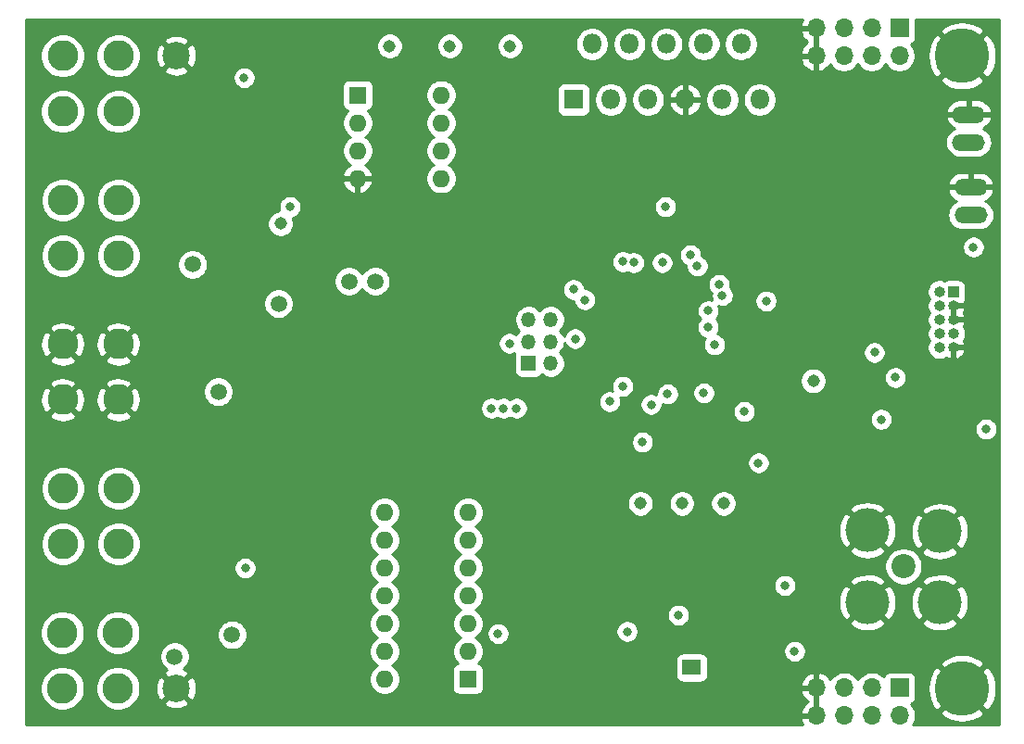
<source format=gbr>
G04 #@! TF.GenerationSoftware,KiCad,Pcbnew,(5.1.12-1-10_14)*
G04 #@! TF.CreationDate,2022-10-09T23:27:55+02:00*
G04 #@! TF.ProjectId,Boat Channel Board,426f6174-2043-4686-916e-6e656c20426f,rev?*
G04 #@! TF.SameCoordinates,Original*
G04 #@! TF.FileFunction,Copper,L2,Inr*
G04 #@! TF.FilePolarity,Positive*
%FSLAX46Y46*%
G04 Gerber Fmt 4.6, Leading zero omitted, Abs format (unit mm)*
G04 Created by KiCad (PCBNEW (5.1.12-1-10_14)) date 2022-10-09 23:27:55*
%MOMM*%
%LPD*%
G01*
G04 APERTURE LIST*
G04 #@! TA.AperFunction,ComponentPad*
%ADD10C,1.143000*%
G04 #@! TD*
G04 #@! TA.AperFunction,ComponentPad*
%ADD11R,1.000000X1.000000*%
G04 #@! TD*
G04 #@! TA.AperFunction,ComponentPad*
%ADD12O,1.000000X1.000000*%
G04 #@! TD*
G04 #@! TA.AperFunction,ComponentPad*
%ADD13C,4.000000*%
G04 #@! TD*
G04 #@! TA.AperFunction,ComponentPad*
%ADD14C,2.200000*%
G04 #@! TD*
G04 #@! TA.AperFunction,ComponentPad*
%ADD15R,1.700000X1.700000*%
G04 #@! TD*
G04 #@! TA.AperFunction,ComponentPad*
%ADD16O,1.700000X1.700000*%
G04 #@! TD*
G04 #@! TA.AperFunction,ComponentPad*
%ADD17R,1.350000X1.350000*%
G04 #@! TD*
G04 #@! TA.AperFunction,ComponentPad*
%ADD18O,1.350000X1.350000*%
G04 #@! TD*
G04 #@! TA.AperFunction,ComponentPad*
%ADD19C,2.500000*%
G04 #@! TD*
G04 #@! TA.AperFunction,ComponentPad*
%ADD20C,5.000000*%
G04 #@! TD*
G04 #@! TA.AperFunction,ComponentPad*
%ADD21R,1.800000X1.800000*%
G04 #@! TD*
G04 #@! TA.AperFunction,ComponentPad*
%ADD22O,1.800000X1.800000*%
G04 #@! TD*
G04 #@! TA.AperFunction,ComponentPad*
%ADD23C,2.800000*%
G04 #@! TD*
G04 #@! TA.AperFunction,ComponentPad*
%ADD24R,1.740000X1.450000*%
G04 #@! TD*
G04 #@! TA.AperFunction,ComponentPad*
%ADD25R,1.600000X1.600000*%
G04 #@! TD*
G04 #@! TA.AperFunction,ComponentPad*
%ADD26O,1.600000X1.600000*%
G04 #@! TD*
G04 #@! TA.AperFunction,ComponentPad*
%ADD27O,3.010000X1.510000*%
G04 #@! TD*
G04 #@! TA.AperFunction,ViaPad*
%ADD28C,0.800000*%
G04 #@! TD*
G04 #@! TA.AperFunction,ViaPad*
%ADD29C,1.500000*%
G04 #@! TD*
G04 #@! TA.AperFunction,Conductor*
%ADD30C,0.254000*%
G04 #@! TD*
G04 #@! TA.AperFunction,Conductor*
%ADD31C,0.025400*%
G04 #@! TD*
G04 APERTURE END LIST*
D10*
X82730000Y-66340000D03*
D11*
X144200000Y-72560000D03*
D12*
X142930000Y-72560000D03*
X144200000Y-73830000D03*
X142930000Y-73830000D03*
X144200000Y-75100000D03*
X142930000Y-75100000D03*
X144200000Y-76370000D03*
X142930000Y-76370000D03*
X144200000Y-77640000D03*
X142930000Y-77640000D03*
D13*
X136350000Y-94350000D03*
X142950000Y-94450000D03*
X142950000Y-100950000D03*
X136350000Y-100950000D03*
D14*
X139650000Y-97650000D03*
D15*
X139300000Y-108750000D03*
D16*
X139300000Y-111290000D03*
X136760000Y-108750000D03*
X136760000Y-111290000D03*
X134220000Y-108750000D03*
X134220000Y-111290000D03*
X131680000Y-108750000D03*
X131680000Y-111290000D03*
D17*
X105400000Y-79100000D03*
D18*
X107400000Y-79100000D03*
X105400000Y-77100000D03*
X107400000Y-77100000D03*
X105400000Y-75100000D03*
X107400000Y-75100000D03*
D15*
X139280000Y-48460000D03*
D16*
X139280000Y-51000000D03*
X136740000Y-48460000D03*
X136740000Y-51000000D03*
X134200000Y-48460000D03*
X134200000Y-51000000D03*
X131660000Y-48460000D03*
X131660000Y-51000000D03*
D19*
X73200000Y-51000000D03*
X73200000Y-108800000D03*
D20*
X145000000Y-108800000D03*
X145000000Y-51000000D03*
D10*
X119400000Y-91900000D03*
X131400000Y-80700000D03*
X123200000Y-91900000D03*
X115600000Y-91900000D03*
X103700000Y-50100000D03*
X98200000Y-50100000D03*
X92700000Y-50100000D03*
D21*
X109500000Y-55000000D03*
D22*
X111200000Y-49920000D03*
X112900000Y-55000000D03*
X114600000Y-49920000D03*
X116300000Y-55000000D03*
X118000000Y-49920000D03*
X119700000Y-55000000D03*
X121400000Y-49920000D03*
X123100000Y-55000000D03*
X124800000Y-49920000D03*
X126500000Y-55000000D03*
D23*
X62820000Y-56090000D03*
X67900000Y-56090000D03*
X67900000Y-51010000D03*
X62820000Y-51010000D03*
X62810000Y-108780000D03*
X67890000Y-108780000D03*
X67890000Y-103700000D03*
X62810000Y-103700000D03*
X62830000Y-95600000D03*
X67910000Y-95600000D03*
X67910000Y-90520000D03*
X62830000Y-90520000D03*
X62830000Y-82430000D03*
X67910000Y-82430000D03*
X67910000Y-77350000D03*
X62830000Y-77350000D03*
X62830000Y-69270000D03*
X67910000Y-69270000D03*
X67910000Y-64190000D03*
X62830000Y-64190000D03*
D24*
X120300000Y-106900000D03*
D25*
X89780000Y-54580000D03*
D26*
X97400000Y-62200000D03*
X89780000Y-57120000D03*
X97400000Y-59660000D03*
X89780000Y-59660000D03*
X97400000Y-57120000D03*
X89780000Y-62200000D03*
X97400000Y-54580000D03*
D27*
X145800000Y-65540000D03*
X145800000Y-63000000D03*
X145600000Y-58900000D03*
X145600000Y-56360000D03*
D25*
X99850000Y-107950000D03*
D26*
X92230000Y-92710000D03*
X99850000Y-105410000D03*
X92230000Y-95250000D03*
X99850000Y-102870000D03*
X92230000Y-97790000D03*
X99850000Y-100330000D03*
X92230000Y-100330000D03*
X99850000Y-97790000D03*
X92230000Y-102870000D03*
X99850000Y-95250000D03*
X92230000Y-105410000D03*
X99850000Y-92710000D03*
X92230000Y-107950000D03*
D28*
X116150000Y-75400000D03*
X119000000Y-75400000D03*
X113300000Y-75400000D03*
X116150000Y-78250000D03*
X116150000Y-72850000D03*
X113300000Y-78250000D03*
X113300000Y-72800000D03*
X78400000Y-58750000D03*
X85770000Y-52510000D03*
X93570000Y-55900000D03*
X72040000Y-101130000D03*
X72010000Y-102780000D03*
X87900000Y-89250000D03*
X117710000Y-90010000D03*
X112810000Y-60350000D03*
X106040000Y-62790000D03*
X71620000Y-78950000D03*
X75000000Y-76800000D03*
X77230000Y-75240000D03*
X73380000Y-74320000D03*
X70680000Y-71200000D03*
X77050000Y-68080000D03*
X79440000Y-68070000D03*
X73910000Y-66690000D03*
X72870000Y-96300000D03*
X71200000Y-94820000D03*
X75630000Y-90750000D03*
X73880000Y-92370000D03*
X83290000Y-92580000D03*
X83040000Y-101620000D03*
X81390000Y-109630000D03*
X71940000Y-82460000D03*
X104090000Y-109600000D03*
X107630000Y-109620000D03*
X128970000Y-107470000D03*
X123720000Y-95410000D03*
X116740000Y-95480000D03*
X125490000Y-62000000D03*
X134370000Y-56710000D03*
X118300000Y-109200000D03*
X83140000Y-108000000D03*
X103400000Y-59640000D03*
X111200000Y-61900000D03*
X77490000Y-110000000D03*
X115800000Y-100600000D03*
X83600000Y-52400000D03*
X98650000Y-64000000D03*
X132110000Y-105270000D03*
X125400000Y-76300000D03*
X122700000Y-102000000D03*
X102150000Y-106750000D03*
X129550000Y-73150000D03*
X120850000Y-94850000D03*
X110150000Y-71000000D03*
X118925000Y-72775000D03*
X118856250Y-78356250D03*
D29*
X91390000Y-71610000D03*
X82550000Y-73650000D03*
X89000000Y-71600000D03*
D28*
X102600000Y-103800000D03*
X114400000Y-103600000D03*
X120200000Y-69200000D03*
X114000000Y-69800000D03*
X110550000Y-73300000D03*
X115000000Y-69900000D03*
X115800000Y-86300000D03*
X122400000Y-77400000D03*
X137000000Y-78100000D03*
X125100000Y-83500000D03*
X137614999Y-84225001D03*
X109650000Y-76850000D03*
X117900000Y-64800000D03*
X129700000Y-105400000D03*
D29*
X78300000Y-103900000D03*
D28*
X128800000Y-99400000D03*
X79500000Y-97800000D03*
D29*
X77050000Y-81700000D03*
X74700000Y-70060000D03*
X73050000Y-105900000D03*
D28*
X79400000Y-53000000D03*
X123100000Y-72900000D03*
X119100000Y-102100000D03*
X127100000Y-73400000D03*
X122800000Y-71900000D03*
X121800000Y-74300000D03*
X83600000Y-64800000D03*
X116588385Y-82859218D03*
X138900000Y-80400000D03*
X146030000Y-68480000D03*
X121400000Y-81800000D03*
X147200000Y-85100000D03*
X114000000Y-81200000D03*
X112800000Y-82600000D03*
X109500000Y-72350000D03*
X126400000Y-88200000D03*
X118100000Y-81900000D03*
X120800000Y-70200000D03*
X117600000Y-69900000D03*
X103100000Y-83200000D03*
X102000000Y-83200000D03*
X104300000Y-83200000D03*
X121800000Y-75800000D03*
X103640000Y-77280000D03*
D30*
X130315843Y-47828748D02*
X130218519Y-48103109D01*
X130339186Y-48333000D01*
X131533000Y-48333000D01*
X131533000Y-48313000D01*
X131787000Y-48313000D01*
X131787000Y-48333000D01*
X131807000Y-48333000D01*
X131807000Y-48587000D01*
X131787000Y-48587000D01*
X131787000Y-50873000D01*
X131807000Y-50873000D01*
X131807000Y-51127000D01*
X131787000Y-51127000D01*
X131787000Y-52320155D01*
X132016890Y-52441476D01*
X132164099Y-52396825D01*
X132426920Y-52271641D01*
X132660269Y-52097588D01*
X132855178Y-51881355D01*
X132924805Y-51764466D01*
X133046525Y-51946632D01*
X133253368Y-52153475D01*
X133496589Y-52315990D01*
X133766842Y-52427932D01*
X134053740Y-52485000D01*
X134346260Y-52485000D01*
X134633158Y-52427932D01*
X134903411Y-52315990D01*
X135146632Y-52153475D01*
X135353475Y-51946632D01*
X135470000Y-51772240D01*
X135586525Y-51946632D01*
X135793368Y-52153475D01*
X136036589Y-52315990D01*
X136306842Y-52427932D01*
X136593740Y-52485000D01*
X136886260Y-52485000D01*
X137173158Y-52427932D01*
X137443411Y-52315990D01*
X137686632Y-52153475D01*
X137893475Y-51946632D01*
X138010000Y-51772240D01*
X138126525Y-51946632D01*
X138333368Y-52153475D01*
X138576589Y-52315990D01*
X138846842Y-52427932D01*
X139133740Y-52485000D01*
X139426260Y-52485000D01*
X139713158Y-52427932D01*
X139983411Y-52315990D01*
X140226632Y-52153475D01*
X140433475Y-51946632D01*
X140595990Y-51703411D01*
X140707932Y-51433158D01*
X140765000Y-51146260D01*
X140765000Y-51003328D01*
X141849832Y-51003328D01*
X141911010Y-51617831D01*
X142090897Y-52208592D01*
X142378882Y-52747373D01*
X142796852Y-53023543D01*
X144820395Y-51000000D01*
X145179605Y-51000000D01*
X147203148Y-53023543D01*
X147621118Y-52747373D01*
X147911649Y-52202443D01*
X148090287Y-51611304D01*
X148150168Y-50996672D01*
X148088990Y-50382169D01*
X147909103Y-49791408D01*
X147621118Y-49252627D01*
X147203148Y-48976457D01*
X145179605Y-51000000D01*
X144820395Y-51000000D01*
X142796852Y-48976457D01*
X142378882Y-49252627D01*
X142088351Y-49797557D01*
X141909713Y-50388696D01*
X141849832Y-51003328D01*
X140765000Y-51003328D01*
X140765000Y-50853740D01*
X140707932Y-50566842D01*
X140595990Y-50296589D01*
X140433475Y-50053368D01*
X140301620Y-49921513D01*
X140374180Y-49899502D01*
X140484494Y-49840537D01*
X140581185Y-49761185D01*
X140660537Y-49664494D01*
X140719502Y-49554180D01*
X140755812Y-49434482D01*
X140768072Y-49310000D01*
X140768072Y-48796852D01*
X142976457Y-48796852D01*
X145000000Y-50820395D01*
X147023543Y-48796852D01*
X146747373Y-48378882D01*
X146202443Y-48088351D01*
X145611304Y-47909713D01*
X144996672Y-47849832D01*
X144382169Y-47911010D01*
X143791408Y-48090897D01*
X143252627Y-48378882D01*
X142976457Y-48796852D01*
X140768072Y-48796852D01*
X140768072Y-47660000D01*
X148340000Y-47660000D01*
X148340001Y-112140000D01*
X140518042Y-112140000D01*
X140615990Y-111993411D01*
X140727932Y-111723158D01*
X140785000Y-111436260D01*
X140785000Y-111143740D01*
X140757035Y-111003148D01*
X142976457Y-111003148D01*
X143252627Y-111421118D01*
X143797557Y-111711649D01*
X144388696Y-111890287D01*
X145003328Y-111950168D01*
X145617831Y-111888990D01*
X146208592Y-111709103D01*
X146747373Y-111421118D01*
X147023543Y-111003148D01*
X145000000Y-108979605D01*
X142976457Y-111003148D01*
X140757035Y-111003148D01*
X140727932Y-110856842D01*
X140615990Y-110586589D01*
X140453475Y-110343368D01*
X140321620Y-110211513D01*
X140394180Y-110189502D01*
X140504494Y-110130537D01*
X140601185Y-110051185D01*
X140680537Y-109954494D01*
X140739502Y-109844180D01*
X140775812Y-109724482D01*
X140788072Y-109600000D01*
X140788072Y-108803328D01*
X141849832Y-108803328D01*
X141911010Y-109417831D01*
X142090897Y-110008592D01*
X142378882Y-110547373D01*
X142796852Y-110823543D01*
X144820395Y-108800000D01*
X145179605Y-108800000D01*
X147203148Y-110823543D01*
X147621118Y-110547373D01*
X147911649Y-110002443D01*
X148090287Y-109411304D01*
X148150168Y-108796672D01*
X148088990Y-108182169D01*
X147909103Y-107591408D01*
X147621118Y-107052627D01*
X147203148Y-106776457D01*
X145179605Y-108800000D01*
X144820395Y-108800000D01*
X142796852Y-106776457D01*
X142378882Y-107052627D01*
X142088351Y-107597557D01*
X141909713Y-108188696D01*
X141849832Y-108803328D01*
X140788072Y-108803328D01*
X140788072Y-107900000D01*
X140775812Y-107775518D01*
X140739502Y-107655820D01*
X140680537Y-107545506D01*
X140601185Y-107448815D01*
X140504494Y-107369463D01*
X140394180Y-107310498D01*
X140274482Y-107274188D01*
X140150000Y-107261928D01*
X138450000Y-107261928D01*
X138325518Y-107274188D01*
X138205820Y-107310498D01*
X138095506Y-107369463D01*
X137998815Y-107448815D01*
X137919463Y-107545506D01*
X137860498Y-107655820D01*
X137838487Y-107728380D01*
X137706632Y-107596525D01*
X137463411Y-107434010D01*
X137193158Y-107322068D01*
X136906260Y-107265000D01*
X136613740Y-107265000D01*
X136326842Y-107322068D01*
X136056589Y-107434010D01*
X135813368Y-107596525D01*
X135606525Y-107803368D01*
X135490000Y-107977760D01*
X135373475Y-107803368D01*
X135166632Y-107596525D01*
X134923411Y-107434010D01*
X134653158Y-107322068D01*
X134366260Y-107265000D01*
X134073740Y-107265000D01*
X133786842Y-107322068D01*
X133516589Y-107434010D01*
X133273368Y-107596525D01*
X133066525Y-107803368D01*
X132944805Y-107985534D01*
X132875178Y-107868645D01*
X132680269Y-107652412D01*
X132446920Y-107478359D01*
X132184099Y-107353175D01*
X132036890Y-107308524D01*
X131807000Y-107429845D01*
X131807000Y-108623000D01*
X131827000Y-108623000D01*
X131827000Y-108877000D01*
X131807000Y-108877000D01*
X131807000Y-111163000D01*
X131827000Y-111163000D01*
X131827000Y-111417000D01*
X131807000Y-111417000D01*
X131807000Y-111437000D01*
X131553000Y-111437000D01*
X131553000Y-111417000D01*
X130359186Y-111417000D01*
X130238519Y-111646891D01*
X130335843Y-111921252D01*
X130466145Y-112140000D01*
X59460000Y-112140000D01*
X59460000Y-108579570D01*
X60775000Y-108579570D01*
X60775000Y-108980430D01*
X60853204Y-109373587D01*
X61006607Y-109743934D01*
X61229313Y-110077237D01*
X61512763Y-110360687D01*
X61846066Y-110583393D01*
X62216413Y-110736796D01*
X62609570Y-110815000D01*
X63010430Y-110815000D01*
X63403587Y-110736796D01*
X63773934Y-110583393D01*
X64107237Y-110360687D01*
X64390687Y-110077237D01*
X64613393Y-109743934D01*
X64766796Y-109373587D01*
X64845000Y-108980430D01*
X64845000Y-108579570D01*
X65855000Y-108579570D01*
X65855000Y-108980430D01*
X65933204Y-109373587D01*
X66086607Y-109743934D01*
X66309313Y-110077237D01*
X66592763Y-110360687D01*
X66926066Y-110583393D01*
X67296413Y-110736796D01*
X67689570Y-110815000D01*
X68090430Y-110815000D01*
X68483587Y-110736796D01*
X68853934Y-110583393D01*
X69187237Y-110360687D01*
X69434319Y-110113605D01*
X72066000Y-110113605D01*
X72191914Y-110403577D01*
X72524126Y-110569433D01*
X72882312Y-110667290D01*
X73252706Y-110693389D01*
X73621075Y-110646725D01*
X73973262Y-110529094D01*
X74208086Y-110403577D01*
X74334000Y-110113605D01*
X73200000Y-108979605D01*
X72066000Y-110113605D01*
X69434319Y-110113605D01*
X69470687Y-110077237D01*
X69693393Y-109743934D01*
X69846796Y-109373587D01*
X69925000Y-108980430D01*
X69925000Y-108852706D01*
X71306611Y-108852706D01*
X71353275Y-109221075D01*
X71470906Y-109573262D01*
X71596423Y-109808086D01*
X71886395Y-109934000D01*
X73020395Y-108800000D01*
X73379605Y-108800000D01*
X74513605Y-109934000D01*
X74803577Y-109808086D01*
X74969433Y-109475874D01*
X75067290Y-109117688D01*
X75093389Y-108747294D01*
X75046725Y-108378925D01*
X74929094Y-108026738D01*
X74803577Y-107791914D01*
X74513605Y-107666000D01*
X73379605Y-108800000D01*
X73020395Y-108800000D01*
X71886395Y-107666000D01*
X71596423Y-107791914D01*
X71430567Y-108124126D01*
X71332710Y-108482312D01*
X71306611Y-108852706D01*
X69925000Y-108852706D01*
X69925000Y-108579570D01*
X69846796Y-108186413D01*
X69693393Y-107816066D01*
X69470687Y-107482763D01*
X69187237Y-107199313D01*
X68853934Y-106976607D01*
X68483587Y-106823204D01*
X68090430Y-106745000D01*
X67689570Y-106745000D01*
X67296413Y-106823204D01*
X66926066Y-106976607D01*
X66592763Y-107199313D01*
X66309313Y-107482763D01*
X66086607Y-107816066D01*
X65933204Y-108186413D01*
X65855000Y-108579570D01*
X64845000Y-108579570D01*
X64766796Y-108186413D01*
X64613393Y-107816066D01*
X64390687Y-107482763D01*
X64107237Y-107199313D01*
X63773934Y-106976607D01*
X63403587Y-106823204D01*
X63010430Y-106745000D01*
X62609570Y-106745000D01*
X62216413Y-106823204D01*
X61846066Y-106976607D01*
X61512763Y-107199313D01*
X61229313Y-107482763D01*
X61006607Y-107816066D01*
X60853204Y-108186413D01*
X60775000Y-108579570D01*
X59460000Y-108579570D01*
X59460000Y-105763589D01*
X71665000Y-105763589D01*
X71665000Y-106036411D01*
X71718225Y-106303989D01*
X71822629Y-106556043D01*
X71974201Y-106782886D01*
X72167114Y-106975799D01*
X72361577Y-107105735D01*
X72191914Y-107196423D01*
X72066000Y-107486395D01*
X73200000Y-108620395D01*
X74334000Y-107486395D01*
X74208086Y-107196423D01*
X73875874Y-107030567D01*
X73858162Y-107025728D01*
X73932886Y-106975799D01*
X74125799Y-106782886D01*
X74277371Y-106556043D01*
X74381775Y-106303989D01*
X74435000Y-106036411D01*
X74435000Y-105763589D01*
X74381775Y-105496011D01*
X74277371Y-105243957D01*
X74125799Y-105017114D01*
X73932886Y-104824201D01*
X73706043Y-104672629D01*
X73453989Y-104568225D01*
X73186411Y-104515000D01*
X72913589Y-104515000D01*
X72646011Y-104568225D01*
X72393957Y-104672629D01*
X72167114Y-104824201D01*
X71974201Y-105017114D01*
X71822629Y-105243957D01*
X71718225Y-105496011D01*
X71665000Y-105763589D01*
X59460000Y-105763589D01*
X59460000Y-103499570D01*
X60775000Y-103499570D01*
X60775000Y-103900430D01*
X60853204Y-104293587D01*
X61006607Y-104663934D01*
X61229313Y-104997237D01*
X61512763Y-105280687D01*
X61846066Y-105503393D01*
X62216413Y-105656796D01*
X62609570Y-105735000D01*
X63010430Y-105735000D01*
X63403587Y-105656796D01*
X63773934Y-105503393D01*
X64107237Y-105280687D01*
X64390687Y-104997237D01*
X64613393Y-104663934D01*
X64766796Y-104293587D01*
X64845000Y-103900430D01*
X64845000Y-103499570D01*
X65855000Y-103499570D01*
X65855000Y-103900430D01*
X65933204Y-104293587D01*
X66086607Y-104663934D01*
X66309313Y-104997237D01*
X66592763Y-105280687D01*
X66926066Y-105503393D01*
X67296413Y-105656796D01*
X67689570Y-105735000D01*
X68090430Y-105735000D01*
X68483587Y-105656796D01*
X68853934Y-105503393D01*
X69187237Y-105280687D01*
X69470687Y-104997237D01*
X69693393Y-104663934D01*
X69846796Y-104293587D01*
X69925000Y-103900430D01*
X69925000Y-103763589D01*
X76915000Y-103763589D01*
X76915000Y-104036411D01*
X76968225Y-104303989D01*
X77072629Y-104556043D01*
X77224201Y-104782886D01*
X77417114Y-104975799D01*
X77643957Y-105127371D01*
X77896011Y-105231775D01*
X78163589Y-105285000D01*
X78436411Y-105285000D01*
X78703989Y-105231775D01*
X78956043Y-105127371D01*
X79182886Y-104975799D01*
X79375799Y-104782886D01*
X79527371Y-104556043D01*
X79631775Y-104303989D01*
X79685000Y-104036411D01*
X79685000Y-103763589D01*
X79631775Y-103496011D01*
X79527371Y-103243957D01*
X79375799Y-103017114D01*
X79182886Y-102824201D01*
X78956043Y-102672629D01*
X78703989Y-102568225D01*
X78436411Y-102515000D01*
X78163589Y-102515000D01*
X77896011Y-102568225D01*
X77643957Y-102672629D01*
X77417114Y-102824201D01*
X77224201Y-103017114D01*
X77072629Y-103243957D01*
X76968225Y-103496011D01*
X76915000Y-103763589D01*
X69925000Y-103763589D01*
X69925000Y-103499570D01*
X69846796Y-103106413D01*
X69693393Y-102736066D01*
X69470687Y-102402763D01*
X69187237Y-102119313D01*
X68853934Y-101896607D01*
X68483587Y-101743204D01*
X68090430Y-101665000D01*
X67689570Y-101665000D01*
X67296413Y-101743204D01*
X66926066Y-101896607D01*
X66592763Y-102119313D01*
X66309313Y-102402763D01*
X66086607Y-102736066D01*
X65933204Y-103106413D01*
X65855000Y-103499570D01*
X64845000Y-103499570D01*
X64766796Y-103106413D01*
X64613393Y-102736066D01*
X64390687Y-102402763D01*
X64107237Y-102119313D01*
X63773934Y-101896607D01*
X63403587Y-101743204D01*
X63010430Y-101665000D01*
X62609570Y-101665000D01*
X62216413Y-101743204D01*
X61846066Y-101896607D01*
X61512763Y-102119313D01*
X61229313Y-102402763D01*
X61006607Y-102736066D01*
X60853204Y-103106413D01*
X60775000Y-103499570D01*
X59460000Y-103499570D01*
X59460000Y-97698061D01*
X78465000Y-97698061D01*
X78465000Y-97901939D01*
X78504774Y-98101898D01*
X78582795Y-98290256D01*
X78696063Y-98459774D01*
X78840226Y-98603937D01*
X79009744Y-98717205D01*
X79198102Y-98795226D01*
X79398061Y-98835000D01*
X79601939Y-98835000D01*
X79801898Y-98795226D01*
X79990256Y-98717205D01*
X80159774Y-98603937D01*
X80303937Y-98459774D01*
X80417205Y-98290256D01*
X80495226Y-98101898D01*
X80535000Y-97901939D01*
X80535000Y-97698061D01*
X80495226Y-97498102D01*
X80417205Y-97309744D01*
X80303937Y-97140226D01*
X80159774Y-96996063D01*
X79990256Y-96882795D01*
X79801898Y-96804774D01*
X79601939Y-96765000D01*
X79398061Y-96765000D01*
X79198102Y-96804774D01*
X79009744Y-96882795D01*
X78840226Y-96996063D01*
X78696063Y-97140226D01*
X78582795Y-97309744D01*
X78504774Y-97498102D01*
X78465000Y-97698061D01*
X59460000Y-97698061D01*
X59460000Y-95399570D01*
X60795000Y-95399570D01*
X60795000Y-95800430D01*
X60873204Y-96193587D01*
X61026607Y-96563934D01*
X61249313Y-96897237D01*
X61532763Y-97180687D01*
X61866066Y-97403393D01*
X62236413Y-97556796D01*
X62629570Y-97635000D01*
X63030430Y-97635000D01*
X63423587Y-97556796D01*
X63793934Y-97403393D01*
X64127237Y-97180687D01*
X64410687Y-96897237D01*
X64633393Y-96563934D01*
X64786796Y-96193587D01*
X64865000Y-95800430D01*
X64865000Y-95399570D01*
X65875000Y-95399570D01*
X65875000Y-95800430D01*
X65953204Y-96193587D01*
X66106607Y-96563934D01*
X66329313Y-96897237D01*
X66612763Y-97180687D01*
X66946066Y-97403393D01*
X67316413Y-97556796D01*
X67709570Y-97635000D01*
X68110430Y-97635000D01*
X68503587Y-97556796D01*
X68873934Y-97403393D01*
X69207237Y-97180687D01*
X69490687Y-96897237D01*
X69713393Y-96563934D01*
X69866796Y-96193587D01*
X69945000Y-95800430D01*
X69945000Y-95399570D01*
X69866796Y-95006413D01*
X69713393Y-94636066D01*
X69490687Y-94302763D01*
X69207237Y-94019313D01*
X68873934Y-93796607D01*
X68503587Y-93643204D01*
X68110430Y-93565000D01*
X67709570Y-93565000D01*
X67316413Y-93643204D01*
X66946066Y-93796607D01*
X66612763Y-94019313D01*
X66329313Y-94302763D01*
X66106607Y-94636066D01*
X65953204Y-95006413D01*
X65875000Y-95399570D01*
X64865000Y-95399570D01*
X64786796Y-95006413D01*
X64633393Y-94636066D01*
X64410687Y-94302763D01*
X64127237Y-94019313D01*
X63793934Y-93796607D01*
X63423587Y-93643204D01*
X63030430Y-93565000D01*
X62629570Y-93565000D01*
X62236413Y-93643204D01*
X61866066Y-93796607D01*
X61532763Y-94019313D01*
X61249313Y-94302763D01*
X61026607Y-94636066D01*
X60873204Y-95006413D01*
X60795000Y-95399570D01*
X59460000Y-95399570D01*
X59460000Y-92568665D01*
X90795000Y-92568665D01*
X90795000Y-92851335D01*
X90850147Y-93128574D01*
X90958320Y-93389727D01*
X91115363Y-93624759D01*
X91315241Y-93824637D01*
X91547759Y-93980000D01*
X91315241Y-94135363D01*
X91115363Y-94335241D01*
X90958320Y-94570273D01*
X90850147Y-94831426D01*
X90795000Y-95108665D01*
X90795000Y-95391335D01*
X90850147Y-95668574D01*
X90958320Y-95929727D01*
X91115363Y-96164759D01*
X91315241Y-96364637D01*
X91547759Y-96520000D01*
X91315241Y-96675363D01*
X91115363Y-96875241D01*
X90958320Y-97110273D01*
X90850147Y-97371426D01*
X90795000Y-97648665D01*
X90795000Y-97931335D01*
X90850147Y-98208574D01*
X90958320Y-98469727D01*
X91115363Y-98704759D01*
X91315241Y-98904637D01*
X91547759Y-99060000D01*
X91315241Y-99215363D01*
X91115363Y-99415241D01*
X90958320Y-99650273D01*
X90850147Y-99911426D01*
X90795000Y-100188665D01*
X90795000Y-100471335D01*
X90850147Y-100748574D01*
X90958320Y-101009727D01*
X91115363Y-101244759D01*
X91315241Y-101444637D01*
X91547759Y-101600000D01*
X91315241Y-101755363D01*
X91115363Y-101955241D01*
X90958320Y-102190273D01*
X90850147Y-102451426D01*
X90795000Y-102728665D01*
X90795000Y-103011335D01*
X90850147Y-103288574D01*
X90958320Y-103549727D01*
X91115363Y-103784759D01*
X91315241Y-103984637D01*
X91547759Y-104140000D01*
X91315241Y-104295363D01*
X91115363Y-104495241D01*
X90958320Y-104730273D01*
X90850147Y-104991426D01*
X90795000Y-105268665D01*
X90795000Y-105551335D01*
X90850147Y-105828574D01*
X90958320Y-106089727D01*
X91115363Y-106324759D01*
X91315241Y-106524637D01*
X91547759Y-106680000D01*
X91315241Y-106835363D01*
X91115363Y-107035241D01*
X90958320Y-107270273D01*
X90850147Y-107531426D01*
X90795000Y-107808665D01*
X90795000Y-108091335D01*
X90850147Y-108368574D01*
X90958320Y-108629727D01*
X91115363Y-108864759D01*
X91315241Y-109064637D01*
X91550273Y-109221680D01*
X91811426Y-109329853D01*
X92088665Y-109385000D01*
X92371335Y-109385000D01*
X92648574Y-109329853D01*
X92909727Y-109221680D01*
X93144759Y-109064637D01*
X93344637Y-108864759D01*
X93501680Y-108629727D01*
X93609853Y-108368574D01*
X93665000Y-108091335D01*
X93665000Y-107808665D01*
X93609853Y-107531426D01*
X93501680Y-107270273D01*
X93421317Y-107150000D01*
X98411928Y-107150000D01*
X98411928Y-108750000D01*
X98424188Y-108874482D01*
X98460498Y-108994180D01*
X98519463Y-109104494D01*
X98598815Y-109201185D01*
X98695506Y-109280537D01*
X98805820Y-109339502D01*
X98925518Y-109375812D01*
X99050000Y-109388072D01*
X100650000Y-109388072D01*
X100774482Y-109375812D01*
X100894180Y-109339502D01*
X101004494Y-109280537D01*
X101101185Y-109201185D01*
X101178569Y-109106891D01*
X130238519Y-109106891D01*
X130335843Y-109381252D01*
X130484822Y-109631355D01*
X130679731Y-109847588D01*
X130910880Y-110020000D01*
X130679731Y-110192412D01*
X130484822Y-110408645D01*
X130335843Y-110658748D01*
X130238519Y-110933109D01*
X130359186Y-111163000D01*
X131553000Y-111163000D01*
X131553000Y-108877000D01*
X130359186Y-108877000D01*
X130238519Y-109106891D01*
X101178569Y-109106891D01*
X101180537Y-109104494D01*
X101239502Y-108994180D01*
X101275812Y-108874482D01*
X101288072Y-108750000D01*
X101288072Y-108393109D01*
X130238519Y-108393109D01*
X130359186Y-108623000D01*
X131553000Y-108623000D01*
X131553000Y-107429845D01*
X131323110Y-107308524D01*
X131175901Y-107353175D01*
X130913080Y-107478359D01*
X130679731Y-107652412D01*
X130484822Y-107868645D01*
X130335843Y-108118748D01*
X130238519Y-108393109D01*
X101288072Y-108393109D01*
X101288072Y-107150000D01*
X101275812Y-107025518D01*
X101239502Y-106905820D01*
X101180537Y-106795506D01*
X101101185Y-106698815D01*
X101004494Y-106619463D01*
X100894180Y-106560498D01*
X100774482Y-106524188D01*
X100766039Y-106523357D01*
X100964637Y-106324759D01*
X101064702Y-106175000D01*
X118791928Y-106175000D01*
X118791928Y-107625000D01*
X118804188Y-107749482D01*
X118840498Y-107869180D01*
X118899463Y-107979494D01*
X118978815Y-108076185D01*
X119075506Y-108155537D01*
X119185820Y-108214502D01*
X119305518Y-108250812D01*
X119430000Y-108263072D01*
X121170000Y-108263072D01*
X121294482Y-108250812D01*
X121414180Y-108214502D01*
X121524494Y-108155537D01*
X121621185Y-108076185D01*
X121700537Y-107979494D01*
X121759502Y-107869180D01*
X121795812Y-107749482D01*
X121808072Y-107625000D01*
X121808072Y-106596852D01*
X142976457Y-106596852D01*
X145000000Y-108620395D01*
X147023543Y-106596852D01*
X146747373Y-106178882D01*
X146202443Y-105888351D01*
X145611304Y-105709713D01*
X144996672Y-105649832D01*
X144382169Y-105711010D01*
X143791408Y-105890897D01*
X143252627Y-106178882D01*
X142976457Y-106596852D01*
X121808072Y-106596852D01*
X121808072Y-106175000D01*
X121795812Y-106050518D01*
X121759502Y-105930820D01*
X121700537Y-105820506D01*
X121621185Y-105723815D01*
X121524494Y-105644463D01*
X121414180Y-105585498D01*
X121294482Y-105549188D01*
X121170000Y-105536928D01*
X119430000Y-105536928D01*
X119305518Y-105549188D01*
X119185820Y-105585498D01*
X119075506Y-105644463D01*
X118978815Y-105723815D01*
X118899463Y-105820506D01*
X118840498Y-105930820D01*
X118804188Y-106050518D01*
X118791928Y-106175000D01*
X101064702Y-106175000D01*
X101121680Y-106089727D01*
X101229853Y-105828574D01*
X101285000Y-105551335D01*
X101285000Y-105298061D01*
X128665000Y-105298061D01*
X128665000Y-105501939D01*
X128704774Y-105701898D01*
X128782795Y-105890256D01*
X128896063Y-106059774D01*
X129040226Y-106203937D01*
X129209744Y-106317205D01*
X129398102Y-106395226D01*
X129598061Y-106435000D01*
X129801939Y-106435000D01*
X130001898Y-106395226D01*
X130190256Y-106317205D01*
X130359774Y-106203937D01*
X130503937Y-106059774D01*
X130617205Y-105890256D01*
X130695226Y-105701898D01*
X130735000Y-105501939D01*
X130735000Y-105298061D01*
X130695226Y-105098102D01*
X130617205Y-104909744D01*
X130503937Y-104740226D01*
X130359774Y-104596063D01*
X130190256Y-104482795D01*
X130001898Y-104404774D01*
X129801939Y-104365000D01*
X129598061Y-104365000D01*
X129398102Y-104404774D01*
X129209744Y-104482795D01*
X129040226Y-104596063D01*
X128896063Y-104740226D01*
X128782795Y-104909744D01*
X128704774Y-105098102D01*
X128665000Y-105298061D01*
X101285000Y-105298061D01*
X101285000Y-105268665D01*
X101229853Y-104991426D01*
X101121680Y-104730273D01*
X100964637Y-104495241D01*
X100764759Y-104295363D01*
X100532241Y-104140000D01*
X100764759Y-103984637D01*
X100964637Y-103784759D01*
X101022566Y-103698061D01*
X101565000Y-103698061D01*
X101565000Y-103901939D01*
X101604774Y-104101898D01*
X101682795Y-104290256D01*
X101796063Y-104459774D01*
X101940226Y-104603937D01*
X102109744Y-104717205D01*
X102298102Y-104795226D01*
X102498061Y-104835000D01*
X102701939Y-104835000D01*
X102901898Y-104795226D01*
X103090256Y-104717205D01*
X103259774Y-104603937D01*
X103403937Y-104459774D01*
X103517205Y-104290256D01*
X103595226Y-104101898D01*
X103635000Y-103901939D01*
X103635000Y-103698061D01*
X103595226Y-103498102D01*
X103595210Y-103498061D01*
X113365000Y-103498061D01*
X113365000Y-103701939D01*
X113404774Y-103901898D01*
X113482795Y-104090256D01*
X113596063Y-104259774D01*
X113740226Y-104403937D01*
X113909744Y-104517205D01*
X114098102Y-104595226D01*
X114298061Y-104635000D01*
X114501939Y-104635000D01*
X114701898Y-104595226D01*
X114890256Y-104517205D01*
X115059774Y-104403937D01*
X115203937Y-104259774D01*
X115317205Y-104090256D01*
X115395226Y-103901898D01*
X115435000Y-103701939D01*
X115435000Y-103498061D01*
X115395226Y-103298102D01*
X115317205Y-103109744D01*
X115203937Y-102940226D01*
X115059774Y-102796063D01*
X114890256Y-102682795D01*
X114701898Y-102604774D01*
X114501939Y-102565000D01*
X114298061Y-102565000D01*
X114098102Y-102604774D01*
X113909744Y-102682795D01*
X113740226Y-102796063D01*
X113596063Y-102940226D01*
X113482795Y-103109744D01*
X113404774Y-103298102D01*
X113365000Y-103498061D01*
X103595210Y-103498061D01*
X103517205Y-103309744D01*
X103403937Y-103140226D01*
X103259774Y-102996063D01*
X103090256Y-102882795D01*
X102901898Y-102804774D01*
X102701939Y-102765000D01*
X102498061Y-102765000D01*
X102298102Y-102804774D01*
X102109744Y-102882795D01*
X101940226Y-102996063D01*
X101796063Y-103140226D01*
X101682795Y-103309744D01*
X101604774Y-103498102D01*
X101565000Y-103698061D01*
X101022566Y-103698061D01*
X101121680Y-103549727D01*
X101229853Y-103288574D01*
X101285000Y-103011335D01*
X101285000Y-102728665D01*
X101229853Y-102451426D01*
X101121680Y-102190273D01*
X100993249Y-101998061D01*
X118065000Y-101998061D01*
X118065000Y-102201939D01*
X118104774Y-102401898D01*
X118182795Y-102590256D01*
X118296063Y-102759774D01*
X118440226Y-102903937D01*
X118609744Y-103017205D01*
X118798102Y-103095226D01*
X118998061Y-103135000D01*
X119201939Y-103135000D01*
X119401898Y-103095226D01*
X119590256Y-103017205D01*
X119759774Y-102903937D01*
X119866212Y-102797499D01*
X134682106Y-102797499D01*
X134898228Y-103164258D01*
X135358105Y-103404938D01*
X135856098Y-103551275D01*
X136373071Y-103597648D01*
X136889159Y-103542273D01*
X137384526Y-103387279D01*
X137801772Y-103164258D01*
X138017894Y-102797499D01*
X141282106Y-102797499D01*
X141498228Y-103164258D01*
X141958105Y-103404938D01*
X142456098Y-103551275D01*
X142973071Y-103597648D01*
X143489159Y-103542273D01*
X143984526Y-103387279D01*
X144401772Y-103164258D01*
X144617894Y-102797499D01*
X142950000Y-101129605D01*
X141282106Y-102797499D01*
X138017894Y-102797499D01*
X136350000Y-101129605D01*
X134682106Y-102797499D01*
X119866212Y-102797499D01*
X119903937Y-102759774D01*
X120017205Y-102590256D01*
X120095226Y-102401898D01*
X120135000Y-102201939D01*
X120135000Y-101998061D01*
X120095226Y-101798102D01*
X120017205Y-101609744D01*
X119903937Y-101440226D01*
X119759774Y-101296063D01*
X119590256Y-101182795D01*
X119401898Y-101104774D01*
X119201939Y-101065000D01*
X118998061Y-101065000D01*
X118798102Y-101104774D01*
X118609744Y-101182795D01*
X118440226Y-101296063D01*
X118296063Y-101440226D01*
X118182795Y-101609744D01*
X118104774Y-101798102D01*
X118065000Y-101998061D01*
X100993249Y-101998061D01*
X100964637Y-101955241D01*
X100764759Y-101755363D01*
X100532241Y-101600000D01*
X100764759Y-101444637D01*
X100964637Y-101244759D01*
X101121680Y-101009727D01*
X101136863Y-100973071D01*
X133702352Y-100973071D01*
X133757727Y-101489159D01*
X133912721Y-101984526D01*
X134135742Y-102401772D01*
X134502501Y-102617894D01*
X136170395Y-100950000D01*
X136529605Y-100950000D01*
X138197499Y-102617894D01*
X138564258Y-102401772D01*
X138804938Y-101941895D01*
X138951275Y-101443902D01*
X138993509Y-100973071D01*
X140302352Y-100973071D01*
X140357727Y-101489159D01*
X140512721Y-101984526D01*
X140735742Y-102401772D01*
X141102501Y-102617894D01*
X142770395Y-100950000D01*
X143129605Y-100950000D01*
X144797499Y-102617894D01*
X145164258Y-102401772D01*
X145404938Y-101941895D01*
X145551275Y-101443902D01*
X145597648Y-100926929D01*
X145542273Y-100410841D01*
X145387279Y-99915474D01*
X145164258Y-99498228D01*
X144797499Y-99282106D01*
X143129605Y-100950000D01*
X142770395Y-100950000D01*
X141102501Y-99282106D01*
X140735742Y-99498228D01*
X140495062Y-99958105D01*
X140348725Y-100456098D01*
X140302352Y-100973071D01*
X138993509Y-100973071D01*
X138997648Y-100926929D01*
X138942273Y-100410841D01*
X138787279Y-99915474D01*
X138564258Y-99498228D01*
X138197499Y-99282106D01*
X136529605Y-100950000D01*
X136170395Y-100950000D01*
X134502501Y-99282106D01*
X134135742Y-99498228D01*
X133895062Y-99958105D01*
X133748725Y-100456098D01*
X133702352Y-100973071D01*
X101136863Y-100973071D01*
X101229853Y-100748574D01*
X101285000Y-100471335D01*
X101285000Y-100188665D01*
X101229853Y-99911426D01*
X101121680Y-99650273D01*
X100964637Y-99415241D01*
X100847457Y-99298061D01*
X127765000Y-99298061D01*
X127765000Y-99501939D01*
X127804774Y-99701898D01*
X127882795Y-99890256D01*
X127996063Y-100059774D01*
X128140226Y-100203937D01*
X128309744Y-100317205D01*
X128498102Y-100395226D01*
X128698061Y-100435000D01*
X128901939Y-100435000D01*
X129101898Y-100395226D01*
X129290256Y-100317205D01*
X129459774Y-100203937D01*
X129603937Y-100059774D01*
X129717205Y-99890256D01*
X129795226Y-99701898D01*
X129835000Y-99501939D01*
X129835000Y-99298061D01*
X129796102Y-99102501D01*
X134682106Y-99102501D01*
X136350000Y-100770395D01*
X138017894Y-99102501D01*
X137801772Y-98735742D01*
X137341895Y-98495062D01*
X136843902Y-98348725D01*
X136326929Y-98302352D01*
X135810841Y-98357727D01*
X135315474Y-98512721D01*
X134898228Y-98735742D01*
X134682106Y-99102501D01*
X129796102Y-99102501D01*
X129795226Y-99098102D01*
X129717205Y-98909744D01*
X129603937Y-98740226D01*
X129459774Y-98596063D01*
X129290256Y-98482795D01*
X129101898Y-98404774D01*
X128901939Y-98365000D01*
X128698061Y-98365000D01*
X128498102Y-98404774D01*
X128309744Y-98482795D01*
X128140226Y-98596063D01*
X127996063Y-98740226D01*
X127882795Y-98909744D01*
X127804774Y-99098102D01*
X127765000Y-99298061D01*
X100847457Y-99298061D01*
X100764759Y-99215363D01*
X100532241Y-99060000D01*
X100764759Y-98904637D01*
X100964637Y-98704759D01*
X101121680Y-98469727D01*
X101229853Y-98208574D01*
X101285000Y-97931335D01*
X101285000Y-97648665D01*
X101251275Y-97479117D01*
X137915000Y-97479117D01*
X137915000Y-97820883D01*
X137981675Y-98156081D01*
X138112463Y-98471831D01*
X138302337Y-98755998D01*
X138544002Y-98997663D01*
X138828169Y-99187537D01*
X139143919Y-99318325D01*
X139479117Y-99385000D01*
X139820883Y-99385000D01*
X140156081Y-99318325D01*
X140471831Y-99187537D01*
X140599096Y-99102501D01*
X141282106Y-99102501D01*
X142950000Y-100770395D01*
X144617894Y-99102501D01*
X144401772Y-98735742D01*
X143941895Y-98495062D01*
X143443902Y-98348725D01*
X142926929Y-98302352D01*
X142410841Y-98357727D01*
X141915474Y-98512721D01*
X141498228Y-98735742D01*
X141282106Y-99102501D01*
X140599096Y-99102501D01*
X140755998Y-98997663D01*
X140997663Y-98755998D01*
X141187537Y-98471831D01*
X141318325Y-98156081D01*
X141385000Y-97820883D01*
X141385000Y-97479117D01*
X141318325Y-97143919D01*
X141187537Y-96828169D01*
X140997663Y-96544002D01*
X140755998Y-96302337D01*
X140748758Y-96297499D01*
X141282106Y-96297499D01*
X141498228Y-96664258D01*
X141958105Y-96904938D01*
X142456098Y-97051275D01*
X142973071Y-97097648D01*
X143489159Y-97042273D01*
X143984526Y-96887279D01*
X144401772Y-96664258D01*
X144617894Y-96297499D01*
X142950000Y-94629605D01*
X141282106Y-96297499D01*
X140748758Y-96297499D01*
X140471831Y-96112463D01*
X140156081Y-95981675D01*
X139820883Y-95915000D01*
X139479117Y-95915000D01*
X139143919Y-95981675D01*
X138828169Y-96112463D01*
X138544002Y-96302337D01*
X138302337Y-96544002D01*
X138112463Y-96828169D01*
X137981675Y-97143919D01*
X137915000Y-97479117D01*
X101251275Y-97479117D01*
X101229853Y-97371426D01*
X101121680Y-97110273D01*
X100964637Y-96875241D01*
X100764759Y-96675363D01*
X100532241Y-96520000D01*
X100764759Y-96364637D01*
X100931897Y-96197499D01*
X134682106Y-96197499D01*
X134898228Y-96564258D01*
X135358105Y-96804938D01*
X135856098Y-96951275D01*
X136373071Y-96997648D01*
X136889159Y-96942273D01*
X137384526Y-96787279D01*
X137801772Y-96564258D01*
X138017894Y-96197499D01*
X136350000Y-94529605D01*
X134682106Y-96197499D01*
X100931897Y-96197499D01*
X100964637Y-96164759D01*
X101121680Y-95929727D01*
X101229853Y-95668574D01*
X101285000Y-95391335D01*
X101285000Y-95108665D01*
X101229853Y-94831426D01*
X101121680Y-94570273D01*
X100989915Y-94373071D01*
X133702352Y-94373071D01*
X133757727Y-94889159D01*
X133912721Y-95384526D01*
X134135742Y-95801772D01*
X134502501Y-96017894D01*
X136170395Y-94350000D01*
X136529605Y-94350000D01*
X138197499Y-96017894D01*
X138564258Y-95801772D01*
X138804938Y-95341895D01*
X138951275Y-94843902D01*
X138984538Y-94473071D01*
X140302352Y-94473071D01*
X140357727Y-94989159D01*
X140512721Y-95484526D01*
X140735742Y-95901772D01*
X141102501Y-96117894D01*
X142770395Y-94450000D01*
X143129605Y-94450000D01*
X144797499Y-96117894D01*
X145164258Y-95901772D01*
X145404938Y-95441895D01*
X145551275Y-94943902D01*
X145597648Y-94426929D01*
X145542273Y-93910841D01*
X145387279Y-93415474D01*
X145164258Y-92998228D01*
X144797499Y-92782106D01*
X143129605Y-94450000D01*
X142770395Y-94450000D01*
X141102501Y-92782106D01*
X140735742Y-92998228D01*
X140495062Y-93458105D01*
X140348725Y-93956098D01*
X140302352Y-94473071D01*
X138984538Y-94473071D01*
X138997648Y-94326929D01*
X138942273Y-93810841D01*
X138787279Y-93315474D01*
X138564258Y-92898228D01*
X138197499Y-92682106D01*
X136529605Y-94350000D01*
X136170395Y-94350000D01*
X134502501Y-92682106D01*
X134135742Y-92898228D01*
X133895062Y-93358105D01*
X133748725Y-93856098D01*
X133702352Y-94373071D01*
X100989915Y-94373071D01*
X100964637Y-94335241D01*
X100764759Y-94135363D01*
X100532241Y-93980000D01*
X100764759Y-93824637D01*
X100964637Y-93624759D01*
X101121680Y-93389727D01*
X101229853Y-93128574D01*
X101285000Y-92851335D01*
X101285000Y-92568665D01*
X101229853Y-92291426D01*
X101121680Y-92030273D01*
X100964637Y-91795241D01*
X100950566Y-91781170D01*
X114393500Y-91781170D01*
X114393500Y-92018830D01*
X114439865Y-92251923D01*
X114530813Y-92471492D01*
X114662850Y-92669099D01*
X114830901Y-92837150D01*
X115028508Y-92969187D01*
X115248077Y-93060135D01*
X115481170Y-93106500D01*
X115718830Y-93106500D01*
X115951923Y-93060135D01*
X116171492Y-92969187D01*
X116369099Y-92837150D01*
X116537150Y-92669099D01*
X116669187Y-92471492D01*
X116760135Y-92251923D01*
X116806500Y-92018830D01*
X116806500Y-91781170D01*
X118193500Y-91781170D01*
X118193500Y-92018830D01*
X118239865Y-92251923D01*
X118330813Y-92471492D01*
X118462850Y-92669099D01*
X118630901Y-92837150D01*
X118828508Y-92969187D01*
X119048077Y-93060135D01*
X119281170Y-93106500D01*
X119518830Y-93106500D01*
X119751923Y-93060135D01*
X119971492Y-92969187D01*
X120169099Y-92837150D01*
X120337150Y-92669099D01*
X120469187Y-92471492D01*
X120560135Y-92251923D01*
X120606500Y-92018830D01*
X120606500Y-91781170D01*
X121993500Y-91781170D01*
X121993500Y-92018830D01*
X122039865Y-92251923D01*
X122130813Y-92471492D01*
X122262850Y-92669099D01*
X122430901Y-92837150D01*
X122628508Y-92969187D01*
X122848077Y-93060135D01*
X123081170Y-93106500D01*
X123318830Y-93106500D01*
X123551923Y-93060135D01*
X123771492Y-92969187D01*
X123969099Y-92837150D01*
X124137150Y-92669099D01*
X124248467Y-92502501D01*
X134682106Y-92502501D01*
X136350000Y-94170395D01*
X137917894Y-92602501D01*
X141282106Y-92602501D01*
X142950000Y-94270395D01*
X144617894Y-92602501D01*
X144401772Y-92235742D01*
X143941895Y-91995062D01*
X143443902Y-91848725D01*
X142926929Y-91802352D01*
X142410841Y-91857727D01*
X141915474Y-92012721D01*
X141498228Y-92235742D01*
X141282106Y-92602501D01*
X137917894Y-92602501D01*
X138017894Y-92502501D01*
X137801772Y-92135742D01*
X137341895Y-91895062D01*
X136843902Y-91748725D01*
X136326929Y-91702352D01*
X135810841Y-91757727D01*
X135315474Y-91912721D01*
X134898228Y-92135742D01*
X134682106Y-92502501D01*
X124248467Y-92502501D01*
X124269187Y-92471492D01*
X124360135Y-92251923D01*
X124406500Y-92018830D01*
X124406500Y-91781170D01*
X124360135Y-91548077D01*
X124269187Y-91328508D01*
X124137150Y-91130901D01*
X123969099Y-90962850D01*
X123771492Y-90830813D01*
X123551923Y-90739865D01*
X123318830Y-90693500D01*
X123081170Y-90693500D01*
X122848077Y-90739865D01*
X122628508Y-90830813D01*
X122430901Y-90962850D01*
X122262850Y-91130901D01*
X122130813Y-91328508D01*
X122039865Y-91548077D01*
X121993500Y-91781170D01*
X120606500Y-91781170D01*
X120560135Y-91548077D01*
X120469187Y-91328508D01*
X120337150Y-91130901D01*
X120169099Y-90962850D01*
X119971492Y-90830813D01*
X119751923Y-90739865D01*
X119518830Y-90693500D01*
X119281170Y-90693500D01*
X119048077Y-90739865D01*
X118828508Y-90830813D01*
X118630901Y-90962850D01*
X118462850Y-91130901D01*
X118330813Y-91328508D01*
X118239865Y-91548077D01*
X118193500Y-91781170D01*
X116806500Y-91781170D01*
X116760135Y-91548077D01*
X116669187Y-91328508D01*
X116537150Y-91130901D01*
X116369099Y-90962850D01*
X116171492Y-90830813D01*
X115951923Y-90739865D01*
X115718830Y-90693500D01*
X115481170Y-90693500D01*
X115248077Y-90739865D01*
X115028508Y-90830813D01*
X114830901Y-90962850D01*
X114662850Y-91130901D01*
X114530813Y-91328508D01*
X114439865Y-91548077D01*
X114393500Y-91781170D01*
X100950566Y-91781170D01*
X100764759Y-91595363D01*
X100529727Y-91438320D01*
X100268574Y-91330147D01*
X99991335Y-91275000D01*
X99708665Y-91275000D01*
X99431426Y-91330147D01*
X99170273Y-91438320D01*
X98935241Y-91595363D01*
X98735363Y-91795241D01*
X98578320Y-92030273D01*
X98470147Y-92291426D01*
X98415000Y-92568665D01*
X98415000Y-92851335D01*
X98470147Y-93128574D01*
X98578320Y-93389727D01*
X98735363Y-93624759D01*
X98935241Y-93824637D01*
X99167759Y-93980000D01*
X98935241Y-94135363D01*
X98735363Y-94335241D01*
X98578320Y-94570273D01*
X98470147Y-94831426D01*
X98415000Y-95108665D01*
X98415000Y-95391335D01*
X98470147Y-95668574D01*
X98578320Y-95929727D01*
X98735363Y-96164759D01*
X98935241Y-96364637D01*
X99167759Y-96520000D01*
X98935241Y-96675363D01*
X98735363Y-96875241D01*
X98578320Y-97110273D01*
X98470147Y-97371426D01*
X98415000Y-97648665D01*
X98415000Y-97931335D01*
X98470147Y-98208574D01*
X98578320Y-98469727D01*
X98735363Y-98704759D01*
X98935241Y-98904637D01*
X99167759Y-99060000D01*
X98935241Y-99215363D01*
X98735363Y-99415241D01*
X98578320Y-99650273D01*
X98470147Y-99911426D01*
X98415000Y-100188665D01*
X98415000Y-100471335D01*
X98470147Y-100748574D01*
X98578320Y-101009727D01*
X98735363Y-101244759D01*
X98935241Y-101444637D01*
X99167759Y-101600000D01*
X98935241Y-101755363D01*
X98735363Y-101955241D01*
X98578320Y-102190273D01*
X98470147Y-102451426D01*
X98415000Y-102728665D01*
X98415000Y-103011335D01*
X98470147Y-103288574D01*
X98578320Y-103549727D01*
X98735363Y-103784759D01*
X98935241Y-103984637D01*
X99167759Y-104140000D01*
X98935241Y-104295363D01*
X98735363Y-104495241D01*
X98578320Y-104730273D01*
X98470147Y-104991426D01*
X98415000Y-105268665D01*
X98415000Y-105551335D01*
X98470147Y-105828574D01*
X98578320Y-106089727D01*
X98735363Y-106324759D01*
X98933961Y-106523357D01*
X98925518Y-106524188D01*
X98805820Y-106560498D01*
X98695506Y-106619463D01*
X98598815Y-106698815D01*
X98519463Y-106795506D01*
X98460498Y-106905820D01*
X98424188Y-107025518D01*
X98411928Y-107150000D01*
X93421317Y-107150000D01*
X93344637Y-107035241D01*
X93144759Y-106835363D01*
X92912241Y-106680000D01*
X93144759Y-106524637D01*
X93344637Y-106324759D01*
X93501680Y-106089727D01*
X93609853Y-105828574D01*
X93665000Y-105551335D01*
X93665000Y-105268665D01*
X93609853Y-104991426D01*
X93501680Y-104730273D01*
X93344637Y-104495241D01*
X93144759Y-104295363D01*
X92912241Y-104140000D01*
X93144759Y-103984637D01*
X93344637Y-103784759D01*
X93501680Y-103549727D01*
X93609853Y-103288574D01*
X93665000Y-103011335D01*
X93665000Y-102728665D01*
X93609853Y-102451426D01*
X93501680Y-102190273D01*
X93344637Y-101955241D01*
X93144759Y-101755363D01*
X92912241Y-101600000D01*
X93144759Y-101444637D01*
X93344637Y-101244759D01*
X93501680Y-101009727D01*
X93609853Y-100748574D01*
X93665000Y-100471335D01*
X93665000Y-100188665D01*
X93609853Y-99911426D01*
X93501680Y-99650273D01*
X93344637Y-99415241D01*
X93144759Y-99215363D01*
X92912241Y-99060000D01*
X93144759Y-98904637D01*
X93344637Y-98704759D01*
X93501680Y-98469727D01*
X93609853Y-98208574D01*
X93665000Y-97931335D01*
X93665000Y-97648665D01*
X93609853Y-97371426D01*
X93501680Y-97110273D01*
X93344637Y-96875241D01*
X93144759Y-96675363D01*
X92912241Y-96520000D01*
X93144759Y-96364637D01*
X93344637Y-96164759D01*
X93501680Y-95929727D01*
X93609853Y-95668574D01*
X93665000Y-95391335D01*
X93665000Y-95108665D01*
X93609853Y-94831426D01*
X93501680Y-94570273D01*
X93344637Y-94335241D01*
X93144759Y-94135363D01*
X92912241Y-93980000D01*
X93144759Y-93824637D01*
X93344637Y-93624759D01*
X93501680Y-93389727D01*
X93609853Y-93128574D01*
X93665000Y-92851335D01*
X93665000Y-92568665D01*
X93609853Y-92291426D01*
X93501680Y-92030273D01*
X93344637Y-91795241D01*
X93144759Y-91595363D01*
X92909727Y-91438320D01*
X92648574Y-91330147D01*
X92371335Y-91275000D01*
X92088665Y-91275000D01*
X91811426Y-91330147D01*
X91550273Y-91438320D01*
X91315241Y-91595363D01*
X91115363Y-91795241D01*
X90958320Y-92030273D01*
X90850147Y-92291426D01*
X90795000Y-92568665D01*
X59460000Y-92568665D01*
X59460000Y-90319570D01*
X60795000Y-90319570D01*
X60795000Y-90720430D01*
X60873204Y-91113587D01*
X61026607Y-91483934D01*
X61249313Y-91817237D01*
X61532763Y-92100687D01*
X61866066Y-92323393D01*
X62236413Y-92476796D01*
X62629570Y-92555000D01*
X63030430Y-92555000D01*
X63423587Y-92476796D01*
X63793934Y-92323393D01*
X64127237Y-92100687D01*
X64410687Y-91817237D01*
X64633393Y-91483934D01*
X64786796Y-91113587D01*
X64865000Y-90720430D01*
X64865000Y-90319570D01*
X65875000Y-90319570D01*
X65875000Y-90720430D01*
X65953204Y-91113587D01*
X66106607Y-91483934D01*
X66329313Y-91817237D01*
X66612763Y-92100687D01*
X66946066Y-92323393D01*
X67316413Y-92476796D01*
X67709570Y-92555000D01*
X68110430Y-92555000D01*
X68503587Y-92476796D01*
X68873934Y-92323393D01*
X69207237Y-92100687D01*
X69490687Y-91817237D01*
X69713393Y-91483934D01*
X69866796Y-91113587D01*
X69945000Y-90720430D01*
X69945000Y-90319570D01*
X69866796Y-89926413D01*
X69713393Y-89556066D01*
X69490687Y-89222763D01*
X69207237Y-88939313D01*
X68873934Y-88716607D01*
X68503587Y-88563204D01*
X68110430Y-88485000D01*
X67709570Y-88485000D01*
X67316413Y-88563204D01*
X66946066Y-88716607D01*
X66612763Y-88939313D01*
X66329313Y-89222763D01*
X66106607Y-89556066D01*
X65953204Y-89926413D01*
X65875000Y-90319570D01*
X64865000Y-90319570D01*
X64786796Y-89926413D01*
X64633393Y-89556066D01*
X64410687Y-89222763D01*
X64127237Y-88939313D01*
X63793934Y-88716607D01*
X63423587Y-88563204D01*
X63030430Y-88485000D01*
X62629570Y-88485000D01*
X62236413Y-88563204D01*
X61866066Y-88716607D01*
X61532763Y-88939313D01*
X61249313Y-89222763D01*
X61026607Y-89556066D01*
X60873204Y-89926413D01*
X60795000Y-90319570D01*
X59460000Y-90319570D01*
X59460000Y-88098061D01*
X125365000Y-88098061D01*
X125365000Y-88301939D01*
X125404774Y-88501898D01*
X125482795Y-88690256D01*
X125596063Y-88859774D01*
X125740226Y-89003937D01*
X125909744Y-89117205D01*
X126098102Y-89195226D01*
X126298061Y-89235000D01*
X126501939Y-89235000D01*
X126701898Y-89195226D01*
X126890256Y-89117205D01*
X127059774Y-89003937D01*
X127203937Y-88859774D01*
X127317205Y-88690256D01*
X127395226Y-88501898D01*
X127435000Y-88301939D01*
X127435000Y-88098061D01*
X127395226Y-87898102D01*
X127317205Y-87709744D01*
X127203937Y-87540226D01*
X127059774Y-87396063D01*
X126890256Y-87282795D01*
X126701898Y-87204774D01*
X126501939Y-87165000D01*
X126298061Y-87165000D01*
X126098102Y-87204774D01*
X125909744Y-87282795D01*
X125740226Y-87396063D01*
X125596063Y-87540226D01*
X125482795Y-87709744D01*
X125404774Y-87898102D01*
X125365000Y-88098061D01*
X59460000Y-88098061D01*
X59460000Y-86198061D01*
X114765000Y-86198061D01*
X114765000Y-86401939D01*
X114804774Y-86601898D01*
X114882795Y-86790256D01*
X114996063Y-86959774D01*
X115140226Y-87103937D01*
X115309744Y-87217205D01*
X115498102Y-87295226D01*
X115698061Y-87335000D01*
X115901939Y-87335000D01*
X116101898Y-87295226D01*
X116290256Y-87217205D01*
X116459774Y-87103937D01*
X116603937Y-86959774D01*
X116717205Y-86790256D01*
X116795226Y-86601898D01*
X116835000Y-86401939D01*
X116835000Y-86198061D01*
X116795226Y-85998102D01*
X116717205Y-85809744D01*
X116603937Y-85640226D01*
X116459774Y-85496063D01*
X116290256Y-85382795D01*
X116101898Y-85304774D01*
X115901939Y-85265000D01*
X115698061Y-85265000D01*
X115498102Y-85304774D01*
X115309744Y-85382795D01*
X115140226Y-85496063D01*
X114996063Y-85640226D01*
X114882795Y-85809744D01*
X114804774Y-85998102D01*
X114765000Y-86198061D01*
X59460000Y-86198061D01*
X59460000Y-83850447D01*
X61589158Y-83850447D01*
X61733135Y-84155770D01*
X62090892Y-84336597D01*
X62477053Y-84444155D01*
X62876777Y-84474310D01*
X63274704Y-84425904D01*
X63655540Y-84300795D01*
X63926865Y-84155770D01*
X64070842Y-83850447D01*
X66669158Y-83850447D01*
X66813135Y-84155770D01*
X67170892Y-84336597D01*
X67557053Y-84444155D01*
X67956777Y-84474310D01*
X68354704Y-84425904D01*
X68735540Y-84300795D01*
X69006865Y-84155770D01*
X69150842Y-83850447D01*
X67910000Y-82609605D01*
X66669158Y-83850447D01*
X64070842Y-83850447D01*
X62830000Y-82609605D01*
X61589158Y-83850447D01*
X59460000Y-83850447D01*
X59460000Y-82476777D01*
X60785690Y-82476777D01*
X60834096Y-82874704D01*
X60959205Y-83255540D01*
X61104230Y-83526865D01*
X61409553Y-83670842D01*
X62650395Y-82430000D01*
X63009605Y-82430000D01*
X64250447Y-83670842D01*
X64555770Y-83526865D01*
X64736597Y-83169108D01*
X64844155Y-82782947D01*
X64867252Y-82476777D01*
X65865690Y-82476777D01*
X65914096Y-82874704D01*
X66039205Y-83255540D01*
X66184230Y-83526865D01*
X66489553Y-83670842D01*
X67730395Y-82430000D01*
X68089605Y-82430000D01*
X69330447Y-83670842D01*
X69635770Y-83526865D01*
X69816597Y-83169108D01*
X69836385Y-83098061D01*
X100965000Y-83098061D01*
X100965000Y-83301939D01*
X101004774Y-83501898D01*
X101082795Y-83690256D01*
X101196063Y-83859774D01*
X101340226Y-84003937D01*
X101509744Y-84117205D01*
X101698102Y-84195226D01*
X101898061Y-84235000D01*
X102101939Y-84235000D01*
X102301898Y-84195226D01*
X102490256Y-84117205D01*
X102550000Y-84077285D01*
X102609744Y-84117205D01*
X102798102Y-84195226D01*
X102998061Y-84235000D01*
X103201939Y-84235000D01*
X103401898Y-84195226D01*
X103590256Y-84117205D01*
X103700000Y-84043877D01*
X103809744Y-84117205D01*
X103998102Y-84195226D01*
X104198061Y-84235000D01*
X104401939Y-84235000D01*
X104601898Y-84195226D01*
X104790256Y-84117205D01*
X104959774Y-84003937D01*
X105103937Y-83859774D01*
X105217205Y-83690256D01*
X105295226Y-83501898D01*
X105335000Y-83301939D01*
X105335000Y-83098061D01*
X105295226Y-82898102D01*
X105217205Y-82709744D01*
X105103937Y-82540226D01*
X105061772Y-82498061D01*
X111765000Y-82498061D01*
X111765000Y-82701939D01*
X111804774Y-82901898D01*
X111882795Y-83090256D01*
X111996063Y-83259774D01*
X112140226Y-83403937D01*
X112309744Y-83517205D01*
X112498102Y-83595226D01*
X112698061Y-83635000D01*
X112901939Y-83635000D01*
X113101898Y-83595226D01*
X113290256Y-83517205D01*
X113459774Y-83403937D01*
X113603937Y-83259774D01*
X113717205Y-83090256D01*
X113795226Y-82901898D01*
X113823992Y-82757279D01*
X115553385Y-82757279D01*
X115553385Y-82961157D01*
X115593159Y-83161116D01*
X115671180Y-83349474D01*
X115784448Y-83518992D01*
X115928611Y-83663155D01*
X116098129Y-83776423D01*
X116286487Y-83854444D01*
X116486446Y-83894218D01*
X116690324Y-83894218D01*
X116890283Y-83854444D01*
X117078641Y-83776423D01*
X117248159Y-83663155D01*
X117392322Y-83518992D01*
X117473125Y-83398061D01*
X124065000Y-83398061D01*
X124065000Y-83601939D01*
X124104774Y-83801898D01*
X124182795Y-83990256D01*
X124296063Y-84159774D01*
X124440226Y-84303937D01*
X124609744Y-84417205D01*
X124798102Y-84495226D01*
X124998061Y-84535000D01*
X125201939Y-84535000D01*
X125401898Y-84495226D01*
X125590256Y-84417205D01*
X125759774Y-84303937D01*
X125903937Y-84159774D01*
X125928467Y-84123062D01*
X136579999Y-84123062D01*
X136579999Y-84326940D01*
X136619773Y-84526899D01*
X136697794Y-84715257D01*
X136811062Y-84884775D01*
X136955225Y-85028938D01*
X137124743Y-85142206D01*
X137313101Y-85220227D01*
X137513060Y-85260001D01*
X137716938Y-85260001D01*
X137916897Y-85220227D01*
X138105255Y-85142206D01*
X138274773Y-85028938D01*
X138305650Y-84998061D01*
X146165000Y-84998061D01*
X146165000Y-85201939D01*
X146204774Y-85401898D01*
X146282795Y-85590256D01*
X146396063Y-85759774D01*
X146540226Y-85903937D01*
X146709744Y-86017205D01*
X146898102Y-86095226D01*
X147098061Y-86135000D01*
X147301939Y-86135000D01*
X147501898Y-86095226D01*
X147690256Y-86017205D01*
X147859774Y-85903937D01*
X148003937Y-85759774D01*
X148117205Y-85590256D01*
X148195226Y-85401898D01*
X148235000Y-85201939D01*
X148235000Y-84998061D01*
X148195226Y-84798102D01*
X148117205Y-84609744D01*
X148003937Y-84440226D01*
X147859774Y-84296063D01*
X147690256Y-84182795D01*
X147501898Y-84104774D01*
X147301939Y-84065000D01*
X147098061Y-84065000D01*
X146898102Y-84104774D01*
X146709744Y-84182795D01*
X146540226Y-84296063D01*
X146396063Y-84440226D01*
X146282795Y-84609744D01*
X146204774Y-84798102D01*
X146165000Y-84998061D01*
X138305650Y-84998061D01*
X138418936Y-84884775D01*
X138532204Y-84715257D01*
X138610225Y-84526899D01*
X138649999Y-84326940D01*
X138649999Y-84123062D01*
X138610225Y-83923103D01*
X138532204Y-83734745D01*
X138418936Y-83565227D01*
X138274773Y-83421064D01*
X138105255Y-83307796D01*
X137916897Y-83229775D01*
X137716938Y-83190001D01*
X137513060Y-83190001D01*
X137313101Y-83229775D01*
X137124743Y-83307796D01*
X136955225Y-83421064D01*
X136811062Y-83565227D01*
X136697794Y-83734745D01*
X136619773Y-83923103D01*
X136579999Y-84123062D01*
X125928467Y-84123062D01*
X126017205Y-83990256D01*
X126095226Y-83801898D01*
X126135000Y-83601939D01*
X126135000Y-83398061D01*
X126095226Y-83198102D01*
X126017205Y-83009744D01*
X125903937Y-82840226D01*
X125759774Y-82696063D01*
X125590256Y-82582795D01*
X125401898Y-82504774D01*
X125201939Y-82465000D01*
X124998061Y-82465000D01*
X124798102Y-82504774D01*
X124609744Y-82582795D01*
X124440226Y-82696063D01*
X124296063Y-82840226D01*
X124182795Y-83009744D01*
X124104774Y-83198102D01*
X124065000Y-83398061D01*
X117473125Y-83398061D01*
X117505590Y-83349474D01*
X117583611Y-83161116D01*
X117623385Y-82961157D01*
X117623385Y-82822855D01*
X117798102Y-82895226D01*
X117998061Y-82935000D01*
X118201939Y-82935000D01*
X118401898Y-82895226D01*
X118590256Y-82817205D01*
X118759774Y-82703937D01*
X118903937Y-82559774D01*
X119017205Y-82390256D01*
X119095226Y-82201898D01*
X119135000Y-82001939D01*
X119135000Y-81798061D01*
X119115109Y-81698061D01*
X120365000Y-81698061D01*
X120365000Y-81901939D01*
X120404774Y-82101898D01*
X120482795Y-82290256D01*
X120596063Y-82459774D01*
X120740226Y-82603937D01*
X120909744Y-82717205D01*
X121098102Y-82795226D01*
X121298061Y-82835000D01*
X121501939Y-82835000D01*
X121701898Y-82795226D01*
X121890256Y-82717205D01*
X122059774Y-82603937D01*
X122203937Y-82459774D01*
X122317205Y-82290256D01*
X122395226Y-82101898D01*
X122435000Y-81901939D01*
X122435000Y-81698061D01*
X122395226Y-81498102D01*
X122317205Y-81309744D01*
X122203937Y-81140226D01*
X122059774Y-80996063D01*
X121890256Y-80882795D01*
X121701898Y-80804774D01*
X121501939Y-80765000D01*
X121298061Y-80765000D01*
X121098102Y-80804774D01*
X120909744Y-80882795D01*
X120740226Y-80996063D01*
X120596063Y-81140226D01*
X120482795Y-81309744D01*
X120404774Y-81498102D01*
X120365000Y-81698061D01*
X119115109Y-81698061D01*
X119095226Y-81598102D01*
X119017205Y-81409744D01*
X118903937Y-81240226D01*
X118759774Y-81096063D01*
X118590256Y-80982795D01*
X118401898Y-80904774D01*
X118201939Y-80865000D01*
X117998061Y-80865000D01*
X117798102Y-80904774D01*
X117609744Y-80982795D01*
X117440226Y-81096063D01*
X117296063Y-81240226D01*
X117182795Y-81409744D01*
X117104774Y-81598102D01*
X117065000Y-81798061D01*
X117065000Y-81936363D01*
X116890283Y-81863992D01*
X116690324Y-81824218D01*
X116486446Y-81824218D01*
X116286487Y-81863992D01*
X116098129Y-81942013D01*
X115928611Y-82055281D01*
X115784448Y-82199444D01*
X115671180Y-82368962D01*
X115593159Y-82557320D01*
X115553385Y-82757279D01*
X113823992Y-82757279D01*
X113835000Y-82701939D01*
X113835000Y-82498061D01*
X113795226Y-82298102D01*
X113757508Y-82207042D01*
X113898061Y-82235000D01*
X114101939Y-82235000D01*
X114301898Y-82195226D01*
X114490256Y-82117205D01*
X114659774Y-82003937D01*
X114803937Y-81859774D01*
X114917205Y-81690256D01*
X114995226Y-81501898D01*
X115035000Y-81301939D01*
X115035000Y-81098061D01*
X114995226Y-80898102D01*
X114917205Y-80709744D01*
X114831295Y-80581170D01*
X130193500Y-80581170D01*
X130193500Y-80818830D01*
X130239865Y-81051923D01*
X130330813Y-81271492D01*
X130462850Y-81469099D01*
X130630901Y-81637150D01*
X130828508Y-81769187D01*
X131048077Y-81860135D01*
X131281170Y-81906500D01*
X131518830Y-81906500D01*
X131751923Y-81860135D01*
X131971492Y-81769187D01*
X132169099Y-81637150D01*
X132337150Y-81469099D01*
X132469187Y-81271492D01*
X132560135Y-81051923D01*
X132606500Y-80818830D01*
X132606500Y-80581170D01*
X132560135Y-80348077D01*
X132539418Y-80298061D01*
X137865000Y-80298061D01*
X137865000Y-80501939D01*
X137904774Y-80701898D01*
X137982795Y-80890256D01*
X138096063Y-81059774D01*
X138240226Y-81203937D01*
X138409744Y-81317205D01*
X138598102Y-81395226D01*
X138798061Y-81435000D01*
X139001939Y-81435000D01*
X139201898Y-81395226D01*
X139390256Y-81317205D01*
X139559774Y-81203937D01*
X139703937Y-81059774D01*
X139817205Y-80890256D01*
X139895226Y-80701898D01*
X139935000Y-80501939D01*
X139935000Y-80298061D01*
X139895226Y-80098102D01*
X139817205Y-79909744D01*
X139703937Y-79740226D01*
X139559774Y-79596063D01*
X139390256Y-79482795D01*
X139201898Y-79404774D01*
X139001939Y-79365000D01*
X138798061Y-79365000D01*
X138598102Y-79404774D01*
X138409744Y-79482795D01*
X138240226Y-79596063D01*
X138096063Y-79740226D01*
X137982795Y-79909744D01*
X137904774Y-80098102D01*
X137865000Y-80298061D01*
X132539418Y-80298061D01*
X132469187Y-80128508D01*
X132337150Y-79930901D01*
X132169099Y-79762850D01*
X131971492Y-79630813D01*
X131751923Y-79539865D01*
X131518830Y-79493500D01*
X131281170Y-79493500D01*
X131048077Y-79539865D01*
X130828508Y-79630813D01*
X130630901Y-79762850D01*
X130462850Y-79930901D01*
X130330813Y-80128508D01*
X130239865Y-80348077D01*
X130193500Y-80581170D01*
X114831295Y-80581170D01*
X114803937Y-80540226D01*
X114659774Y-80396063D01*
X114490256Y-80282795D01*
X114301898Y-80204774D01*
X114101939Y-80165000D01*
X113898061Y-80165000D01*
X113698102Y-80204774D01*
X113509744Y-80282795D01*
X113340226Y-80396063D01*
X113196063Y-80540226D01*
X113082795Y-80709744D01*
X113004774Y-80898102D01*
X112965000Y-81098061D01*
X112965000Y-81301939D01*
X113004774Y-81501898D01*
X113042492Y-81592958D01*
X112901939Y-81565000D01*
X112698061Y-81565000D01*
X112498102Y-81604774D01*
X112309744Y-81682795D01*
X112140226Y-81796063D01*
X111996063Y-81940226D01*
X111882795Y-82109744D01*
X111804774Y-82298102D01*
X111765000Y-82498061D01*
X105061772Y-82498061D01*
X104959774Y-82396063D01*
X104790256Y-82282795D01*
X104601898Y-82204774D01*
X104401939Y-82165000D01*
X104198061Y-82165000D01*
X103998102Y-82204774D01*
X103809744Y-82282795D01*
X103700000Y-82356123D01*
X103590256Y-82282795D01*
X103401898Y-82204774D01*
X103201939Y-82165000D01*
X102998061Y-82165000D01*
X102798102Y-82204774D01*
X102609744Y-82282795D01*
X102550000Y-82322715D01*
X102490256Y-82282795D01*
X102301898Y-82204774D01*
X102101939Y-82165000D01*
X101898061Y-82165000D01*
X101698102Y-82204774D01*
X101509744Y-82282795D01*
X101340226Y-82396063D01*
X101196063Y-82540226D01*
X101082795Y-82709744D01*
X101004774Y-82898102D01*
X100965000Y-83098061D01*
X69836385Y-83098061D01*
X69924155Y-82782947D01*
X69954310Y-82383223D01*
X69905904Y-81985296D01*
X69780795Y-81604460D01*
X69758950Y-81563589D01*
X75665000Y-81563589D01*
X75665000Y-81836411D01*
X75718225Y-82103989D01*
X75822629Y-82356043D01*
X75974201Y-82582886D01*
X76167114Y-82775799D01*
X76393957Y-82927371D01*
X76646011Y-83031775D01*
X76913589Y-83085000D01*
X77186411Y-83085000D01*
X77453989Y-83031775D01*
X77706043Y-82927371D01*
X77932886Y-82775799D01*
X78125799Y-82582886D01*
X78277371Y-82356043D01*
X78381775Y-82103989D01*
X78435000Y-81836411D01*
X78435000Y-81563589D01*
X78381775Y-81296011D01*
X78277371Y-81043957D01*
X78125799Y-80817114D01*
X77932886Y-80624201D01*
X77706043Y-80472629D01*
X77453989Y-80368225D01*
X77186411Y-80315000D01*
X76913589Y-80315000D01*
X76646011Y-80368225D01*
X76393957Y-80472629D01*
X76167114Y-80624201D01*
X75974201Y-80817114D01*
X75822629Y-81043957D01*
X75718225Y-81296011D01*
X75665000Y-81563589D01*
X69758950Y-81563589D01*
X69635770Y-81333135D01*
X69330447Y-81189158D01*
X68089605Y-82430000D01*
X67730395Y-82430000D01*
X66489553Y-81189158D01*
X66184230Y-81333135D01*
X66003403Y-81690892D01*
X65895845Y-82077053D01*
X65865690Y-82476777D01*
X64867252Y-82476777D01*
X64874310Y-82383223D01*
X64825904Y-81985296D01*
X64700795Y-81604460D01*
X64555770Y-81333135D01*
X64250447Y-81189158D01*
X63009605Y-82430000D01*
X62650395Y-82430000D01*
X61409553Y-81189158D01*
X61104230Y-81333135D01*
X60923403Y-81690892D01*
X60815845Y-82077053D01*
X60785690Y-82476777D01*
X59460000Y-82476777D01*
X59460000Y-81009553D01*
X61589158Y-81009553D01*
X62830000Y-82250395D01*
X64070842Y-81009553D01*
X66669158Y-81009553D01*
X67910000Y-82250395D01*
X69150842Y-81009553D01*
X69006865Y-80704230D01*
X68649108Y-80523403D01*
X68262947Y-80415845D01*
X67863223Y-80385690D01*
X67465296Y-80434096D01*
X67084460Y-80559205D01*
X66813135Y-80704230D01*
X66669158Y-81009553D01*
X64070842Y-81009553D01*
X63926865Y-80704230D01*
X63569108Y-80523403D01*
X63182947Y-80415845D01*
X62783223Y-80385690D01*
X62385296Y-80434096D01*
X62004460Y-80559205D01*
X61733135Y-80704230D01*
X61589158Y-81009553D01*
X59460000Y-81009553D01*
X59460000Y-78770447D01*
X61589158Y-78770447D01*
X61733135Y-79075770D01*
X62090892Y-79256597D01*
X62477053Y-79364155D01*
X62876777Y-79394310D01*
X63274704Y-79345904D01*
X63655540Y-79220795D01*
X63926865Y-79075770D01*
X64070842Y-78770447D01*
X66669158Y-78770447D01*
X66813135Y-79075770D01*
X67170892Y-79256597D01*
X67557053Y-79364155D01*
X67956777Y-79394310D01*
X68354704Y-79345904D01*
X68735540Y-79220795D01*
X69006865Y-79075770D01*
X69150842Y-78770447D01*
X67910000Y-77529605D01*
X66669158Y-78770447D01*
X64070842Y-78770447D01*
X62830000Y-77529605D01*
X61589158Y-78770447D01*
X59460000Y-78770447D01*
X59460000Y-77396777D01*
X60785690Y-77396777D01*
X60834096Y-77794704D01*
X60959205Y-78175540D01*
X61104230Y-78446865D01*
X61409553Y-78590842D01*
X62650395Y-77350000D01*
X63009605Y-77350000D01*
X64250447Y-78590842D01*
X64555770Y-78446865D01*
X64736597Y-78089108D01*
X64844155Y-77702947D01*
X64867252Y-77396777D01*
X65865690Y-77396777D01*
X65914096Y-77794704D01*
X66039205Y-78175540D01*
X66184230Y-78446865D01*
X66489553Y-78590842D01*
X67730395Y-77350000D01*
X68089605Y-77350000D01*
X69330447Y-78590842D01*
X69635770Y-78446865D01*
X69816597Y-78089108D01*
X69924155Y-77702947D01*
X69954310Y-77303223D01*
X69939085Y-77178061D01*
X102605000Y-77178061D01*
X102605000Y-77381939D01*
X102644774Y-77581898D01*
X102722795Y-77770256D01*
X102836063Y-77939774D01*
X102980226Y-78083937D01*
X103149744Y-78197205D01*
X103338102Y-78275226D01*
X103538061Y-78315000D01*
X103741939Y-78315000D01*
X103941898Y-78275226D01*
X104130256Y-78197205D01*
X104130597Y-78196977D01*
X104099188Y-78300518D01*
X104086928Y-78425000D01*
X104086928Y-79775000D01*
X104099188Y-79899482D01*
X104135498Y-80019180D01*
X104194463Y-80129494D01*
X104273815Y-80226185D01*
X104370506Y-80305537D01*
X104480820Y-80364502D01*
X104600518Y-80400812D01*
X104725000Y-80413072D01*
X106075000Y-80413072D01*
X106199482Y-80400812D01*
X106319180Y-80364502D01*
X106429494Y-80305537D01*
X106526185Y-80226185D01*
X106597487Y-80139303D01*
X106779482Y-80260907D01*
X107017887Y-80359658D01*
X107270976Y-80410000D01*
X107529024Y-80410000D01*
X107782113Y-80359658D01*
X108020518Y-80260907D01*
X108235077Y-80117544D01*
X108417544Y-79935077D01*
X108560907Y-79720518D01*
X108659658Y-79482113D01*
X108710000Y-79229024D01*
X108710000Y-78970976D01*
X108659658Y-78717887D01*
X108560907Y-78479482D01*
X108417544Y-78264923D01*
X108252621Y-78100000D01*
X108417544Y-77935077D01*
X108560907Y-77720518D01*
X108659658Y-77482113D01*
X108702448Y-77266992D01*
X108732795Y-77340256D01*
X108846063Y-77509774D01*
X108990226Y-77653937D01*
X109159744Y-77767205D01*
X109348102Y-77845226D01*
X109548061Y-77885000D01*
X109751939Y-77885000D01*
X109951898Y-77845226D01*
X110140256Y-77767205D01*
X110309774Y-77653937D01*
X110453937Y-77509774D01*
X110567205Y-77340256D01*
X110645226Y-77151898D01*
X110685000Y-76951939D01*
X110685000Y-76748061D01*
X110645226Y-76548102D01*
X110567205Y-76359744D01*
X110453937Y-76190226D01*
X110309774Y-76046063D01*
X110140256Y-75932795D01*
X109951898Y-75854774D01*
X109751939Y-75815000D01*
X109548061Y-75815000D01*
X109348102Y-75854774D01*
X109159744Y-75932795D01*
X108990226Y-76046063D01*
X108846063Y-76190226D01*
X108732795Y-76359744D01*
X108654774Y-76548102D01*
X108633543Y-76654840D01*
X108560907Y-76479482D01*
X108417544Y-76264923D01*
X108252621Y-76100000D01*
X108417544Y-75935077D01*
X108560907Y-75720518D01*
X108659658Y-75482113D01*
X108710000Y-75229024D01*
X108710000Y-74970976D01*
X108659658Y-74717887D01*
X108560907Y-74479482D01*
X108417544Y-74264923D01*
X108235077Y-74082456D01*
X108020518Y-73939093D01*
X107782113Y-73840342D01*
X107529024Y-73790000D01*
X107270976Y-73790000D01*
X107017887Y-73840342D01*
X106779482Y-73939093D01*
X106564923Y-74082456D01*
X106400000Y-74247379D01*
X106235077Y-74082456D01*
X106020518Y-73939093D01*
X105782113Y-73840342D01*
X105529024Y-73790000D01*
X105270976Y-73790000D01*
X105017887Y-73840342D01*
X104779482Y-73939093D01*
X104564923Y-74082456D01*
X104382456Y-74264923D01*
X104239093Y-74479482D01*
X104140342Y-74717887D01*
X104090000Y-74970976D01*
X104090000Y-75229024D01*
X104140342Y-75482113D01*
X104239093Y-75720518D01*
X104382456Y-75935077D01*
X104547379Y-76100000D01*
X104382456Y-76264923D01*
X104259402Y-76449087D01*
X104130256Y-76362795D01*
X103941898Y-76284774D01*
X103741939Y-76245000D01*
X103538061Y-76245000D01*
X103338102Y-76284774D01*
X103149744Y-76362795D01*
X102980226Y-76476063D01*
X102836063Y-76620226D01*
X102722795Y-76789744D01*
X102644774Y-76978102D01*
X102605000Y-77178061D01*
X69939085Y-77178061D01*
X69905904Y-76905296D01*
X69780795Y-76524460D01*
X69635770Y-76253135D01*
X69330447Y-76109158D01*
X68089605Y-77350000D01*
X67730395Y-77350000D01*
X66489553Y-76109158D01*
X66184230Y-76253135D01*
X66003403Y-76610892D01*
X65895845Y-76997053D01*
X65865690Y-77396777D01*
X64867252Y-77396777D01*
X64874310Y-77303223D01*
X64825904Y-76905296D01*
X64700795Y-76524460D01*
X64555770Y-76253135D01*
X64250447Y-76109158D01*
X63009605Y-77350000D01*
X62650395Y-77350000D01*
X61409553Y-76109158D01*
X61104230Y-76253135D01*
X60923403Y-76610892D01*
X60815845Y-76997053D01*
X60785690Y-77396777D01*
X59460000Y-77396777D01*
X59460000Y-75929553D01*
X61589158Y-75929553D01*
X62830000Y-77170395D01*
X64070842Y-75929553D01*
X66669158Y-75929553D01*
X67910000Y-77170395D01*
X69150842Y-75929553D01*
X69006865Y-75624230D01*
X68649108Y-75443403D01*
X68262947Y-75335845D01*
X67863223Y-75305690D01*
X67465296Y-75354096D01*
X67084460Y-75479205D01*
X66813135Y-75624230D01*
X66669158Y-75929553D01*
X64070842Y-75929553D01*
X63926865Y-75624230D01*
X63569108Y-75443403D01*
X63182947Y-75335845D01*
X62783223Y-75305690D01*
X62385296Y-75354096D01*
X62004460Y-75479205D01*
X61733135Y-75624230D01*
X61589158Y-75929553D01*
X59460000Y-75929553D01*
X59460000Y-73513589D01*
X81165000Y-73513589D01*
X81165000Y-73786411D01*
X81218225Y-74053989D01*
X81322629Y-74306043D01*
X81474201Y-74532886D01*
X81667114Y-74725799D01*
X81893957Y-74877371D01*
X82146011Y-74981775D01*
X82413589Y-75035000D01*
X82686411Y-75035000D01*
X82953989Y-74981775D01*
X83206043Y-74877371D01*
X83432886Y-74725799D01*
X83625799Y-74532886D01*
X83777371Y-74306043D01*
X83881775Y-74053989D01*
X83935000Y-73786411D01*
X83935000Y-73513589D01*
X83881775Y-73246011D01*
X83777371Y-72993957D01*
X83625799Y-72767114D01*
X83432886Y-72574201D01*
X83206043Y-72422629D01*
X82953989Y-72318225D01*
X82686411Y-72265000D01*
X82413589Y-72265000D01*
X82146011Y-72318225D01*
X81893957Y-72422629D01*
X81667114Y-72574201D01*
X81474201Y-72767114D01*
X81322629Y-72993957D01*
X81218225Y-73246011D01*
X81165000Y-73513589D01*
X59460000Y-73513589D01*
X59460000Y-71463589D01*
X87615000Y-71463589D01*
X87615000Y-71736411D01*
X87668225Y-72003989D01*
X87772629Y-72256043D01*
X87924201Y-72482886D01*
X88117114Y-72675799D01*
X88343957Y-72827371D01*
X88596011Y-72931775D01*
X88863589Y-72985000D01*
X89136411Y-72985000D01*
X89403989Y-72931775D01*
X89656043Y-72827371D01*
X89882886Y-72675799D01*
X90075799Y-72482886D01*
X90191659Y-72309490D01*
X90314201Y-72492886D01*
X90507114Y-72685799D01*
X90733957Y-72837371D01*
X90986011Y-72941775D01*
X91253589Y-72995000D01*
X91526411Y-72995000D01*
X91793989Y-72941775D01*
X92046043Y-72837371D01*
X92272886Y-72685799D01*
X92465799Y-72492886D01*
X92617371Y-72266043D01*
X92624819Y-72248061D01*
X108465000Y-72248061D01*
X108465000Y-72451939D01*
X108504774Y-72651898D01*
X108582795Y-72840256D01*
X108696063Y-73009774D01*
X108840226Y-73153937D01*
X109009744Y-73267205D01*
X109198102Y-73345226D01*
X109398061Y-73385000D01*
X109515000Y-73385000D01*
X109515000Y-73401939D01*
X109554774Y-73601898D01*
X109632795Y-73790256D01*
X109746063Y-73959774D01*
X109890226Y-74103937D01*
X110059744Y-74217205D01*
X110248102Y-74295226D01*
X110448061Y-74335000D01*
X110651939Y-74335000D01*
X110851898Y-74295226D01*
X111040256Y-74217205D01*
X111068907Y-74198061D01*
X120765000Y-74198061D01*
X120765000Y-74401939D01*
X120804774Y-74601898D01*
X120882795Y-74790256D01*
X120996063Y-74959774D01*
X121086289Y-75050000D01*
X120996063Y-75140226D01*
X120882795Y-75309744D01*
X120804774Y-75498102D01*
X120765000Y-75698061D01*
X120765000Y-75901939D01*
X120804774Y-76101898D01*
X120882795Y-76290256D01*
X120996063Y-76459774D01*
X121140226Y-76603937D01*
X121309744Y-76717205D01*
X121498102Y-76795226D01*
X121552132Y-76805973D01*
X121482795Y-76909744D01*
X121404774Y-77098102D01*
X121365000Y-77298061D01*
X121365000Y-77501939D01*
X121404774Y-77701898D01*
X121482795Y-77890256D01*
X121596063Y-78059774D01*
X121740226Y-78203937D01*
X121909744Y-78317205D01*
X122098102Y-78395226D01*
X122298061Y-78435000D01*
X122501939Y-78435000D01*
X122701898Y-78395226D01*
X122890256Y-78317205D01*
X123059774Y-78203937D01*
X123203937Y-78059774D01*
X123245172Y-77998061D01*
X135965000Y-77998061D01*
X135965000Y-78201939D01*
X136004774Y-78401898D01*
X136082795Y-78590256D01*
X136196063Y-78759774D01*
X136340226Y-78903937D01*
X136509744Y-79017205D01*
X136698102Y-79095226D01*
X136898061Y-79135000D01*
X137101939Y-79135000D01*
X137301898Y-79095226D01*
X137490256Y-79017205D01*
X137659774Y-78903937D01*
X137803937Y-78759774D01*
X137917205Y-78590256D01*
X137995226Y-78401898D01*
X138035000Y-78201939D01*
X138035000Y-77998061D01*
X137995226Y-77798102D01*
X137917205Y-77609744D01*
X137803937Y-77440226D01*
X137659774Y-77296063D01*
X137490256Y-77182795D01*
X137301898Y-77104774D01*
X137101939Y-77065000D01*
X136898061Y-77065000D01*
X136698102Y-77104774D01*
X136509744Y-77182795D01*
X136340226Y-77296063D01*
X136196063Y-77440226D01*
X136082795Y-77609744D01*
X136004774Y-77798102D01*
X135965000Y-77998061D01*
X123245172Y-77998061D01*
X123317205Y-77890256D01*
X123395226Y-77701898D01*
X123435000Y-77501939D01*
X123435000Y-77298061D01*
X123395226Y-77098102D01*
X123317205Y-76909744D01*
X123203937Y-76740226D01*
X123059774Y-76596063D01*
X122890256Y-76482795D01*
X122701898Y-76404774D01*
X122647868Y-76394027D01*
X122717205Y-76290256D01*
X122795226Y-76101898D01*
X122835000Y-75901939D01*
X122835000Y-75698061D01*
X122795226Y-75498102D01*
X122717205Y-75309744D01*
X122603937Y-75140226D01*
X122513711Y-75050000D01*
X122603937Y-74959774D01*
X122717205Y-74790256D01*
X122795226Y-74601898D01*
X122835000Y-74401939D01*
X122835000Y-74198061D01*
X122795226Y-73998102D01*
X122743192Y-73872481D01*
X122798102Y-73895226D01*
X122998061Y-73935000D01*
X123201939Y-73935000D01*
X123401898Y-73895226D01*
X123590256Y-73817205D01*
X123759774Y-73703937D01*
X123903937Y-73559774D01*
X124017205Y-73390256D01*
X124055393Y-73298061D01*
X126065000Y-73298061D01*
X126065000Y-73501939D01*
X126104774Y-73701898D01*
X126182795Y-73890256D01*
X126296063Y-74059774D01*
X126440226Y-74203937D01*
X126609744Y-74317205D01*
X126798102Y-74395226D01*
X126998061Y-74435000D01*
X127201939Y-74435000D01*
X127401898Y-74395226D01*
X127590256Y-74317205D01*
X127759774Y-74203937D01*
X127903937Y-74059774D01*
X128017205Y-73890256D01*
X128095226Y-73701898D01*
X128135000Y-73501939D01*
X128135000Y-73298061D01*
X128095226Y-73098102D01*
X128017205Y-72909744D01*
X127903937Y-72740226D01*
X127759774Y-72596063D01*
X127590256Y-72482795D01*
X127506766Y-72448212D01*
X141795000Y-72448212D01*
X141795000Y-72671788D01*
X141838617Y-72891067D01*
X141924176Y-73097624D01*
X141989241Y-73195000D01*
X141924176Y-73292376D01*
X141838617Y-73498933D01*
X141795000Y-73718212D01*
X141795000Y-73941788D01*
X141838617Y-74161067D01*
X141924176Y-74367624D01*
X141989241Y-74465000D01*
X141924176Y-74562376D01*
X141838617Y-74768933D01*
X141795000Y-74988212D01*
X141795000Y-75211788D01*
X141838617Y-75431067D01*
X141924176Y-75637624D01*
X141989241Y-75735000D01*
X141924176Y-75832376D01*
X141838617Y-76038933D01*
X141795000Y-76258212D01*
X141795000Y-76481788D01*
X141838617Y-76701067D01*
X141924176Y-76907624D01*
X141989241Y-77005000D01*
X141924176Y-77102376D01*
X141838617Y-77308933D01*
X141795000Y-77528212D01*
X141795000Y-77751788D01*
X141838617Y-77971067D01*
X141924176Y-78177624D01*
X142048388Y-78363520D01*
X142206480Y-78521612D01*
X142392376Y-78645824D01*
X142598933Y-78731383D01*
X142818212Y-78775000D01*
X143041788Y-78775000D01*
X143261067Y-78731383D01*
X143467624Y-78645824D01*
X143569512Y-78577744D01*
X143690471Y-78654210D01*
X143898124Y-78734126D01*
X144073000Y-78609129D01*
X144073000Y-77767000D01*
X144327000Y-77767000D01*
X144327000Y-78609129D01*
X144501876Y-78734126D01*
X144709529Y-78654210D01*
X144897601Y-78535318D01*
X145058865Y-78382020D01*
X145187123Y-78200206D01*
X145277446Y-77996864D01*
X145294119Y-77941874D01*
X145167954Y-77767000D01*
X144327000Y-77767000D01*
X144073000Y-77767000D01*
X144061974Y-77767000D01*
X144065000Y-77751788D01*
X144065000Y-77528212D01*
X144061974Y-77513000D01*
X144073000Y-77513000D01*
X144073000Y-77501974D01*
X144088212Y-77505000D01*
X144311788Y-77505000D01*
X144327000Y-77501974D01*
X144327000Y-77513000D01*
X145167954Y-77513000D01*
X145294119Y-77338126D01*
X145277446Y-77283136D01*
X145187123Y-77079794D01*
X145137647Y-77009658D01*
X145205824Y-76907624D01*
X145291383Y-76701067D01*
X145335000Y-76481788D01*
X145335000Y-76258212D01*
X145291383Y-76038933D01*
X145205824Y-75832376D01*
X145137647Y-75730342D01*
X145187123Y-75660206D01*
X145277446Y-75456864D01*
X145294119Y-75401874D01*
X145167954Y-75227000D01*
X144327000Y-75227000D01*
X144327000Y-75238026D01*
X144311788Y-75235000D01*
X144088212Y-75235000D01*
X144073000Y-75238026D01*
X144073000Y-75227000D01*
X144061974Y-75227000D01*
X144065000Y-75211788D01*
X144065000Y-74988212D01*
X144061974Y-74973000D01*
X144073000Y-74973000D01*
X144073000Y-73957000D01*
X144327000Y-73957000D01*
X144327000Y-74973000D01*
X145167954Y-74973000D01*
X145294119Y-74798126D01*
X145277446Y-74743136D01*
X145187123Y-74539794D01*
X145134361Y-74465000D01*
X145187123Y-74390206D01*
X145277446Y-74186864D01*
X145294119Y-74131874D01*
X145167954Y-73957000D01*
X144327000Y-73957000D01*
X144073000Y-73957000D01*
X144061974Y-73957000D01*
X144065000Y-73941788D01*
X144065000Y-73718212D01*
X144061974Y-73703000D01*
X144073000Y-73703000D01*
X144073000Y-73698072D01*
X144327000Y-73698072D01*
X144327000Y-73703000D01*
X145167954Y-73703000D01*
X145294119Y-73528126D01*
X145277446Y-73473136D01*
X145241930Y-73393180D01*
X145289502Y-73304180D01*
X145325812Y-73184482D01*
X145338072Y-73060000D01*
X145338072Y-72060000D01*
X145325812Y-71935518D01*
X145289502Y-71815820D01*
X145230537Y-71705506D01*
X145151185Y-71608815D01*
X145054494Y-71529463D01*
X144944180Y-71470498D01*
X144824482Y-71434188D01*
X144700000Y-71421928D01*
X143700000Y-71421928D01*
X143575518Y-71434188D01*
X143455820Y-71470498D01*
X143372774Y-71514888D01*
X143261067Y-71468617D01*
X143041788Y-71425000D01*
X142818212Y-71425000D01*
X142598933Y-71468617D01*
X142392376Y-71554176D01*
X142206480Y-71678388D01*
X142048388Y-71836480D01*
X141924176Y-72022376D01*
X141838617Y-72228933D01*
X141795000Y-72448212D01*
X127506766Y-72448212D01*
X127401898Y-72404774D01*
X127201939Y-72365000D01*
X126998061Y-72365000D01*
X126798102Y-72404774D01*
X126609744Y-72482795D01*
X126440226Y-72596063D01*
X126296063Y-72740226D01*
X126182795Y-72909744D01*
X126104774Y-73098102D01*
X126065000Y-73298061D01*
X124055393Y-73298061D01*
X124095226Y-73201898D01*
X124135000Y-73001939D01*
X124135000Y-72798061D01*
X124095226Y-72598102D01*
X124017205Y-72409744D01*
X123903937Y-72240226D01*
X123806903Y-72143192D01*
X123835000Y-72001939D01*
X123835000Y-71798061D01*
X123795226Y-71598102D01*
X123717205Y-71409744D01*
X123603937Y-71240226D01*
X123459774Y-71096063D01*
X123290256Y-70982795D01*
X123101898Y-70904774D01*
X122901939Y-70865000D01*
X122698061Y-70865000D01*
X122498102Y-70904774D01*
X122309744Y-70982795D01*
X122140226Y-71096063D01*
X121996063Y-71240226D01*
X121882795Y-71409744D01*
X121804774Y-71598102D01*
X121765000Y-71798061D01*
X121765000Y-72001939D01*
X121804774Y-72201898D01*
X121882795Y-72390256D01*
X121996063Y-72559774D01*
X122093097Y-72656808D01*
X122065000Y-72798061D01*
X122065000Y-73001939D01*
X122104774Y-73201898D01*
X122156808Y-73327519D01*
X122101898Y-73304774D01*
X121901939Y-73265000D01*
X121698061Y-73265000D01*
X121498102Y-73304774D01*
X121309744Y-73382795D01*
X121140226Y-73496063D01*
X120996063Y-73640226D01*
X120882795Y-73809744D01*
X120804774Y-73998102D01*
X120765000Y-74198061D01*
X111068907Y-74198061D01*
X111209774Y-74103937D01*
X111353937Y-73959774D01*
X111467205Y-73790256D01*
X111545226Y-73601898D01*
X111585000Y-73401939D01*
X111585000Y-73198061D01*
X111545226Y-72998102D01*
X111467205Y-72809744D01*
X111353937Y-72640226D01*
X111209774Y-72496063D01*
X111040256Y-72382795D01*
X110851898Y-72304774D01*
X110651939Y-72265000D01*
X110535000Y-72265000D01*
X110535000Y-72248061D01*
X110495226Y-72048102D01*
X110417205Y-71859744D01*
X110303937Y-71690226D01*
X110159774Y-71546063D01*
X109990256Y-71432795D01*
X109801898Y-71354774D01*
X109601939Y-71315000D01*
X109398061Y-71315000D01*
X109198102Y-71354774D01*
X109009744Y-71432795D01*
X108840226Y-71546063D01*
X108696063Y-71690226D01*
X108582795Y-71859744D01*
X108504774Y-72048102D01*
X108465000Y-72248061D01*
X92624819Y-72248061D01*
X92721775Y-72013989D01*
X92775000Y-71746411D01*
X92775000Y-71473589D01*
X92721775Y-71206011D01*
X92617371Y-70953957D01*
X92465799Y-70727114D01*
X92272886Y-70534201D01*
X92046043Y-70382629D01*
X91793989Y-70278225D01*
X91526411Y-70225000D01*
X91253589Y-70225000D01*
X90986011Y-70278225D01*
X90733957Y-70382629D01*
X90507114Y-70534201D01*
X90314201Y-70727114D01*
X90198341Y-70900510D01*
X90075799Y-70717114D01*
X89882886Y-70524201D01*
X89656043Y-70372629D01*
X89403989Y-70268225D01*
X89136411Y-70215000D01*
X88863589Y-70215000D01*
X88596011Y-70268225D01*
X88343957Y-70372629D01*
X88117114Y-70524201D01*
X87924201Y-70717114D01*
X87772629Y-70943957D01*
X87668225Y-71196011D01*
X87615000Y-71463589D01*
X59460000Y-71463589D01*
X59460000Y-69069570D01*
X60795000Y-69069570D01*
X60795000Y-69470430D01*
X60873204Y-69863587D01*
X61026607Y-70233934D01*
X61249313Y-70567237D01*
X61532763Y-70850687D01*
X61866066Y-71073393D01*
X62236413Y-71226796D01*
X62629570Y-71305000D01*
X63030430Y-71305000D01*
X63423587Y-71226796D01*
X63793934Y-71073393D01*
X64127237Y-70850687D01*
X64410687Y-70567237D01*
X64633393Y-70233934D01*
X64786796Y-69863587D01*
X64865000Y-69470430D01*
X64865000Y-69069570D01*
X65875000Y-69069570D01*
X65875000Y-69470430D01*
X65953204Y-69863587D01*
X66106607Y-70233934D01*
X66329313Y-70567237D01*
X66612763Y-70850687D01*
X66946066Y-71073393D01*
X67316413Y-71226796D01*
X67709570Y-71305000D01*
X68110430Y-71305000D01*
X68503587Y-71226796D01*
X68873934Y-71073393D01*
X69207237Y-70850687D01*
X69490687Y-70567237D01*
X69713393Y-70233934D01*
X69841942Y-69923589D01*
X73315000Y-69923589D01*
X73315000Y-70196411D01*
X73368225Y-70463989D01*
X73472629Y-70716043D01*
X73624201Y-70942886D01*
X73817114Y-71135799D01*
X74043957Y-71287371D01*
X74296011Y-71391775D01*
X74563589Y-71445000D01*
X74836411Y-71445000D01*
X75103989Y-71391775D01*
X75356043Y-71287371D01*
X75582886Y-71135799D01*
X75775799Y-70942886D01*
X75927371Y-70716043D01*
X76031775Y-70463989D01*
X76085000Y-70196411D01*
X76085000Y-69923589D01*
X76040140Y-69698061D01*
X112965000Y-69698061D01*
X112965000Y-69901939D01*
X113004774Y-70101898D01*
X113082795Y-70290256D01*
X113196063Y-70459774D01*
X113340226Y-70603937D01*
X113509744Y-70717205D01*
X113698102Y-70795226D01*
X113898061Y-70835000D01*
X114101939Y-70835000D01*
X114301898Y-70795226D01*
X114409898Y-70750490D01*
X114509744Y-70817205D01*
X114698102Y-70895226D01*
X114898061Y-70935000D01*
X115101939Y-70935000D01*
X115301898Y-70895226D01*
X115490256Y-70817205D01*
X115659774Y-70703937D01*
X115803937Y-70559774D01*
X115917205Y-70390256D01*
X115995226Y-70201898D01*
X116035000Y-70001939D01*
X116035000Y-69798061D01*
X116565000Y-69798061D01*
X116565000Y-70001939D01*
X116604774Y-70201898D01*
X116682795Y-70390256D01*
X116796063Y-70559774D01*
X116940226Y-70703937D01*
X117109744Y-70817205D01*
X117298102Y-70895226D01*
X117498061Y-70935000D01*
X117701939Y-70935000D01*
X117901898Y-70895226D01*
X118090256Y-70817205D01*
X118259774Y-70703937D01*
X118403937Y-70559774D01*
X118517205Y-70390256D01*
X118595226Y-70201898D01*
X118635000Y-70001939D01*
X118635000Y-69798061D01*
X118595226Y-69598102D01*
X118517205Y-69409744D01*
X118403937Y-69240226D01*
X118261772Y-69098061D01*
X119165000Y-69098061D01*
X119165000Y-69301939D01*
X119204774Y-69501898D01*
X119282795Y-69690256D01*
X119396063Y-69859774D01*
X119540226Y-70003937D01*
X119709744Y-70117205D01*
X119765000Y-70140093D01*
X119765000Y-70301939D01*
X119804774Y-70501898D01*
X119882795Y-70690256D01*
X119996063Y-70859774D01*
X120140226Y-71003937D01*
X120309744Y-71117205D01*
X120498102Y-71195226D01*
X120698061Y-71235000D01*
X120901939Y-71235000D01*
X121101898Y-71195226D01*
X121290256Y-71117205D01*
X121459774Y-71003937D01*
X121603937Y-70859774D01*
X121717205Y-70690256D01*
X121795226Y-70501898D01*
X121835000Y-70301939D01*
X121835000Y-70098061D01*
X121795226Y-69898102D01*
X121717205Y-69709744D01*
X121603937Y-69540226D01*
X121459774Y-69396063D01*
X121290256Y-69282795D01*
X121235000Y-69259907D01*
X121235000Y-69098061D01*
X121195226Y-68898102D01*
X121117205Y-68709744D01*
X121003937Y-68540226D01*
X120859774Y-68396063D01*
X120832833Y-68378061D01*
X144995000Y-68378061D01*
X144995000Y-68581939D01*
X145034774Y-68781898D01*
X145112795Y-68970256D01*
X145226063Y-69139774D01*
X145370226Y-69283937D01*
X145539744Y-69397205D01*
X145728102Y-69475226D01*
X145928061Y-69515000D01*
X146131939Y-69515000D01*
X146331898Y-69475226D01*
X146520256Y-69397205D01*
X146689774Y-69283937D01*
X146833937Y-69139774D01*
X146947205Y-68970256D01*
X147025226Y-68781898D01*
X147065000Y-68581939D01*
X147065000Y-68378061D01*
X147025226Y-68178102D01*
X146947205Y-67989744D01*
X146833937Y-67820226D01*
X146689774Y-67676063D01*
X146520256Y-67562795D01*
X146331898Y-67484774D01*
X146131939Y-67445000D01*
X145928061Y-67445000D01*
X145728102Y-67484774D01*
X145539744Y-67562795D01*
X145370226Y-67676063D01*
X145226063Y-67820226D01*
X145112795Y-67989744D01*
X145034774Y-68178102D01*
X144995000Y-68378061D01*
X120832833Y-68378061D01*
X120690256Y-68282795D01*
X120501898Y-68204774D01*
X120301939Y-68165000D01*
X120098061Y-68165000D01*
X119898102Y-68204774D01*
X119709744Y-68282795D01*
X119540226Y-68396063D01*
X119396063Y-68540226D01*
X119282795Y-68709744D01*
X119204774Y-68898102D01*
X119165000Y-69098061D01*
X118261772Y-69098061D01*
X118259774Y-69096063D01*
X118090256Y-68982795D01*
X117901898Y-68904774D01*
X117701939Y-68865000D01*
X117498061Y-68865000D01*
X117298102Y-68904774D01*
X117109744Y-68982795D01*
X116940226Y-69096063D01*
X116796063Y-69240226D01*
X116682795Y-69409744D01*
X116604774Y-69598102D01*
X116565000Y-69798061D01*
X116035000Y-69798061D01*
X115995226Y-69598102D01*
X115917205Y-69409744D01*
X115803937Y-69240226D01*
X115659774Y-69096063D01*
X115490256Y-68982795D01*
X115301898Y-68904774D01*
X115101939Y-68865000D01*
X114898061Y-68865000D01*
X114698102Y-68904774D01*
X114590102Y-68949510D01*
X114490256Y-68882795D01*
X114301898Y-68804774D01*
X114101939Y-68765000D01*
X113898061Y-68765000D01*
X113698102Y-68804774D01*
X113509744Y-68882795D01*
X113340226Y-68996063D01*
X113196063Y-69140226D01*
X113082795Y-69309744D01*
X113004774Y-69498102D01*
X112965000Y-69698061D01*
X76040140Y-69698061D01*
X76031775Y-69656011D01*
X75927371Y-69403957D01*
X75775799Y-69177114D01*
X75582886Y-68984201D01*
X75356043Y-68832629D01*
X75103989Y-68728225D01*
X74836411Y-68675000D01*
X74563589Y-68675000D01*
X74296011Y-68728225D01*
X74043957Y-68832629D01*
X73817114Y-68984201D01*
X73624201Y-69177114D01*
X73472629Y-69403957D01*
X73368225Y-69656011D01*
X73315000Y-69923589D01*
X69841942Y-69923589D01*
X69866796Y-69863587D01*
X69945000Y-69470430D01*
X69945000Y-69069570D01*
X69866796Y-68676413D01*
X69713393Y-68306066D01*
X69490687Y-67972763D01*
X69207237Y-67689313D01*
X68873934Y-67466607D01*
X68503587Y-67313204D01*
X68110430Y-67235000D01*
X67709570Y-67235000D01*
X67316413Y-67313204D01*
X66946066Y-67466607D01*
X66612763Y-67689313D01*
X66329313Y-67972763D01*
X66106607Y-68306066D01*
X65953204Y-68676413D01*
X65875000Y-69069570D01*
X64865000Y-69069570D01*
X64786796Y-68676413D01*
X64633393Y-68306066D01*
X64410687Y-67972763D01*
X64127237Y-67689313D01*
X63793934Y-67466607D01*
X63423587Y-67313204D01*
X63030430Y-67235000D01*
X62629570Y-67235000D01*
X62236413Y-67313204D01*
X61866066Y-67466607D01*
X61532763Y-67689313D01*
X61249313Y-67972763D01*
X61026607Y-68306066D01*
X60873204Y-68676413D01*
X60795000Y-69069570D01*
X59460000Y-69069570D01*
X59460000Y-63989570D01*
X60795000Y-63989570D01*
X60795000Y-64390430D01*
X60873204Y-64783587D01*
X61026607Y-65153934D01*
X61249313Y-65487237D01*
X61532763Y-65770687D01*
X61866066Y-65993393D01*
X62236413Y-66146796D01*
X62629570Y-66225000D01*
X63030430Y-66225000D01*
X63423587Y-66146796D01*
X63793934Y-65993393D01*
X64127237Y-65770687D01*
X64410687Y-65487237D01*
X64633393Y-65153934D01*
X64786796Y-64783587D01*
X64865000Y-64390430D01*
X64865000Y-63989570D01*
X65875000Y-63989570D01*
X65875000Y-64390430D01*
X65953204Y-64783587D01*
X66106607Y-65153934D01*
X66329313Y-65487237D01*
X66612763Y-65770687D01*
X66946066Y-65993393D01*
X67316413Y-66146796D01*
X67709570Y-66225000D01*
X68110430Y-66225000D01*
X68129684Y-66221170D01*
X81523500Y-66221170D01*
X81523500Y-66458830D01*
X81569865Y-66691923D01*
X81660813Y-66911492D01*
X81792850Y-67109099D01*
X81960901Y-67277150D01*
X82158508Y-67409187D01*
X82378077Y-67500135D01*
X82611170Y-67546500D01*
X82848830Y-67546500D01*
X83081923Y-67500135D01*
X83301492Y-67409187D01*
X83499099Y-67277150D01*
X83667150Y-67109099D01*
X83799187Y-66911492D01*
X83890135Y-66691923D01*
X83936500Y-66458830D01*
X83936500Y-66221170D01*
X83890135Y-65988077D01*
X83817230Y-65812067D01*
X83901898Y-65795226D01*
X84090256Y-65717205D01*
X84259774Y-65603937D01*
X84403937Y-65459774D01*
X84517205Y-65290256D01*
X84595226Y-65101898D01*
X84635000Y-64901939D01*
X84635000Y-64698061D01*
X116865000Y-64698061D01*
X116865000Y-64901939D01*
X116904774Y-65101898D01*
X116982795Y-65290256D01*
X117096063Y-65459774D01*
X117240226Y-65603937D01*
X117409744Y-65717205D01*
X117598102Y-65795226D01*
X117798061Y-65835000D01*
X118001939Y-65835000D01*
X118201898Y-65795226D01*
X118390256Y-65717205D01*
X118559774Y-65603937D01*
X118623711Y-65540000D01*
X143653275Y-65540000D01*
X143680113Y-65812488D01*
X143759594Y-66074504D01*
X143888666Y-66315979D01*
X144062366Y-66527634D01*
X144274021Y-66701334D01*
X144515496Y-66830406D01*
X144777512Y-66909887D01*
X144981721Y-66930000D01*
X146618279Y-66930000D01*
X146822488Y-66909887D01*
X147084504Y-66830406D01*
X147325979Y-66701334D01*
X147537634Y-66527634D01*
X147711334Y-66315979D01*
X147840406Y-66074504D01*
X147919887Y-65812488D01*
X147946725Y-65540000D01*
X147919887Y-65267512D01*
X147840406Y-65005496D01*
X147711334Y-64764021D01*
X147537634Y-64552366D01*
X147325979Y-64378666D01*
X147119152Y-64268114D01*
X147199262Y-64235592D01*
X147427839Y-64085186D01*
X147622681Y-63893077D01*
X147776300Y-63666647D01*
X147882793Y-63414598D01*
X147897277Y-63341971D01*
X147774683Y-63127000D01*
X145927000Y-63127000D01*
X145927000Y-63147000D01*
X145673000Y-63147000D01*
X145673000Y-63127000D01*
X143825317Y-63127000D01*
X143702723Y-63341971D01*
X143717207Y-63414598D01*
X143823700Y-63666647D01*
X143977319Y-63893077D01*
X144172161Y-64085186D01*
X144400738Y-64235592D01*
X144480848Y-64268114D01*
X144274021Y-64378666D01*
X144062366Y-64552366D01*
X143888666Y-64764021D01*
X143759594Y-65005496D01*
X143680113Y-65267512D01*
X143653275Y-65540000D01*
X118623711Y-65540000D01*
X118703937Y-65459774D01*
X118817205Y-65290256D01*
X118895226Y-65101898D01*
X118935000Y-64901939D01*
X118935000Y-64698061D01*
X118895226Y-64498102D01*
X118817205Y-64309744D01*
X118703937Y-64140226D01*
X118559774Y-63996063D01*
X118390256Y-63882795D01*
X118201898Y-63804774D01*
X118001939Y-63765000D01*
X117798061Y-63765000D01*
X117598102Y-63804774D01*
X117409744Y-63882795D01*
X117240226Y-63996063D01*
X117096063Y-64140226D01*
X116982795Y-64309744D01*
X116904774Y-64498102D01*
X116865000Y-64698061D01*
X84635000Y-64698061D01*
X84595226Y-64498102D01*
X84517205Y-64309744D01*
X84403937Y-64140226D01*
X84259774Y-63996063D01*
X84090256Y-63882795D01*
X83901898Y-63804774D01*
X83701939Y-63765000D01*
X83498061Y-63765000D01*
X83298102Y-63804774D01*
X83109744Y-63882795D01*
X82940226Y-63996063D01*
X82796063Y-64140226D01*
X82682795Y-64309744D01*
X82604774Y-64498102D01*
X82565000Y-64698061D01*
X82565000Y-64901939D01*
X82604774Y-65101898D01*
X82617864Y-65133500D01*
X82611170Y-65133500D01*
X82378077Y-65179865D01*
X82158508Y-65270813D01*
X81960901Y-65402850D01*
X81792850Y-65570901D01*
X81660813Y-65768508D01*
X81569865Y-65988077D01*
X81523500Y-66221170D01*
X68129684Y-66221170D01*
X68503587Y-66146796D01*
X68873934Y-65993393D01*
X69207237Y-65770687D01*
X69490687Y-65487237D01*
X69713393Y-65153934D01*
X69866796Y-64783587D01*
X69945000Y-64390430D01*
X69945000Y-63989570D01*
X69866796Y-63596413D01*
X69713393Y-63226066D01*
X69490687Y-62892763D01*
X69207237Y-62609313D01*
X69117031Y-62549039D01*
X88388096Y-62549039D01*
X88428754Y-62683087D01*
X88548963Y-62937420D01*
X88716481Y-63163414D01*
X88924869Y-63352385D01*
X89166119Y-63497070D01*
X89430960Y-63591909D01*
X89653000Y-63470624D01*
X89653000Y-62327000D01*
X89907000Y-62327000D01*
X89907000Y-63470624D01*
X90129040Y-63591909D01*
X90393881Y-63497070D01*
X90635131Y-63352385D01*
X90843519Y-63163414D01*
X91011037Y-62937420D01*
X91131246Y-62683087D01*
X91171904Y-62549039D01*
X91049915Y-62327000D01*
X89907000Y-62327000D01*
X89653000Y-62327000D01*
X88510085Y-62327000D01*
X88388096Y-62549039D01*
X69117031Y-62549039D01*
X68873934Y-62386607D01*
X68503587Y-62233204D01*
X68110430Y-62155000D01*
X67709570Y-62155000D01*
X67316413Y-62233204D01*
X66946066Y-62386607D01*
X66612763Y-62609313D01*
X66329313Y-62892763D01*
X66106607Y-63226066D01*
X65953204Y-63596413D01*
X65875000Y-63989570D01*
X64865000Y-63989570D01*
X64786796Y-63596413D01*
X64633393Y-63226066D01*
X64410687Y-62892763D01*
X64127237Y-62609313D01*
X63793934Y-62386607D01*
X63423587Y-62233204D01*
X63030430Y-62155000D01*
X62629570Y-62155000D01*
X62236413Y-62233204D01*
X61866066Y-62386607D01*
X61532763Y-62609313D01*
X61249313Y-62892763D01*
X61026607Y-63226066D01*
X60873204Y-63596413D01*
X60795000Y-63989570D01*
X59460000Y-63989570D01*
X59460000Y-55889570D01*
X60785000Y-55889570D01*
X60785000Y-56290430D01*
X60863204Y-56683587D01*
X61016607Y-57053934D01*
X61239313Y-57387237D01*
X61522763Y-57670687D01*
X61856066Y-57893393D01*
X62226413Y-58046796D01*
X62619570Y-58125000D01*
X63020430Y-58125000D01*
X63413587Y-58046796D01*
X63783934Y-57893393D01*
X64117237Y-57670687D01*
X64400687Y-57387237D01*
X64623393Y-57053934D01*
X64776796Y-56683587D01*
X64855000Y-56290430D01*
X64855000Y-55889570D01*
X65865000Y-55889570D01*
X65865000Y-56290430D01*
X65943204Y-56683587D01*
X66096607Y-57053934D01*
X66319313Y-57387237D01*
X66602763Y-57670687D01*
X66936066Y-57893393D01*
X67306413Y-58046796D01*
X67699570Y-58125000D01*
X68100430Y-58125000D01*
X68493587Y-58046796D01*
X68863934Y-57893393D01*
X69197237Y-57670687D01*
X69480687Y-57387237D01*
X69703393Y-57053934D01*
X69856796Y-56683587D01*
X69935000Y-56290430D01*
X69935000Y-55889570D01*
X69856796Y-55496413D01*
X69703393Y-55126066D01*
X69480687Y-54792763D01*
X69197237Y-54509313D01*
X68863934Y-54286607D01*
X68493587Y-54133204D01*
X68100430Y-54055000D01*
X67699570Y-54055000D01*
X67306413Y-54133204D01*
X66936066Y-54286607D01*
X66602763Y-54509313D01*
X66319313Y-54792763D01*
X66096607Y-55126066D01*
X65943204Y-55496413D01*
X65865000Y-55889570D01*
X64855000Y-55889570D01*
X64776796Y-55496413D01*
X64623393Y-55126066D01*
X64400687Y-54792763D01*
X64117237Y-54509313D01*
X63783934Y-54286607D01*
X63413587Y-54133204D01*
X63020430Y-54055000D01*
X62619570Y-54055000D01*
X62226413Y-54133204D01*
X61856066Y-54286607D01*
X61522763Y-54509313D01*
X61239313Y-54792763D01*
X61016607Y-55126066D01*
X60863204Y-55496413D01*
X60785000Y-55889570D01*
X59460000Y-55889570D01*
X59460000Y-50809570D01*
X60785000Y-50809570D01*
X60785000Y-51210430D01*
X60863204Y-51603587D01*
X61016607Y-51973934D01*
X61239313Y-52307237D01*
X61522763Y-52590687D01*
X61856066Y-52813393D01*
X62226413Y-52966796D01*
X62619570Y-53045000D01*
X63020430Y-53045000D01*
X63413587Y-52966796D01*
X63783934Y-52813393D01*
X64117237Y-52590687D01*
X64400687Y-52307237D01*
X64623393Y-51973934D01*
X64776796Y-51603587D01*
X64855000Y-51210430D01*
X64855000Y-50809570D01*
X65865000Y-50809570D01*
X65865000Y-51210430D01*
X65943204Y-51603587D01*
X66096607Y-51973934D01*
X66319313Y-52307237D01*
X66602763Y-52590687D01*
X66936066Y-52813393D01*
X67306413Y-52966796D01*
X67699570Y-53045000D01*
X68100430Y-53045000D01*
X68493587Y-52966796D01*
X68659527Y-52898061D01*
X78365000Y-52898061D01*
X78365000Y-53101939D01*
X78404774Y-53301898D01*
X78482795Y-53490256D01*
X78596063Y-53659774D01*
X78740226Y-53803937D01*
X78909744Y-53917205D01*
X79098102Y-53995226D01*
X79298061Y-54035000D01*
X79501939Y-54035000D01*
X79701898Y-53995226D01*
X79890256Y-53917205D01*
X80059774Y-53803937D01*
X80083711Y-53780000D01*
X88341928Y-53780000D01*
X88341928Y-55380000D01*
X88354188Y-55504482D01*
X88390498Y-55624180D01*
X88449463Y-55734494D01*
X88528815Y-55831185D01*
X88625506Y-55910537D01*
X88735820Y-55969502D01*
X88855518Y-56005812D01*
X88863961Y-56006643D01*
X88665363Y-56205241D01*
X88508320Y-56440273D01*
X88400147Y-56701426D01*
X88345000Y-56978665D01*
X88345000Y-57261335D01*
X88400147Y-57538574D01*
X88508320Y-57799727D01*
X88665363Y-58034759D01*
X88865241Y-58234637D01*
X89097759Y-58390000D01*
X88865241Y-58545363D01*
X88665363Y-58745241D01*
X88508320Y-58980273D01*
X88400147Y-59241426D01*
X88345000Y-59518665D01*
X88345000Y-59801335D01*
X88400147Y-60078574D01*
X88508320Y-60339727D01*
X88665363Y-60574759D01*
X88865241Y-60774637D01*
X89100273Y-60931680D01*
X89110865Y-60936067D01*
X88924869Y-61047615D01*
X88716481Y-61236586D01*
X88548963Y-61462580D01*
X88428754Y-61716913D01*
X88388096Y-61850961D01*
X88510085Y-62073000D01*
X89653000Y-62073000D01*
X89653000Y-62053000D01*
X89907000Y-62053000D01*
X89907000Y-62073000D01*
X91049915Y-62073000D01*
X91171904Y-61850961D01*
X91131246Y-61716913D01*
X91011037Y-61462580D01*
X90843519Y-61236586D01*
X90635131Y-61047615D01*
X90449135Y-60936067D01*
X90459727Y-60931680D01*
X90694759Y-60774637D01*
X90894637Y-60574759D01*
X91051680Y-60339727D01*
X91159853Y-60078574D01*
X91215000Y-59801335D01*
X91215000Y-59518665D01*
X91159853Y-59241426D01*
X91051680Y-58980273D01*
X90894637Y-58745241D01*
X90694759Y-58545363D01*
X90462241Y-58390000D01*
X90694759Y-58234637D01*
X90894637Y-58034759D01*
X91051680Y-57799727D01*
X91159853Y-57538574D01*
X91215000Y-57261335D01*
X91215000Y-56978665D01*
X91159853Y-56701426D01*
X91051680Y-56440273D01*
X90894637Y-56205241D01*
X90696039Y-56006643D01*
X90704482Y-56005812D01*
X90824180Y-55969502D01*
X90934494Y-55910537D01*
X91031185Y-55831185D01*
X91110537Y-55734494D01*
X91169502Y-55624180D01*
X91205812Y-55504482D01*
X91218072Y-55380000D01*
X91218072Y-54438665D01*
X95965000Y-54438665D01*
X95965000Y-54721335D01*
X96020147Y-54998574D01*
X96128320Y-55259727D01*
X96285363Y-55494759D01*
X96485241Y-55694637D01*
X96717759Y-55850000D01*
X96485241Y-56005363D01*
X96285363Y-56205241D01*
X96128320Y-56440273D01*
X96020147Y-56701426D01*
X95965000Y-56978665D01*
X95965000Y-57261335D01*
X96020147Y-57538574D01*
X96128320Y-57799727D01*
X96285363Y-58034759D01*
X96485241Y-58234637D01*
X96717759Y-58390000D01*
X96485241Y-58545363D01*
X96285363Y-58745241D01*
X96128320Y-58980273D01*
X96020147Y-59241426D01*
X95965000Y-59518665D01*
X95965000Y-59801335D01*
X96020147Y-60078574D01*
X96128320Y-60339727D01*
X96285363Y-60574759D01*
X96485241Y-60774637D01*
X96717759Y-60930000D01*
X96485241Y-61085363D01*
X96285363Y-61285241D01*
X96128320Y-61520273D01*
X96020147Y-61781426D01*
X95965000Y-62058665D01*
X95965000Y-62341335D01*
X96020147Y-62618574D01*
X96128320Y-62879727D01*
X96285363Y-63114759D01*
X96485241Y-63314637D01*
X96720273Y-63471680D01*
X96981426Y-63579853D01*
X97258665Y-63635000D01*
X97541335Y-63635000D01*
X97818574Y-63579853D01*
X98079727Y-63471680D01*
X98314759Y-63314637D01*
X98514637Y-63114759D01*
X98671680Y-62879727D01*
X98763510Y-62658029D01*
X143702723Y-62658029D01*
X143825317Y-62873000D01*
X145673000Y-62873000D01*
X145673000Y-61610000D01*
X145927000Y-61610000D01*
X145927000Y-62873000D01*
X147774683Y-62873000D01*
X147897277Y-62658029D01*
X147882793Y-62585402D01*
X147776300Y-62333353D01*
X147622681Y-62106923D01*
X147427839Y-61914814D01*
X147199262Y-61764408D01*
X146945735Y-61661485D01*
X146677000Y-61610000D01*
X145927000Y-61610000D01*
X145673000Y-61610000D01*
X144923000Y-61610000D01*
X144654265Y-61661485D01*
X144400738Y-61764408D01*
X144172161Y-61914814D01*
X143977319Y-62106923D01*
X143823700Y-62333353D01*
X143717207Y-62585402D01*
X143702723Y-62658029D01*
X98763510Y-62658029D01*
X98779853Y-62618574D01*
X98835000Y-62341335D01*
X98835000Y-62058665D01*
X98779853Y-61781426D01*
X98671680Y-61520273D01*
X98514637Y-61285241D01*
X98314759Y-61085363D01*
X98082241Y-60930000D01*
X98314759Y-60774637D01*
X98514637Y-60574759D01*
X98671680Y-60339727D01*
X98779853Y-60078574D01*
X98835000Y-59801335D01*
X98835000Y-59518665D01*
X98779853Y-59241426D01*
X98671680Y-58980273D01*
X98618044Y-58900000D01*
X143453275Y-58900000D01*
X143480113Y-59172488D01*
X143559594Y-59434504D01*
X143688666Y-59675979D01*
X143862366Y-59887634D01*
X144074021Y-60061334D01*
X144315496Y-60190406D01*
X144577512Y-60269887D01*
X144781721Y-60290000D01*
X146418279Y-60290000D01*
X146622488Y-60269887D01*
X146884504Y-60190406D01*
X147125979Y-60061334D01*
X147337634Y-59887634D01*
X147511334Y-59675979D01*
X147640406Y-59434504D01*
X147719887Y-59172488D01*
X147746725Y-58900000D01*
X147719887Y-58627512D01*
X147640406Y-58365496D01*
X147511334Y-58124021D01*
X147337634Y-57912366D01*
X147125979Y-57738666D01*
X146919152Y-57628114D01*
X146999262Y-57595592D01*
X147227839Y-57445186D01*
X147422681Y-57253077D01*
X147576300Y-57026647D01*
X147682793Y-56774598D01*
X147697277Y-56701971D01*
X147574683Y-56487000D01*
X145727000Y-56487000D01*
X145727000Y-56507000D01*
X145473000Y-56507000D01*
X145473000Y-56487000D01*
X143625317Y-56487000D01*
X143502723Y-56701971D01*
X143517207Y-56774598D01*
X143623700Y-57026647D01*
X143777319Y-57253077D01*
X143972161Y-57445186D01*
X144200738Y-57595592D01*
X144280848Y-57628114D01*
X144074021Y-57738666D01*
X143862366Y-57912366D01*
X143688666Y-58124021D01*
X143559594Y-58365496D01*
X143480113Y-58627512D01*
X143453275Y-58900000D01*
X98618044Y-58900000D01*
X98514637Y-58745241D01*
X98314759Y-58545363D01*
X98082241Y-58390000D01*
X98314759Y-58234637D01*
X98514637Y-58034759D01*
X98671680Y-57799727D01*
X98779853Y-57538574D01*
X98835000Y-57261335D01*
X98835000Y-56978665D01*
X98779853Y-56701426D01*
X98671680Y-56440273D01*
X98514637Y-56205241D01*
X98314759Y-56005363D01*
X98082241Y-55850000D01*
X98314759Y-55694637D01*
X98514637Y-55494759D01*
X98671680Y-55259727D01*
X98779853Y-54998574D01*
X98835000Y-54721335D01*
X98835000Y-54438665D01*
X98779853Y-54161426D01*
X98754410Y-54100000D01*
X107961928Y-54100000D01*
X107961928Y-55900000D01*
X107974188Y-56024482D01*
X108010498Y-56144180D01*
X108069463Y-56254494D01*
X108148815Y-56351185D01*
X108245506Y-56430537D01*
X108355820Y-56489502D01*
X108475518Y-56525812D01*
X108600000Y-56538072D01*
X110400000Y-56538072D01*
X110524482Y-56525812D01*
X110644180Y-56489502D01*
X110754494Y-56430537D01*
X110851185Y-56351185D01*
X110930537Y-56254494D01*
X110989502Y-56144180D01*
X111025812Y-56024482D01*
X111038072Y-55900000D01*
X111038072Y-54848816D01*
X111365000Y-54848816D01*
X111365000Y-55151184D01*
X111423989Y-55447743D01*
X111539701Y-55727095D01*
X111707688Y-55978505D01*
X111921495Y-56192312D01*
X112172905Y-56360299D01*
X112452257Y-56476011D01*
X112748816Y-56535000D01*
X113051184Y-56535000D01*
X113347743Y-56476011D01*
X113627095Y-56360299D01*
X113878505Y-56192312D01*
X114092312Y-55978505D01*
X114260299Y-55727095D01*
X114376011Y-55447743D01*
X114435000Y-55151184D01*
X114435000Y-54848816D01*
X114765000Y-54848816D01*
X114765000Y-55151184D01*
X114823989Y-55447743D01*
X114939701Y-55727095D01*
X115107688Y-55978505D01*
X115321495Y-56192312D01*
X115572905Y-56360299D01*
X115852257Y-56476011D01*
X116148816Y-56535000D01*
X116451184Y-56535000D01*
X116747743Y-56476011D01*
X117027095Y-56360299D01*
X117278505Y-56192312D01*
X117492312Y-55978505D01*
X117660299Y-55727095D01*
X117776011Y-55447743D01*
X117792521Y-55364740D01*
X118208964Y-55364740D01*
X118257606Y-55525107D01*
X118387764Y-55796414D01*
X118568351Y-56037116D01*
X118792427Y-56237962D01*
X119051380Y-56391234D01*
X119335259Y-56491041D01*
X119573000Y-56370992D01*
X119573000Y-55127000D01*
X119827000Y-55127000D01*
X119827000Y-56370992D01*
X120064741Y-56491041D01*
X120348620Y-56391234D01*
X120607573Y-56237962D01*
X120831649Y-56037116D01*
X121012236Y-55796414D01*
X121142394Y-55525107D01*
X121191036Y-55364740D01*
X121070378Y-55127000D01*
X119827000Y-55127000D01*
X119573000Y-55127000D01*
X118329622Y-55127000D01*
X118208964Y-55364740D01*
X117792521Y-55364740D01*
X117835000Y-55151184D01*
X117835000Y-54848816D01*
X117792522Y-54635260D01*
X118208964Y-54635260D01*
X118329622Y-54873000D01*
X119573000Y-54873000D01*
X119573000Y-53629008D01*
X119827000Y-53629008D01*
X119827000Y-54873000D01*
X121070378Y-54873000D01*
X121082651Y-54848816D01*
X121565000Y-54848816D01*
X121565000Y-55151184D01*
X121623989Y-55447743D01*
X121739701Y-55727095D01*
X121907688Y-55978505D01*
X122121495Y-56192312D01*
X122372905Y-56360299D01*
X122652257Y-56476011D01*
X122948816Y-56535000D01*
X123251184Y-56535000D01*
X123547743Y-56476011D01*
X123827095Y-56360299D01*
X124078505Y-56192312D01*
X124292312Y-55978505D01*
X124460299Y-55727095D01*
X124576011Y-55447743D01*
X124635000Y-55151184D01*
X124635000Y-54848816D01*
X124965000Y-54848816D01*
X124965000Y-55151184D01*
X125023989Y-55447743D01*
X125139701Y-55727095D01*
X125307688Y-55978505D01*
X125521495Y-56192312D01*
X125772905Y-56360299D01*
X126052257Y-56476011D01*
X126348816Y-56535000D01*
X126651184Y-56535000D01*
X126947743Y-56476011D01*
X127227095Y-56360299D01*
X127478505Y-56192312D01*
X127652788Y-56018029D01*
X143502723Y-56018029D01*
X143625317Y-56233000D01*
X145473000Y-56233000D01*
X145473000Y-54970000D01*
X145727000Y-54970000D01*
X145727000Y-56233000D01*
X147574683Y-56233000D01*
X147697277Y-56018029D01*
X147682793Y-55945402D01*
X147576300Y-55693353D01*
X147422681Y-55466923D01*
X147227839Y-55274814D01*
X146999262Y-55124408D01*
X146745735Y-55021485D01*
X146477000Y-54970000D01*
X145727000Y-54970000D01*
X145473000Y-54970000D01*
X144723000Y-54970000D01*
X144454265Y-55021485D01*
X144200738Y-55124408D01*
X143972161Y-55274814D01*
X143777319Y-55466923D01*
X143623700Y-55693353D01*
X143517207Y-55945402D01*
X143502723Y-56018029D01*
X127652788Y-56018029D01*
X127692312Y-55978505D01*
X127860299Y-55727095D01*
X127976011Y-55447743D01*
X128035000Y-55151184D01*
X128035000Y-54848816D01*
X127976011Y-54552257D01*
X127860299Y-54272905D01*
X127692312Y-54021495D01*
X127478505Y-53807688D01*
X127227095Y-53639701D01*
X126947743Y-53523989D01*
X126651184Y-53465000D01*
X126348816Y-53465000D01*
X126052257Y-53523989D01*
X125772905Y-53639701D01*
X125521495Y-53807688D01*
X125307688Y-54021495D01*
X125139701Y-54272905D01*
X125023989Y-54552257D01*
X124965000Y-54848816D01*
X124635000Y-54848816D01*
X124576011Y-54552257D01*
X124460299Y-54272905D01*
X124292312Y-54021495D01*
X124078505Y-53807688D01*
X123827095Y-53639701D01*
X123547743Y-53523989D01*
X123251184Y-53465000D01*
X122948816Y-53465000D01*
X122652257Y-53523989D01*
X122372905Y-53639701D01*
X122121495Y-53807688D01*
X121907688Y-54021495D01*
X121739701Y-54272905D01*
X121623989Y-54552257D01*
X121565000Y-54848816D01*
X121082651Y-54848816D01*
X121191036Y-54635260D01*
X121142394Y-54474893D01*
X121012236Y-54203586D01*
X120831649Y-53962884D01*
X120607573Y-53762038D01*
X120348620Y-53608766D01*
X120064741Y-53508959D01*
X119827000Y-53629008D01*
X119573000Y-53629008D01*
X119335259Y-53508959D01*
X119051380Y-53608766D01*
X118792427Y-53762038D01*
X118568351Y-53962884D01*
X118387764Y-54203586D01*
X118257606Y-54474893D01*
X118208964Y-54635260D01*
X117792522Y-54635260D01*
X117776011Y-54552257D01*
X117660299Y-54272905D01*
X117492312Y-54021495D01*
X117278505Y-53807688D01*
X117027095Y-53639701D01*
X116747743Y-53523989D01*
X116451184Y-53465000D01*
X116148816Y-53465000D01*
X115852257Y-53523989D01*
X115572905Y-53639701D01*
X115321495Y-53807688D01*
X115107688Y-54021495D01*
X114939701Y-54272905D01*
X114823989Y-54552257D01*
X114765000Y-54848816D01*
X114435000Y-54848816D01*
X114376011Y-54552257D01*
X114260299Y-54272905D01*
X114092312Y-54021495D01*
X113878505Y-53807688D01*
X113627095Y-53639701D01*
X113347743Y-53523989D01*
X113051184Y-53465000D01*
X112748816Y-53465000D01*
X112452257Y-53523989D01*
X112172905Y-53639701D01*
X111921495Y-53807688D01*
X111707688Y-54021495D01*
X111539701Y-54272905D01*
X111423989Y-54552257D01*
X111365000Y-54848816D01*
X111038072Y-54848816D01*
X111038072Y-54100000D01*
X111025812Y-53975518D01*
X110989502Y-53855820D01*
X110930537Y-53745506D01*
X110851185Y-53648815D01*
X110754494Y-53569463D01*
X110644180Y-53510498D01*
X110524482Y-53474188D01*
X110400000Y-53461928D01*
X108600000Y-53461928D01*
X108475518Y-53474188D01*
X108355820Y-53510498D01*
X108245506Y-53569463D01*
X108148815Y-53648815D01*
X108069463Y-53745506D01*
X108010498Y-53855820D01*
X107974188Y-53975518D01*
X107961928Y-54100000D01*
X98754410Y-54100000D01*
X98671680Y-53900273D01*
X98514637Y-53665241D01*
X98314759Y-53465363D01*
X98079727Y-53308320D01*
X97825820Y-53203148D01*
X142976457Y-53203148D01*
X143252627Y-53621118D01*
X143797557Y-53911649D01*
X144388696Y-54090287D01*
X145003328Y-54150168D01*
X145617831Y-54088990D01*
X146208592Y-53909103D01*
X146747373Y-53621118D01*
X147023543Y-53203148D01*
X145000000Y-51179605D01*
X142976457Y-53203148D01*
X97825820Y-53203148D01*
X97818574Y-53200147D01*
X97541335Y-53145000D01*
X97258665Y-53145000D01*
X96981426Y-53200147D01*
X96720273Y-53308320D01*
X96485241Y-53465363D01*
X96285363Y-53665241D01*
X96128320Y-53900273D01*
X96020147Y-54161426D01*
X95965000Y-54438665D01*
X91218072Y-54438665D01*
X91218072Y-53780000D01*
X91205812Y-53655518D01*
X91169502Y-53535820D01*
X91110537Y-53425506D01*
X91031185Y-53328815D01*
X90934494Y-53249463D01*
X90824180Y-53190498D01*
X90704482Y-53154188D01*
X90580000Y-53141928D01*
X88980000Y-53141928D01*
X88855518Y-53154188D01*
X88735820Y-53190498D01*
X88625506Y-53249463D01*
X88528815Y-53328815D01*
X88449463Y-53425506D01*
X88390498Y-53535820D01*
X88354188Y-53655518D01*
X88341928Y-53780000D01*
X80083711Y-53780000D01*
X80203937Y-53659774D01*
X80317205Y-53490256D01*
X80395226Y-53301898D01*
X80435000Y-53101939D01*
X80435000Y-52898061D01*
X80395226Y-52698102D01*
X80317205Y-52509744D01*
X80203937Y-52340226D01*
X80059774Y-52196063D01*
X79890256Y-52082795D01*
X79701898Y-52004774D01*
X79501939Y-51965000D01*
X79298061Y-51965000D01*
X79098102Y-52004774D01*
X78909744Y-52082795D01*
X78740226Y-52196063D01*
X78596063Y-52340226D01*
X78482795Y-52509744D01*
X78404774Y-52698102D01*
X78365000Y-52898061D01*
X68659527Y-52898061D01*
X68863934Y-52813393D01*
X69197237Y-52590687D01*
X69474319Y-52313605D01*
X72066000Y-52313605D01*
X72191914Y-52603577D01*
X72524126Y-52769433D01*
X72882312Y-52867290D01*
X73252706Y-52893389D01*
X73621075Y-52846725D01*
X73973262Y-52729094D01*
X74208086Y-52603577D01*
X74334000Y-52313605D01*
X73200000Y-51179605D01*
X72066000Y-52313605D01*
X69474319Y-52313605D01*
X69480687Y-52307237D01*
X69703393Y-51973934D01*
X69856796Y-51603587D01*
X69935000Y-51210430D01*
X69935000Y-51052706D01*
X71306611Y-51052706D01*
X71353275Y-51421075D01*
X71470906Y-51773262D01*
X71596423Y-52008086D01*
X71886395Y-52134000D01*
X73020395Y-51000000D01*
X73379605Y-51000000D01*
X74513605Y-52134000D01*
X74803577Y-52008086D01*
X74969433Y-51675874D01*
X75067290Y-51317688D01*
X75093389Y-50947294D01*
X75046725Y-50578925D01*
X74929094Y-50226738D01*
X74803577Y-49991914D01*
X74778835Y-49981170D01*
X91493500Y-49981170D01*
X91493500Y-50218830D01*
X91539865Y-50451923D01*
X91630813Y-50671492D01*
X91762850Y-50869099D01*
X91930901Y-51037150D01*
X92128508Y-51169187D01*
X92348077Y-51260135D01*
X92581170Y-51306500D01*
X92818830Y-51306500D01*
X93051923Y-51260135D01*
X93271492Y-51169187D01*
X93469099Y-51037150D01*
X93637150Y-50869099D01*
X93769187Y-50671492D01*
X93860135Y-50451923D01*
X93906500Y-50218830D01*
X93906500Y-49981170D01*
X96993500Y-49981170D01*
X96993500Y-50218830D01*
X97039865Y-50451923D01*
X97130813Y-50671492D01*
X97262850Y-50869099D01*
X97430901Y-51037150D01*
X97628508Y-51169187D01*
X97848077Y-51260135D01*
X98081170Y-51306500D01*
X98318830Y-51306500D01*
X98551923Y-51260135D01*
X98771492Y-51169187D01*
X98969099Y-51037150D01*
X99137150Y-50869099D01*
X99269187Y-50671492D01*
X99360135Y-50451923D01*
X99406500Y-50218830D01*
X99406500Y-49981170D01*
X102493500Y-49981170D01*
X102493500Y-50218830D01*
X102539865Y-50451923D01*
X102630813Y-50671492D01*
X102762850Y-50869099D01*
X102930901Y-51037150D01*
X103128508Y-51169187D01*
X103348077Y-51260135D01*
X103581170Y-51306500D01*
X103818830Y-51306500D01*
X104051923Y-51260135D01*
X104271492Y-51169187D01*
X104469099Y-51037150D01*
X104637150Y-50869099D01*
X104769187Y-50671492D01*
X104860135Y-50451923D01*
X104906500Y-50218830D01*
X104906500Y-49981170D01*
X104864261Y-49768816D01*
X109665000Y-49768816D01*
X109665000Y-50071184D01*
X109723989Y-50367743D01*
X109839701Y-50647095D01*
X110007688Y-50898505D01*
X110221495Y-51112312D01*
X110472905Y-51280299D01*
X110752257Y-51396011D01*
X111048816Y-51455000D01*
X111351184Y-51455000D01*
X111647743Y-51396011D01*
X111927095Y-51280299D01*
X112178505Y-51112312D01*
X112392312Y-50898505D01*
X112560299Y-50647095D01*
X112676011Y-50367743D01*
X112735000Y-50071184D01*
X112735000Y-49768816D01*
X113065000Y-49768816D01*
X113065000Y-50071184D01*
X113123989Y-50367743D01*
X113239701Y-50647095D01*
X113407688Y-50898505D01*
X113621495Y-51112312D01*
X113872905Y-51280299D01*
X114152257Y-51396011D01*
X114448816Y-51455000D01*
X114751184Y-51455000D01*
X115047743Y-51396011D01*
X115327095Y-51280299D01*
X115578505Y-51112312D01*
X115792312Y-50898505D01*
X115960299Y-50647095D01*
X116076011Y-50367743D01*
X116135000Y-50071184D01*
X116135000Y-49768816D01*
X116465000Y-49768816D01*
X116465000Y-50071184D01*
X116523989Y-50367743D01*
X116639701Y-50647095D01*
X116807688Y-50898505D01*
X117021495Y-51112312D01*
X117272905Y-51280299D01*
X117552257Y-51396011D01*
X117848816Y-51455000D01*
X118151184Y-51455000D01*
X118447743Y-51396011D01*
X118727095Y-51280299D01*
X118978505Y-51112312D01*
X119192312Y-50898505D01*
X119360299Y-50647095D01*
X119476011Y-50367743D01*
X119535000Y-50071184D01*
X119535000Y-49768816D01*
X119865000Y-49768816D01*
X119865000Y-50071184D01*
X119923989Y-50367743D01*
X120039701Y-50647095D01*
X120207688Y-50898505D01*
X120421495Y-51112312D01*
X120672905Y-51280299D01*
X120952257Y-51396011D01*
X121248816Y-51455000D01*
X121551184Y-51455000D01*
X121847743Y-51396011D01*
X122127095Y-51280299D01*
X122378505Y-51112312D01*
X122592312Y-50898505D01*
X122760299Y-50647095D01*
X122876011Y-50367743D01*
X122935000Y-50071184D01*
X122935000Y-49768816D01*
X123265000Y-49768816D01*
X123265000Y-50071184D01*
X123323989Y-50367743D01*
X123439701Y-50647095D01*
X123607688Y-50898505D01*
X123821495Y-51112312D01*
X124072905Y-51280299D01*
X124352257Y-51396011D01*
X124648816Y-51455000D01*
X124951184Y-51455000D01*
X125247743Y-51396011D01*
X125342186Y-51356891D01*
X130218519Y-51356891D01*
X130315843Y-51631252D01*
X130464822Y-51881355D01*
X130659731Y-52097588D01*
X130893080Y-52271641D01*
X131155901Y-52396825D01*
X131303110Y-52441476D01*
X131533000Y-52320155D01*
X131533000Y-51127000D01*
X130339186Y-51127000D01*
X130218519Y-51356891D01*
X125342186Y-51356891D01*
X125527095Y-51280299D01*
X125778505Y-51112312D01*
X125992312Y-50898505D01*
X126160299Y-50647095D01*
X126276011Y-50367743D01*
X126335000Y-50071184D01*
X126335000Y-49768816D01*
X126276011Y-49472257D01*
X126160299Y-49192905D01*
X125992312Y-48941495D01*
X125867708Y-48816891D01*
X130218519Y-48816891D01*
X130315843Y-49091252D01*
X130464822Y-49341355D01*
X130659731Y-49557588D01*
X130890880Y-49730000D01*
X130659731Y-49902412D01*
X130464822Y-50118645D01*
X130315843Y-50368748D01*
X130218519Y-50643109D01*
X130339186Y-50873000D01*
X131533000Y-50873000D01*
X131533000Y-48587000D01*
X130339186Y-48587000D01*
X130218519Y-48816891D01*
X125867708Y-48816891D01*
X125778505Y-48727688D01*
X125527095Y-48559701D01*
X125247743Y-48443989D01*
X124951184Y-48385000D01*
X124648816Y-48385000D01*
X124352257Y-48443989D01*
X124072905Y-48559701D01*
X123821495Y-48727688D01*
X123607688Y-48941495D01*
X123439701Y-49192905D01*
X123323989Y-49472257D01*
X123265000Y-49768816D01*
X122935000Y-49768816D01*
X122876011Y-49472257D01*
X122760299Y-49192905D01*
X122592312Y-48941495D01*
X122378505Y-48727688D01*
X122127095Y-48559701D01*
X121847743Y-48443989D01*
X121551184Y-48385000D01*
X121248816Y-48385000D01*
X120952257Y-48443989D01*
X120672905Y-48559701D01*
X120421495Y-48727688D01*
X120207688Y-48941495D01*
X120039701Y-49192905D01*
X119923989Y-49472257D01*
X119865000Y-49768816D01*
X119535000Y-49768816D01*
X119476011Y-49472257D01*
X119360299Y-49192905D01*
X119192312Y-48941495D01*
X118978505Y-48727688D01*
X118727095Y-48559701D01*
X118447743Y-48443989D01*
X118151184Y-48385000D01*
X117848816Y-48385000D01*
X117552257Y-48443989D01*
X117272905Y-48559701D01*
X117021495Y-48727688D01*
X116807688Y-48941495D01*
X116639701Y-49192905D01*
X116523989Y-49472257D01*
X116465000Y-49768816D01*
X116135000Y-49768816D01*
X116076011Y-49472257D01*
X115960299Y-49192905D01*
X115792312Y-48941495D01*
X115578505Y-48727688D01*
X115327095Y-48559701D01*
X115047743Y-48443989D01*
X114751184Y-48385000D01*
X114448816Y-48385000D01*
X114152257Y-48443989D01*
X113872905Y-48559701D01*
X113621495Y-48727688D01*
X113407688Y-48941495D01*
X113239701Y-49192905D01*
X113123989Y-49472257D01*
X113065000Y-49768816D01*
X112735000Y-49768816D01*
X112676011Y-49472257D01*
X112560299Y-49192905D01*
X112392312Y-48941495D01*
X112178505Y-48727688D01*
X111927095Y-48559701D01*
X111647743Y-48443989D01*
X111351184Y-48385000D01*
X111048816Y-48385000D01*
X110752257Y-48443989D01*
X110472905Y-48559701D01*
X110221495Y-48727688D01*
X110007688Y-48941495D01*
X109839701Y-49192905D01*
X109723989Y-49472257D01*
X109665000Y-49768816D01*
X104864261Y-49768816D01*
X104860135Y-49748077D01*
X104769187Y-49528508D01*
X104637150Y-49330901D01*
X104469099Y-49162850D01*
X104271492Y-49030813D01*
X104051923Y-48939865D01*
X103818830Y-48893500D01*
X103581170Y-48893500D01*
X103348077Y-48939865D01*
X103128508Y-49030813D01*
X102930901Y-49162850D01*
X102762850Y-49330901D01*
X102630813Y-49528508D01*
X102539865Y-49748077D01*
X102493500Y-49981170D01*
X99406500Y-49981170D01*
X99360135Y-49748077D01*
X99269187Y-49528508D01*
X99137150Y-49330901D01*
X98969099Y-49162850D01*
X98771492Y-49030813D01*
X98551923Y-48939865D01*
X98318830Y-48893500D01*
X98081170Y-48893500D01*
X97848077Y-48939865D01*
X97628508Y-49030813D01*
X97430901Y-49162850D01*
X97262850Y-49330901D01*
X97130813Y-49528508D01*
X97039865Y-49748077D01*
X96993500Y-49981170D01*
X93906500Y-49981170D01*
X93860135Y-49748077D01*
X93769187Y-49528508D01*
X93637150Y-49330901D01*
X93469099Y-49162850D01*
X93271492Y-49030813D01*
X93051923Y-48939865D01*
X92818830Y-48893500D01*
X92581170Y-48893500D01*
X92348077Y-48939865D01*
X92128508Y-49030813D01*
X91930901Y-49162850D01*
X91762850Y-49330901D01*
X91630813Y-49528508D01*
X91539865Y-49748077D01*
X91493500Y-49981170D01*
X74778835Y-49981170D01*
X74513605Y-49866000D01*
X73379605Y-51000000D01*
X73020395Y-51000000D01*
X71886395Y-49866000D01*
X71596423Y-49991914D01*
X71430567Y-50324126D01*
X71332710Y-50682312D01*
X71306611Y-51052706D01*
X69935000Y-51052706D01*
X69935000Y-50809570D01*
X69856796Y-50416413D01*
X69703393Y-50046066D01*
X69480687Y-49712763D01*
X69454319Y-49686395D01*
X72066000Y-49686395D01*
X73200000Y-50820395D01*
X74334000Y-49686395D01*
X74208086Y-49396423D01*
X73875874Y-49230567D01*
X73517688Y-49132710D01*
X73147294Y-49106611D01*
X72778925Y-49153275D01*
X72426738Y-49270906D01*
X72191914Y-49396423D01*
X72066000Y-49686395D01*
X69454319Y-49686395D01*
X69197237Y-49429313D01*
X68863934Y-49206607D01*
X68493587Y-49053204D01*
X68100430Y-48975000D01*
X67699570Y-48975000D01*
X67306413Y-49053204D01*
X66936066Y-49206607D01*
X66602763Y-49429313D01*
X66319313Y-49712763D01*
X66096607Y-50046066D01*
X65943204Y-50416413D01*
X65865000Y-50809570D01*
X64855000Y-50809570D01*
X64776796Y-50416413D01*
X64623393Y-50046066D01*
X64400687Y-49712763D01*
X64117237Y-49429313D01*
X63783934Y-49206607D01*
X63413587Y-49053204D01*
X63020430Y-48975000D01*
X62619570Y-48975000D01*
X62226413Y-49053204D01*
X61856066Y-49206607D01*
X61522763Y-49429313D01*
X61239313Y-49712763D01*
X61016607Y-50046066D01*
X60863204Y-50416413D01*
X60785000Y-50809570D01*
X59460000Y-50809570D01*
X59460000Y-47660000D01*
X130416361Y-47660000D01*
X130315843Y-47828748D01*
G04 #@! TA.AperFunction,Conductor*
D31*
G36*
X130315843Y-47828748D02*
G01*
X130218519Y-48103109D01*
X130339186Y-48333000D01*
X131533000Y-48333000D01*
X131533000Y-48313000D01*
X131787000Y-48313000D01*
X131787000Y-48333000D01*
X131807000Y-48333000D01*
X131807000Y-48587000D01*
X131787000Y-48587000D01*
X131787000Y-50873000D01*
X131807000Y-50873000D01*
X131807000Y-51127000D01*
X131787000Y-51127000D01*
X131787000Y-52320155D01*
X132016890Y-52441476D01*
X132164099Y-52396825D01*
X132426920Y-52271641D01*
X132660269Y-52097588D01*
X132855178Y-51881355D01*
X132924805Y-51764466D01*
X133046525Y-51946632D01*
X133253368Y-52153475D01*
X133496589Y-52315990D01*
X133766842Y-52427932D01*
X134053740Y-52485000D01*
X134346260Y-52485000D01*
X134633158Y-52427932D01*
X134903411Y-52315990D01*
X135146632Y-52153475D01*
X135353475Y-51946632D01*
X135470000Y-51772240D01*
X135586525Y-51946632D01*
X135793368Y-52153475D01*
X136036589Y-52315990D01*
X136306842Y-52427932D01*
X136593740Y-52485000D01*
X136886260Y-52485000D01*
X137173158Y-52427932D01*
X137443411Y-52315990D01*
X137686632Y-52153475D01*
X137893475Y-51946632D01*
X138010000Y-51772240D01*
X138126525Y-51946632D01*
X138333368Y-52153475D01*
X138576589Y-52315990D01*
X138846842Y-52427932D01*
X139133740Y-52485000D01*
X139426260Y-52485000D01*
X139713158Y-52427932D01*
X139983411Y-52315990D01*
X140226632Y-52153475D01*
X140433475Y-51946632D01*
X140595990Y-51703411D01*
X140707932Y-51433158D01*
X140765000Y-51146260D01*
X140765000Y-51003328D01*
X141849832Y-51003328D01*
X141911010Y-51617831D01*
X142090897Y-52208592D01*
X142378882Y-52747373D01*
X142796852Y-53023543D01*
X144820395Y-51000000D01*
X145179605Y-51000000D01*
X147203148Y-53023543D01*
X147621118Y-52747373D01*
X147911649Y-52202443D01*
X148090287Y-51611304D01*
X148150168Y-50996672D01*
X148088990Y-50382169D01*
X147909103Y-49791408D01*
X147621118Y-49252627D01*
X147203148Y-48976457D01*
X145179605Y-51000000D01*
X144820395Y-51000000D01*
X142796852Y-48976457D01*
X142378882Y-49252627D01*
X142088351Y-49797557D01*
X141909713Y-50388696D01*
X141849832Y-51003328D01*
X140765000Y-51003328D01*
X140765000Y-50853740D01*
X140707932Y-50566842D01*
X140595990Y-50296589D01*
X140433475Y-50053368D01*
X140301620Y-49921513D01*
X140374180Y-49899502D01*
X140484494Y-49840537D01*
X140581185Y-49761185D01*
X140660537Y-49664494D01*
X140719502Y-49554180D01*
X140755812Y-49434482D01*
X140768072Y-49310000D01*
X140768072Y-48796852D01*
X142976457Y-48796852D01*
X145000000Y-50820395D01*
X147023543Y-48796852D01*
X146747373Y-48378882D01*
X146202443Y-48088351D01*
X145611304Y-47909713D01*
X144996672Y-47849832D01*
X144382169Y-47911010D01*
X143791408Y-48090897D01*
X143252627Y-48378882D01*
X142976457Y-48796852D01*
X140768072Y-48796852D01*
X140768072Y-47660000D01*
X148340000Y-47660000D01*
X148340001Y-112140000D01*
X140518042Y-112140000D01*
X140615990Y-111993411D01*
X140727932Y-111723158D01*
X140785000Y-111436260D01*
X140785000Y-111143740D01*
X140757035Y-111003148D01*
X142976457Y-111003148D01*
X143252627Y-111421118D01*
X143797557Y-111711649D01*
X144388696Y-111890287D01*
X145003328Y-111950168D01*
X145617831Y-111888990D01*
X146208592Y-111709103D01*
X146747373Y-111421118D01*
X147023543Y-111003148D01*
X145000000Y-108979605D01*
X142976457Y-111003148D01*
X140757035Y-111003148D01*
X140727932Y-110856842D01*
X140615990Y-110586589D01*
X140453475Y-110343368D01*
X140321620Y-110211513D01*
X140394180Y-110189502D01*
X140504494Y-110130537D01*
X140601185Y-110051185D01*
X140680537Y-109954494D01*
X140739502Y-109844180D01*
X140775812Y-109724482D01*
X140788072Y-109600000D01*
X140788072Y-108803328D01*
X141849832Y-108803328D01*
X141911010Y-109417831D01*
X142090897Y-110008592D01*
X142378882Y-110547373D01*
X142796852Y-110823543D01*
X144820395Y-108800000D01*
X145179605Y-108800000D01*
X147203148Y-110823543D01*
X147621118Y-110547373D01*
X147911649Y-110002443D01*
X148090287Y-109411304D01*
X148150168Y-108796672D01*
X148088990Y-108182169D01*
X147909103Y-107591408D01*
X147621118Y-107052627D01*
X147203148Y-106776457D01*
X145179605Y-108800000D01*
X144820395Y-108800000D01*
X142796852Y-106776457D01*
X142378882Y-107052627D01*
X142088351Y-107597557D01*
X141909713Y-108188696D01*
X141849832Y-108803328D01*
X140788072Y-108803328D01*
X140788072Y-107900000D01*
X140775812Y-107775518D01*
X140739502Y-107655820D01*
X140680537Y-107545506D01*
X140601185Y-107448815D01*
X140504494Y-107369463D01*
X140394180Y-107310498D01*
X140274482Y-107274188D01*
X140150000Y-107261928D01*
X138450000Y-107261928D01*
X138325518Y-107274188D01*
X138205820Y-107310498D01*
X138095506Y-107369463D01*
X137998815Y-107448815D01*
X137919463Y-107545506D01*
X137860498Y-107655820D01*
X137838487Y-107728380D01*
X137706632Y-107596525D01*
X137463411Y-107434010D01*
X137193158Y-107322068D01*
X136906260Y-107265000D01*
X136613740Y-107265000D01*
X136326842Y-107322068D01*
X136056589Y-107434010D01*
X135813368Y-107596525D01*
X135606525Y-107803368D01*
X135490000Y-107977760D01*
X135373475Y-107803368D01*
X135166632Y-107596525D01*
X134923411Y-107434010D01*
X134653158Y-107322068D01*
X134366260Y-107265000D01*
X134073740Y-107265000D01*
X133786842Y-107322068D01*
X133516589Y-107434010D01*
X133273368Y-107596525D01*
X133066525Y-107803368D01*
X132944805Y-107985534D01*
X132875178Y-107868645D01*
X132680269Y-107652412D01*
X132446920Y-107478359D01*
X132184099Y-107353175D01*
X132036890Y-107308524D01*
X131807000Y-107429845D01*
X131807000Y-108623000D01*
X131827000Y-108623000D01*
X131827000Y-108877000D01*
X131807000Y-108877000D01*
X131807000Y-111163000D01*
X131827000Y-111163000D01*
X131827000Y-111417000D01*
X131807000Y-111417000D01*
X131807000Y-111437000D01*
X131553000Y-111437000D01*
X131553000Y-111417000D01*
X130359186Y-111417000D01*
X130238519Y-111646891D01*
X130335843Y-111921252D01*
X130466145Y-112140000D01*
X59460000Y-112140000D01*
X59460000Y-108579570D01*
X60775000Y-108579570D01*
X60775000Y-108980430D01*
X60853204Y-109373587D01*
X61006607Y-109743934D01*
X61229313Y-110077237D01*
X61512763Y-110360687D01*
X61846066Y-110583393D01*
X62216413Y-110736796D01*
X62609570Y-110815000D01*
X63010430Y-110815000D01*
X63403587Y-110736796D01*
X63773934Y-110583393D01*
X64107237Y-110360687D01*
X64390687Y-110077237D01*
X64613393Y-109743934D01*
X64766796Y-109373587D01*
X64845000Y-108980430D01*
X64845000Y-108579570D01*
X65855000Y-108579570D01*
X65855000Y-108980430D01*
X65933204Y-109373587D01*
X66086607Y-109743934D01*
X66309313Y-110077237D01*
X66592763Y-110360687D01*
X66926066Y-110583393D01*
X67296413Y-110736796D01*
X67689570Y-110815000D01*
X68090430Y-110815000D01*
X68483587Y-110736796D01*
X68853934Y-110583393D01*
X69187237Y-110360687D01*
X69434319Y-110113605D01*
X72066000Y-110113605D01*
X72191914Y-110403577D01*
X72524126Y-110569433D01*
X72882312Y-110667290D01*
X73252706Y-110693389D01*
X73621075Y-110646725D01*
X73973262Y-110529094D01*
X74208086Y-110403577D01*
X74334000Y-110113605D01*
X73200000Y-108979605D01*
X72066000Y-110113605D01*
X69434319Y-110113605D01*
X69470687Y-110077237D01*
X69693393Y-109743934D01*
X69846796Y-109373587D01*
X69925000Y-108980430D01*
X69925000Y-108852706D01*
X71306611Y-108852706D01*
X71353275Y-109221075D01*
X71470906Y-109573262D01*
X71596423Y-109808086D01*
X71886395Y-109934000D01*
X73020395Y-108800000D01*
X73379605Y-108800000D01*
X74513605Y-109934000D01*
X74803577Y-109808086D01*
X74969433Y-109475874D01*
X75067290Y-109117688D01*
X75093389Y-108747294D01*
X75046725Y-108378925D01*
X74929094Y-108026738D01*
X74803577Y-107791914D01*
X74513605Y-107666000D01*
X73379605Y-108800000D01*
X73020395Y-108800000D01*
X71886395Y-107666000D01*
X71596423Y-107791914D01*
X71430567Y-108124126D01*
X71332710Y-108482312D01*
X71306611Y-108852706D01*
X69925000Y-108852706D01*
X69925000Y-108579570D01*
X69846796Y-108186413D01*
X69693393Y-107816066D01*
X69470687Y-107482763D01*
X69187237Y-107199313D01*
X68853934Y-106976607D01*
X68483587Y-106823204D01*
X68090430Y-106745000D01*
X67689570Y-106745000D01*
X67296413Y-106823204D01*
X66926066Y-106976607D01*
X66592763Y-107199313D01*
X66309313Y-107482763D01*
X66086607Y-107816066D01*
X65933204Y-108186413D01*
X65855000Y-108579570D01*
X64845000Y-108579570D01*
X64766796Y-108186413D01*
X64613393Y-107816066D01*
X64390687Y-107482763D01*
X64107237Y-107199313D01*
X63773934Y-106976607D01*
X63403587Y-106823204D01*
X63010430Y-106745000D01*
X62609570Y-106745000D01*
X62216413Y-106823204D01*
X61846066Y-106976607D01*
X61512763Y-107199313D01*
X61229313Y-107482763D01*
X61006607Y-107816066D01*
X60853204Y-108186413D01*
X60775000Y-108579570D01*
X59460000Y-108579570D01*
X59460000Y-105763589D01*
X71665000Y-105763589D01*
X71665000Y-106036411D01*
X71718225Y-106303989D01*
X71822629Y-106556043D01*
X71974201Y-106782886D01*
X72167114Y-106975799D01*
X72361577Y-107105735D01*
X72191914Y-107196423D01*
X72066000Y-107486395D01*
X73200000Y-108620395D01*
X74334000Y-107486395D01*
X74208086Y-107196423D01*
X73875874Y-107030567D01*
X73858162Y-107025728D01*
X73932886Y-106975799D01*
X74125799Y-106782886D01*
X74277371Y-106556043D01*
X74381775Y-106303989D01*
X74435000Y-106036411D01*
X74435000Y-105763589D01*
X74381775Y-105496011D01*
X74277371Y-105243957D01*
X74125799Y-105017114D01*
X73932886Y-104824201D01*
X73706043Y-104672629D01*
X73453989Y-104568225D01*
X73186411Y-104515000D01*
X72913589Y-104515000D01*
X72646011Y-104568225D01*
X72393957Y-104672629D01*
X72167114Y-104824201D01*
X71974201Y-105017114D01*
X71822629Y-105243957D01*
X71718225Y-105496011D01*
X71665000Y-105763589D01*
X59460000Y-105763589D01*
X59460000Y-103499570D01*
X60775000Y-103499570D01*
X60775000Y-103900430D01*
X60853204Y-104293587D01*
X61006607Y-104663934D01*
X61229313Y-104997237D01*
X61512763Y-105280687D01*
X61846066Y-105503393D01*
X62216413Y-105656796D01*
X62609570Y-105735000D01*
X63010430Y-105735000D01*
X63403587Y-105656796D01*
X63773934Y-105503393D01*
X64107237Y-105280687D01*
X64390687Y-104997237D01*
X64613393Y-104663934D01*
X64766796Y-104293587D01*
X64845000Y-103900430D01*
X64845000Y-103499570D01*
X65855000Y-103499570D01*
X65855000Y-103900430D01*
X65933204Y-104293587D01*
X66086607Y-104663934D01*
X66309313Y-104997237D01*
X66592763Y-105280687D01*
X66926066Y-105503393D01*
X67296413Y-105656796D01*
X67689570Y-105735000D01*
X68090430Y-105735000D01*
X68483587Y-105656796D01*
X68853934Y-105503393D01*
X69187237Y-105280687D01*
X69470687Y-104997237D01*
X69693393Y-104663934D01*
X69846796Y-104293587D01*
X69925000Y-103900430D01*
X69925000Y-103763589D01*
X76915000Y-103763589D01*
X76915000Y-104036411D01*
X76968225Y-104303989D01*
X77072629Y-104556043D01*
X77224201Y-104782886D01*
X77417114Y-104975799D01*
X77643957Y-105127371D01*
X77896011Y-105231775D01*
X78163589Y-105285000D01*
X78436411Y-105285000D01*
X78703989Y-105231775D01*
X78956043Y-105127371D01*
X79182886Y-104975799D01*
X79375799Y-104782886D01*
X79527371Y-104556043D01*
X79631775Y-104303989D01*
X79685000Y-104036411D01*
X79685000Y-103763589D01*
X79631775Y-103496011D01*
X79527371Y-103243957D01*
X79375799Y-103017114D01*
X79182886Y-102824201D01*
X78956043Y-102672629D01*
X78703989Y-102568225D01*
X78436411Y-102515000D01*
X78163589Y-102515000D01*
X77896011Y-102568225D01*
X77643957Y-102672629D01*
X77417114Y-102824201D01*
X77224201Y-103017114D01*
X77072629Y-103243957D01*
X76968225Y-103496011D01*
X76915000Y-103763589D01*
X69925000Y-103763589D01*
X69925000Y-103499570D01*
X69846796Y-103106413D01*
X69693393Y-102736066D01*
X69470687Y-102402763D01*
X69187237Y-102119313D01*
X68853934Y-101896607D01*
X68483587Y-101743204D01*
X68090430Y-101665000D01*
X67689570Y-101665000D01*
X67296413Y-101743204D01*
X66926066Y-101896607D01*
X66592763Y-102119313D01*
X66309313Y-102402763D01*
X66086607Y-102736066D01*
X65933204Y-103106413D01*
X65855000Y-103499570D01*
X64845000Y-103499570D01*
X64766796Y-103106413D01*
X64613393Y-102736066D01*
X64390687Y-102402763D01*
X64107237Y-102119313D01*
X63773934Y-101896607D01*
X63403587Y-101743204D01*
X63010430Y-101665000D01*
X62609570Y-101665000D01*
X62216413Y-101743204D01*
X61846066Y-101896607D01*
X61512763Y-102119313D01*
X61229313Y-102402763D01*
X61006607Y-102736066D01*
X60853204Y-103106413D01*
X60775000Y-103499570D01*
X59460000Y-103499570D01*
X59460000Y-97698061D01*
X78465000Y-97698061D01*
X78465000Y-97901939D01*
X78504774Y-98101898D01*
X78582795Y-98290256D01*
X78696063Y-98459774D01*
X78840226Y-98603937D01*
X79009744Y-98717205D01*
X79198102Y-98795226D01*
X79398061Y-98835000D01*
X79601939Y-98835000D01*
X79801898Y-98795226D01*
X79990256Y-98717205D01*
X80159774Y-98603937D01*
X80303937Y-98459774D01*
X80417205Y-98290256D01*
X80495226Y-98101898D01*
X80535000Y-97901939D01*
X80535000Y-97698061D01*
X80495226Y-97498102D01*
X80417205Y-97309744D01*
X80303937Y-97140226D01*
X80159774Y-96996063D01*
X79990256Y-96882795D01*
X79801898Y-96804774D01*
X79601939Y-96765000D01*
X79398061Y-96765000D01*
X79198102Y-96804774D01*
X79009744Y-96882795D01*
X78840226Y-96996063D01*
X78696063Y-97140226D01*
X78582795Y-97309744D01*
X78504774Y-97498102D01*
X78465000Y-97698061D01*
X59460000Y-97698061D01*
X59460000Y-95399570D01*
X60795000Y-95399570D01*
X60795000Y-95800430D01*
X60873204Y-96193587D01*
X61026607Y-96563934D01*
X61249313Y-96897237D01*
X61532763Y-97180687D01*
X61866066Y-97403393D01*
X62236413Y-97556796D01*
X62629570Y-97635000D01*
X63030430Y-97635000D01*
X63423587Y-97556796D01*
X63793934Y-97403393D01*
X64127237Y-97180687D01*
X64410687Y-96897237D01*
X64633393Y-96563934D01*
X64786796Y-96193587D01*
X64865000Y-95800430D01*
X64865000Y-95399570D01*
X65875000Y-95399570D01*
X65875000Y-95800430D01*
X65953204Y-96193587D01*
X66106607Y-96563934D01*
X66329313Y-96897237D01*
X66612763Y-97180687D01*
X66946066Y-97403393D01*
X67316413Y-97556796D01*
X67709570Y-97635000D01*
X68110430Y-97635000D01*
X68503587Y-97556796D01*
X68873934Y-97403393D01*
X69207237Y-97180687D01*
X69490687Y-96897237D01*
X69713393Y-96563934D01*
X69866796Y-96193587D01*
X69945000Y-95800430D01*
X69945000Y-95399570D01*
X69866796Y-95006413D01*
X69713393Y-94636066D01*
X69490687Y-94302763D01*
X69207237Y-94019313D01*
X68873934Y-93796607D01*
X68503587Y-93643204D01*
X68110430Y-93565000D01*
X67709570Y-93565000D01*
X67316413Y-93643204D01*
X66946066Y-93796607D01*
X66612763Y-94019313D01*
X66329313Y-94302763D01*
X66106607Y-94636066D01*
X65953204Y-95006413D01*
X65875000Y-95399570D01*
X64865000Y-95399570D01*
X64786796Y-95006413D01*
X64633393Y-94636066D01*
X64410687Y-94302763D01*
X64127237Y-94019313D01*
X63793934Y-93796607D01*
X63423587Y-93643204D01*
X63030430Y-93565000D01*
X62629570Y-93565000D01*
X62236413Y-93643204D01*
X61866066Y-93796607D01*
X61532763Y-94019313D01*
X61249313Y-94302763D01*
X61026607Y-94636066D01*
X60873204Y-95006413D01*
X60795000Y-95399570D01*
X59460000Y-95399570D01*
X59460000Y-92568665D01*
X90795000Y-92568665D01*
X90795000Y-92851335D01*
X90850147Y-93128574D01*
X90958320Y-93389727D01*
X91115363Y-93624759D01*
X91315241Y-93824637D01*
X91547759Y-93980000D01*
X91315241Y-94135363D01*
X91115363Y-94335241D01*
X90958320Y-94570273D01*
X90850147Y-94831426D01*
X90795000Y-95108665D01*
X90795000Y-95391335D01*
X90850147Y-95668574D01*
X90958320Y-95929727D01*
X91115363Y-96164759D01*
X91315241Y-96364637D01*
X91547759Y-96520000D01*
X91315241Y-96675363D01*
X91115363Y-96875241D01*
X90958320Y-97110273D01*
X90850147Y-97371426D01*
X90795000Y-97648665D01*
X90795000Y-97931335D01*
X90850147Y-98208574D01*
X90958320Y-98469727D01*
X91115363Y-98704759D01*
X91315241Y-98904637D01*
X91547759Y-99060000D01*
X91315241Y-99215363D01*
X91115363Y-99415241D01*
X90958320Y-99650273D01*
X90850147Y-99911426D01*
X90795000Y-100188665D01*
X90795000Y-100471335D01*
X90850147Y-100748574D01*
X90958320Y-101009727D01*
X91115363Y-101244759D01*
X91315241Y-101444637D01*
X91547759Y-101600000D01*
X91315241Y-101755363D01*
X91115363Y-101955241D01*
X90958320Y-102190273D01*
X90850147Y-102451426D01*
X90795000Y-102728665D01*
X90795000Y-103011335D01*
X90850147Y-103288574D01*
X90958320Y-103549727D01*
X91115363Y-103784759D01*
X91315241Y-103984637D01*
X91547759Y-104140000D01*
X91315241Y-104295363D01*
X91115363Y-104495241D01*
X90958320Y-104730273D01*
X90850147Y-104991426D01*
X90795000Y-105268665D01*
X90795000Y-105551335D01*
X90850147Y-105828574D01*
X90958320Y-106089727D01*
X91115363Y-106324759D01*
X91315241Y-106524637D01*
X91547759Y-106680000D01*
X91315241Y-106835363D01*
X91115363Y-107035241D01*
X90958320Y-107270273D01*
X90850147Y-107531426D01*
X90795000Y-107808665D01*
X90795000Y-108091335D01*
X90850147Y-108368574D01*
X90958320Y-108629727D01*
X91115363Y-108864759D01*
X91315241Y-109064637D01*
X91550273Y-109221680D01*
X91811426Y-109329853D01*
X92088665Y-109385000D01*
X92371335Y-109385000D01*
X92648574Y-109329853D01*
X92909727Y-109221680D01*
X93144759Y-109064637D01*
X93344637Y-108864759D01*
X93501680Y-108629727D01*
X93609853Y-108368574D01*
X93665000Y-108091335D01*
X93665000Y-107808665D01*
X93609853Y-107531426D01*
X93501680Y-107270273D01*
X93421317Y-107150000D01*
X98411928Y-107150000D01*
X98411928Y-108750000D01*
X98424188Y-108874482D01*
X98460498Y-108994180D01*
X98519463Y-109104494D01*
X98598815Y-109201185D01*
X98695506Y-109280537D01*
X98805820Y-109339502D01*
X98925518Y-109375812D01*
X99050000Y-109388072D01*
X100650000Y-109388072D01*
X100774482Y-109375812D01*
X100894180Y-109339502D01*
X101004494Y-109280537D01*
X101101185Y-109201185D01*
X101178569Y-109106891D01*
X130238519Y-109106891D01*
X130335843Y-109381252D01*
X130484822Y-109631355D01*
X130679731Y-109847588D01*
X130910880Y-110020000D01*
X130679731Y-110192412D01*
X130484822Y-110408645D01*
X130335843Y-110658748D01*
X130238519Y-110933109D01*
X130359186Y-111163000D01*
X131553000Y-111163000D01*
X131553000Y-108877000D01*
X130359186Y-108877000D01*
X130238519Y-109106891D01*
X101178569Y-109106891D01*
X101180537Y-109104494D01*
X101239502Y-108994180D01*
X101275812Y-108874482D01*
X101288072Y-108750000D01*
X101288072Y-108393109D01*
X130238519Y-108393109D01*
X130359186Y-108623000D01*
X131553000Y-108623000D01*
X131553000Y-107429845D01*
X131323110Y-107308524D01*
X131175901Y-107353175D01*
X130913080Y-107478359D01*
X130679731Y-107652412D01*
X130484822Y-107868645D01*
X130335843Y-108118748D01*
X130238519Y-108393109D01*
X101288072Y-108393109D01*
X101288072Y-107150000D01*
X101275812Y-107025518D01*
X101239502Y-106905820D01*
X101180537Y-106795506D01*
X101101185Y-106698815D01*
X101004494Y-106619463D01*
X100894180Y-106560498D01*
X100774482Y-106524188D01*
X100766039Y-106523357D01*
X100964637Y-106324759D01*
X101064702Y-106175000D01*
X118791928Y-106175000D01*
X118791928Y-107625000D01*
X118804188Y-107749482D01*
X118840498Y-107869180D01*
X118899463Y-107979494D01*
X118978815Y-108076185D01*
X119075506Y-108155537D01*
X119185820Y-108214502D01*
X119305518Y-108250812D01*
X119430000Y-108263072D01*
X121170000Y-108263072D01*
X121294482Y-108250812D01*
X121414180Y-108214502D01*
X121524494Y-108155537D01*
X121621185Y-108076185D01*
X121700537Y-107979494D01*
X121759502Y-107869180D01*
X121795812Y-107749482D01*
X121808072Y-107625000D01*
X121808072Y-106596852D01*
X142976457Y-106596852D01*
X145000000Y-108620395D01*
X147023543Y-106596852D01*
X146747373Y-106178882D01*
X146202443Y-105888351D01*
X145611304Y-105709713D01*
X144996672Y-105649832D01*
X144382169Y-105711010D01*
X143791408Y-105890897D01*
X143252627Y-106178882D01*
X142976457Y-106596852D01*
X121808072Y-106596852D01*
X121808072Y-106175000D01*
X121795812Y-106050518D01*
X121759502Y-105930820D01*
X121700537Y-105820506D01*
X121621185Y-105723815D01*
X121524494Y-105644463D01*
X121414180Y-105585498D01*
X121294482Y-105549188D01*
X121170000Y-105536928D01*
X119430000Y-105536928D01*
X119305518Y-105549188D01*
X119185820Y-105585498D01*
X119075506Y-105644463D01*
X118978815Y-105723815D01*
X118899463Y-105820506D01*
X118840498Y-105930820D01*
X118804188Y-106050518D01*
X118791928Y-106175000D01*
X101064702Y-106175000D01*
X101121680Y-106089727D01*
X101229853Y-105828574D01*
X101285000Y-105551335D01*
X101285000Y-105298061D01*
X128665000Y-105298061D01*
X128665000Y-105501939D01*
X128704774Y-105701898D01*
X128782795Y-105890256D01*
X128896063Y-106059774D01*
X129040226Y-106203937D01*
X129209744Y-106317205D01*
X129398102Y-106395226D01*
X129598061Y-106435000D01*
X129801939Y-106435000D01*
X130001898Y-106395226D01*
X130190256Y-106317205D01*
X130359774Y-106203937D01*
X130503937Y-106059774D01*
X130617205Y-105890256D01*
X130695226Y-105701898D01*
X130735000Y-105501939D01*
X130735000Y-105298061D01*
X130695226Y-105098102D01*
X130617205Y-104909744D01*
X130503937Y-104740226D01*
X130359774Y-104596063D01*
X130190256Y-104482795D01*
X130001898Y-104404774D01*
X129801939Y-104365000D01*
X129598061Y-104365000D01*
X129398102Y-104404774D01*
X129209744Y-104482795D01*
X129040226Y-104596063D01*
X128896063Y-104740226D01*
X128782795Y-104909744D01*
X128704774Y-105098102D01*
X128665000Y-105298061D01*
X101285000Y-105298061D01*
X101285000Y-105268665D01*
X101229853Y-104991426D01*
X101121680Y-104730273D01*
X100964637Y-104495241D01*
X100764759Y-104295363D01*
X100532241Y-104140000D01*
X100764759Y-103984637D01*
X100964637Y-103784759D01*
X101022566Y-103698061D01*
X101565000Y-103698061D01*
X101565000Y-103901939D01*
X101604774Y-104101898D01*
X101682795Y-104290256D01*
X101796063Y-104459774D01*
X101940226Y-104603937D01*
X102109744Y-104717205D01*
X102298102Y-104795226D01*
X102498061Y-104835000D01*
X102701939Y-104835000D01*
X102901898Y-104795226D01*
X103090256Y-104717205D01*
X103259774Y-104603937D01*
X103403937Y-104459774D01*
X103517205Y-104290256D01*
X103595226Y-104101898D01*
X103635000Y-103901939D01*
X103635000Y-103698061D01*
X103595226Y-103498102D01*
X103595210Y-103498061D01*
X113365000Y-103498061D01*
X113365000Y-103701939D01*
X113404774Y-103901898D01*
X113482795Y-104090256D01*
X113596063Y-104259774D01*
X113740226Y-104403937D01*
X113909744Y-104517205D01*
X114098102Y-104595226D01*
X114298061Y-104635000D01*
X114501939Y-104635000D01*
X114701898Y-104595226D01*
X114890256Y-104517205D01*
X115059774Y-104403937D01*
X115203937Y-104259774D01*
X115317205Y-104090256D01*
X115395226Y-103901898D01*
X115435000Y-103701939D01*
X115435000Y-103498061D01*
X115395226Y-103298102D01*
X115317205Y-103109744D01*
X115203937Y-102940226D01*
X115059774Y-102796063D01*
X114890256Y-102682795D01*
X114701898Y-102604774D01*
X114501939Y-102565000D01*
X114298061Y-102565000D01*
X114098102Y-102604774D01*
X113909744Y-102682795D01*
X113740226Y-102796063D01*
X113596063Y-102940226D01*
X113482795Y-103109744D01*
X113404774Y-103298102D01*
X113365000Y-103498061D01*
X103595210Y-103498061D01*
X103517205Y-103309744D01*
X103403937Y-103140226D01*
X103259774Y-102996063D01*
X103090256Y-102882795D01*
X102901898Y-102804774D01*
X102701939Y-102765000D01*
X102498061Y-102765000D01*
X102298102Y-102804774D01*
X102109744Y-102882795D01*
X101940226Y-102996063D01*
X101796063Y-103140226D01*
X101682795Y-103309744D01*
X101604774Y-103498102D01*
X101565000Y-103698061D01*
X101022566Y-103698061D01*
X101121680Y-103549727D01*
X101229853Y-103288574D01*
X101285000Y-103011335D01*
X101285000Y-102728665D01*
X101229853Y-102451426D01*
X101121680Y-102190273D01*
X100993249Y-101998061D01*
X118065000Y-101998061D01*
X118065000Y-102201939D01*
X118104774Y-102401898D01*
X118182795Y-102590256D01*
X118296063Y-102759774D01*
X118440226Y-102903937D01*
X118609744Y-103017205D01*
X118798102Y-103095226D01*
X118998061Y-103135000D01*
X119201939Y-103135000D01*
X119401898Y-103095226D01*
X119590256Y-103017205D01*
X119759774Y-102903937D01*
X119866212Y-102797499D01*
X134682106Y-102797499D01*
X134898228Y-103164258D01*
X135358105Y-103404938D01*
X135856098Y-103551275D01*
X136373071Y-103597648D01*
X136889159Y-103542273D01*
X137384526Y-103387279D01*
X137801772Y-103164258D01*
X138017894Y-102797499D01*
X141282106Y-102797499D01*
X141498228Y-103164258D01*
X141958105Y-103404938D01*
X142456098Y-103551275D01*
X142973071Y-103597648D01*
X143489159Y-103542273D01*
X143984526Y-103387279D01*
X144401772Y-103164258D01*
X144617894Y-102797499D01*
X142950000Y-101129605D01*
X141282106Y-102797499D01*
X138017894Y-102797499D01*
X136350000Y-101129605D01*
X134682106Y-102797499D01*
X119866212Y-102797499D01*
X119903937Y-102759774D01*
X120017205Y-102590256D01*
X120095226Y-102401898D01*
X120135000Y-102201939D01*
X120135000Y-101998061D01*
X120095226Y-101798102D01*
X120017205Y-101609744D01*
X119903937Y-101440226D01*
X119759774Y-101296063D01*
X119590256Y-101182795D01*
X119401898Y-101104774D01*
X119201939Y-101065000D01*
X118998061Y-101065000D01*
X118798102Y-101104774D01*
X118609744Y-101182795D01*
X118440226Y-101296063D01*
X118296063Y-101440226D01*
X118182795Y-101609744D01*
X118104774Y-101798102D01*
X118065000Y-101998061D01*
X100993249Y-101998061D01*
X100964637Y-101955241D01*
X100764759Y-101755363D01*
X100532241Y-101600000D01*
X100764759Y-101444637D01*
X100964637Y-101244759D01*
X101121680Y-101009727D01*
X101136863Y-100973071D01*
X133702352Y-100973071D01*
X133757727Y-101489159D01*
X133912721Y-101984526D01*
X134135742Y-102401772D01*
X134502501Y-102617894D01*
X136170395Y-100950000D01*
X136529605Y-100950000D01*
X138197499Y-102617894D01*
X138564258Y-102401772D01*
X138804938Y-101941895D01*
X138951275Y-101443902D01*
X138993509Y-100973071D01*
X140302352Y-100973071D01*
X140357727Y-101489159D01*
X140512721Y-101984526D01*
X140735742Y-102401772D01*
X141102501Y-102617894D01*
X142770395Y-100950000D01*
X143129605Y-100950000D01*
X144797499Y-102617894D01*
X145164258Y-102401772D01*
X145404938Y-101941895D01*
X145551275Y-101443902D01*
X145597648Y-100926929D01*
X145542273Y-100410841D01*
X145387279Y-99915474D01*
X145164258Y-99498228D01*
X144797499Y-99282106D01*
X143129605Y-100950000D01*
X142770395Y-100950000D01*
X141102501Y-99282106D01*
X140735742Y-99498228D01*
X140495062Y-99958105D01*
X140348725Y-100456098D01*
X140302352Y-100973071D01*
X138993509Y-100973071D01*
X138997648Y-100926929D01*
X138942273Y-100410841D01*
X138787279Y-99915474D01*
X138564258Y-99498228D01*
X138197499Y-99282106D01*
X136529605Y-100950000D01*
X136170395Y-100950000D01*
X134502501Y-99282106D01*
X134135742Y-99498228D01*
X133895062Y-99958105D01*
X133748725Y-100456098D01*
X133702352Y-100973071D01*
X101136863Y-100973071D01*
X101229853Y-100748574D01*
X101285000Y-100471335D01*
X101285000Y-100188665D01*
X101229853Y-99911426D01*
X101121680Y-99650273D01*
X100964637Y-99415241D01*
X100847457Y-99298061D01*
X127765000Y-99298061D01*
X127765000Y-99501939D01*
X127804774Y-99701898D01*
X127882795Y-99890256D01*
X127996063Y-100059774D01*
X128140226Y-100203937D01*
X128309744Y-100317205D01*
X128498102Y-100395226D01*
X128698061Y-100435000D01*
X128901939Y-100435000D01*
X129101898Y-100395226D01*
X129290256Y-100317205D01*
X129459774Y-100203937D01*
X129603937Y-100059774D01*
X129717205Y-99890256D01*
X129795226Y-99701898D01*
X129835000Y-99501939D01*
X129835000Y-99298061D01*
X129796102Y-99102501D01*
X134682106Y-99102501D01*
X136350000Y-100770395D01*
X138017894Y-99102501D01*
X137801772Y-98735742D01*
X137341895Y-98495062D01*
X136843902Y-98348725D01*
X136326929Y-98302352D01*
X135810841Y-98357727D01*
X135315474Y-98512721D01*
X134898228Y-98735742D01*
X134682106Y-99102501D01*
X129796102Y-99102501D01*
X129795226Y-99098102D01*
X129717205Y-98909744D01*
X129603937Y-98740226D01*
X129459774Y-98596063D01*
X129290256Y-98482795D01*
X129101898Y-98404774D01*
X128901939Y-98365000D01*
X128698061Y-98365000D01*
X128498102Y-98404774D01*
X128309744Y-98482795D01*
X128140226Y-98596063D01*
X127996063Y-98740226D01*
X127882795Y-98909744D01*
X127804774Y-99098102D01*
X127765000Y-99298061D01*
X100847457Y-99298061D01*
X100764759Y-99215363D01*
X100532241Y-99060000D01*
X100764759Y-98904637D01*
X100964637Y-98704759D01*
X101121680Y-98469727D01*
X101229853Y-98208574D01*
X101285000Y-97931335D01*
X101285000Y-97648665D01*
X101251275Y-97479117D01*
X137915000Y-97479117D01*
X137915000Y-97820883D01*
X137981675Y-98156081D01*
X138112463Y-98471831D01*
X138302337Y-98755998D01*
X138544002Y-98997663D01*
X138828169Y-99187537D01*
X139143919Y-99318325D01*
X139479117Y-99385000D01*
X139820883Y-99385000D01*
X140156081Y-99318325D01*
X140471831Y-99187537D01*
X140599096Y-99102501D01*
X141282106Y-99102501D01*
X142950000Y-100770395D01*
X144617894Y-99102501D01*
X144401772Y-98735742D01*
X143941895Y-98495062D01*
X143443902Y-98348725D01*
X142926929Y-98302352D01*
X142410841Y-98357727D01*
X141915474Y-98512721D01*
X141498228Y-98735742D01*
X141282106Y-99102501D01*
X140599096Y-99102501D01*
X140755998Y-98997663D01*
X140997663Y-98755998D01*
X141187537Y-98471831D01*
X141318325Y-98156081D01*
X141385000Y-97820883D01*
X141385000Y-97479117D01*
X141318325Y-97143919D01*
X141187537Y-96828169D01*
X140997663Y-96544002D01*
X140755998Y-96302337D01*
X140748758Y-96297499D01*
X141282106Y-96297499D01*
X141498228Y-96664258D01*
X141958105Y-96904938D01*
X142456098Y-97051275D01*
X142973071Y-97097648D01*
X143489159Y-97042273D01*
X143984526Y-96887279D01*
X144401772Y-96664258D01*
X144617894Y-96297499D01*
X142950000Y-94629605D01*
X141282106Y-96297499D01*
X140748758Y-96297499D01*
X140471831Y-96112463D01*
X140156081Y-95981675D01*
X139820883Y-95915000D01*
X139479117Y-95915000D01*
X139143919Y-95981675D01*
X138828169Y-96112463D01*
X138544002Y-96302337D01*
X138302337Y-96544002D01*
X138112463Y-96828169D01*
X137981675Y-97143919D01*
X137915000Y-97479117D01*
X101251275Y-97479117D01*
X101229853Y-97371426D01*
X101121680Y-97110273D01*
X100964637Y-96875241D01*
X100764759Y-96675363D01*
X100532241Y-96520000D01*
X100764759Y-96364637D01*
X100931897Y-96197499D01*
X134682106Y-96197499D01*
X134898228Y-96564258D01*
X135358105Y-96804938D01*
X135856098Y-96951275D01*
X136373071Y-96997648D01*
X136889159Y-96942273D01*
X137384526Y-96787279D01*
X137801772Y-96564258D01*
X138017894Y-96197499D01*
X136350000Y-94529605D01*
X134682106Y-96197499D01*
X100931897Y-96197499D01*
X100964637Y-96164759D01*
X101121680Y-95929727D01*
X101229853Y-95668574D01*
X101285000Y-95391335D01*
X101285000Y-95108665D01*
X101229853Y-94831426D01*
X101121680Y-94570273D01*
X100989915Y-94373071D01*
X133702352Y-94373071D01*
X133757727Y-94889159D01*
X133912721Y-95384526D01*
X134135742Y-95801772D01*
X134502501Y-96017894D01*
X136170395Y-94350000D01*
X136529605Y-94350000D01*
X138197499Y-96017894D01*
X138564258Y-95801772D01*
X138804938Y-95341895D01*
X138951275Y-94843902D01*
X138984538Y-94473071D01*
X140302352Y-94473071D01*
X140357727Y-94989159D01*
X140512721Y-95484526D01*
X140735742Y-95901772D01*
X141102501Y-96117894D01*
X142770395Y-94450000D01*
X143129605Y-94450000D01*
X144797499Y-96117894D01*
X145164258Y-95901772D01*
X145404938Y-95441895D01*
X145551275Y-94943902D01*
X145597648Y-94426929D01*
X145542273Y-93910841D01*
X145387279Y-93415474D01*
X145164258Y-92998228D01*
X144797499Y-92782106D01*
X143129605Y-94450000D01*
X142770395Y-94450000D01*
X141102501Y-92782106D01*
X140735742Y-92998228D01*
X140495062Y-93458105D01*
X140348725Y-93956098D01*
X140302352Y-94473071D01*
X138984538Y-94473071D01*
X138997648Y-94326929D01*
X138942273Y-93810841D01*
X138787279Y-93315474D01*
X138564258Y-92898228D01*
X138197499Y-92682106D01*
X136529605Y-94350000D01*
X136170395Y-94350000D01*
X134502501Y-92682106D01*
X134135742Y-92898228D01*
X133895062Y-93358105D01*
X133748725Y-93856098D01*
X133702352Y-94373071D01*
X100989915Y-94373071D01*
X100964637Y-94335241D01*
X100764759Y-94135363D01*
X100532241Y-93980000D01*
X100764759Y-93824637D01*
X100964637Y-93624759D01*
X101121680Y-93389727D01*
X101229853Y-93128574D01*
X101285000Y-92851335D01*
X101285000Y-92568665D01*
X101229853Y-92291426D01*
X101121680Y-92030273D01*
X100964637Y-91795241D01*
X100950566Y-91781170D01*
X114393500Y-91781170D01*
X114393500Y-92018830D01*
X114439865Y-92251923D01*
X114530813Y-92471492D01*
X114662850Y-92669099D01*
X114830901Y-92837150D01*
X115028508Y-92969187D01*
X115248077Y-93060135D01*
X115481170Y-93106500D01*
X115718830Y-93106500D01*
X115951923Y-93060135D01*
X116171492Y-92969187D01*
X116369099Y-92837150D01*
X116537150Y-92669099D01*
X116669187Y-92471492D01*
X116760135Y-92251923D01*
X116806500Y-92018830D01*
X116806500Y-91781170D01*
X118193500Y-91781170D01*
X118193500Y-92018830D01*
X118239865Y-92251923D01*
X118330813Y-92471492D01*
X118462850Y-92669099D01*
X118630901Y-92837150D01*
X118828508Y-92969187D01*
X119048077Y-93060135D01*
X119281170Y-93106500D01*
X119518830Y-93106500D01*
X119751923Y-93060135D01*
X119971492Y-92969187D01*
X120169099Y-92837150D01*
X120337150Y-92669099D01*
X120469187Y-92471492D01*
X120560135Y-92251923D01*
X120606500Y-92018830D01*
X120606500Y-91781170D01*
X121993500Y-91781170D01*
X121993500Y-92018830D01*
X122039865Y-92251923D01*
X122130813Y-92471492D01*
X122262850Y-92669099D01*
X122430901Y-92837150D01*
X122628508Y-92969187D01*
X122848077Y-93060135D01*
X123081170Y-93106500D01*
X123318830Y-93106500D01*
X123551923Y-93060135D01*
X123771492Y-92969187D01*
X123969099Y-92837150D01*
X124137150Y-92669099D01*
X124248467Y-92502501D01*
X134682106Y-92502501D01*
X136350000Y-94170395D01*
X137917894Y-92602501D01*
X141282106Y-92602501D01*
X142950000Y-94270395D01*
X144617894Y-92602501D01*
X144401772Y-92235742D01*
X143941895Y-91995062D01*
X143443902Y-91848725D01*
X142926929Y-91802352D01*
X142410841Y-91857727D01*
X141915474Y-92012721D01*
X141498228Y-92235742D01*
X141282106Y-92602501D01*
X137917894Y-92602501D01*
X138017894Y-92502501D01*
X137801772Y-92135742D01*
X137341895Y-91895062D01*
X136843902Y-91748725D01*
X136326929Y-91702352D01*
X135810841Y-91757727D01*
X135315474Y-91912721D01*
X134898228Y-92135742D01*
X134682106Y-92502501D01*
X124248467Y-92502501D01*
X124269187Y-92471492D01*
X124360135Y-92251923D01*
X124406500Y-92018830D01*
X124406500Y-91781170D01*
X124360135Y-91548077D01*
X124269187Y-91328508D01*
X124137150Y-91130901D01*
X123969099Y-90962850D01*
X123771492Y-90830813D01*
X123551923Y-90739865D01*
X123318830Y-90693500D01*
X123081170Y-90693500D01*
X122848077Y-90739865D01*
X122628508Y-90830813D01*
X122430901Y-90962850D01*
X122262850Y-91130901D01*
X122130813Y-91328508D01*
X122039865Y-91548077D01*
X121993500Y-91781170D01*
X120606500Y-91781170D01*
X120560135Y-91548077D01*
X120469187Y-91328508D01*
X120337150Y-91130901D01*
X120169099Y-90962850D01*
X119971492Y-90830813D01*
X119751923Y-90739865D01*
X119518830Y-90693500D01*
X119281170Y-90693500D01*
X119048077Y-90739865D01*
X118828508Y-90830813D01*
X118630901Y-90962850D01*
X118462850Y-91130901D01*
X118330813Y-91328508D01*
X118239865Y-91548077D01*
X118193500Y-91781170D01*
X116806500Y-91781170D01*
X116760135Y-91548077D01*
X116669187Y-91328508D01*
X116537150Y-91130901D01*
X116369099Y-90962850D01*
X116171492Y-90830813D01*
X115951923Y-90739865D01*
X115718830Y-90693500D01*
X115481170Y-90693500D01*
X115248077Y-90739865D01*
X115028508Y-90830813D01*
X114830901Y-90962850D01*
X114662850Y-91130901D01*
X114530813Y-91328508D01*
X114439865Y-91548077D01*
X114393500Y-91781170D01*
X100950566Y-91781170D01*
X100764759Y-91595363D01*
X100529727Y-91438320D01*
X100268574Y-91330147D01*
X99991335Y-91275000D01*
X99708665Y-91275000D01*
X99431426Y-91330147D01*
X99170273Y-91438320D01*
X98935241Y-91595363D01*
X98735363Y-91795241D01*
X98578320Y-92030273D01*
X98470147Y-92291426D01*
X98415000Y-92568665D01*
X98415000Y-92851335D01*
X98470147Y-93128574D01*
X98578320Y-93389727D01*
X98735363Y-93624759D01*
X98935241Y-93824637D01*
X99167759Y-93980000D01*
X98935241Y-94135363D01*
X98735363Y-94335241D01*
X98578320Y-94570273D01*
X98470147Y-94831426D01*
X98415000Y-95108665D01*
X98415000Y-95391335D01*
X98470147Y-95668574D01*
X98578320Y-95929727D01*
X98735363Y-96164759D01*
X98935241Y-96364637D01*
X99167759Y-96520000D01*
X98935241Y-96675363D01*
X98735363Y-96875241D01*
X98578320Y-97110273D01*
X98470147Y-97371426D01*
X98415000Y-97648665D01*
X98415000Y-97931335D01*
X98470147Y-98208574D01*
X98578320Y-98469727D01*
X98735363Y-98704759D01*
X98935241Y-98904637D01*
X99167759Y-99060000D01*
X98935241Y-99215363D01*
X98735363Y-99415241D01*
X98578320Y-99650273D01*
X98470147Y-99911426D01*
X98415000Y-100188665D01*
X98415000Y-100471335D01*
X98470147Y-100748574D01*
X98578320Y-101009727D01*
X98735363Y-101244759D01*
X98935241Y-101444637D01*
X99167759Y-101600000D01*
X98935241Y-101755363D01*
X98735363Y-101955241D01*
X98578320Y-102190273D01*
X98470147Y-102451426D01*
X98415000Y-102728665D01*
X98415000Y-103011335D01*
X98470147Y-103288574D01*
X98578320Y-103549727D01*
X98735363Y-103784759D01*
X98935241Y-103984637D01*
X99167759Y-104140000D01*
X98935241Y-104295363D01*
X98735363Y-104495241D01*
X98578320Y-104730273D01*
X98470147Y-104991426D01*
X98415000Y-105268665D01*
X98415000Y-105551335D01*
X98470147Y-105828574D01*
X98578320Y-106089727D01*
X98735363Y-106324759D01*
X98933961Y-106523357D01*
X98925518Y-106524188D01*
X98805820Y-106560498D01*
X98695506Y-106619463D01*
X98598815Y-106698815D01*
X98519463Y-106795506D01*
X98460498Y-106905820D01*
X98424188Y-107025518D01*
X98411928Y-107150000D01*
X93421317Y-107150000D01*
X93344637Y-107035241D01*
X93144759Y-106835363D01*
X92912241Y-106680000D01*
X93144759Y-106524637D01*
X93344637Y-106324759D01*
X93501680Y-106089727D01*
X93609853Y-105828574D01*
X93665000Y-105551335D01*
X93665000Y-105268665D01*
X93609853Y-104991426D01*
X93501680Y-104730273D01*
X93344637Y-104495241D01*
X93144759Y-104295363D01*
X92912241Y-104140000D01*
X93144759Y-103984637D01*
X93344637Y-103784759D01*
X93501680Y-103549727D01*
X93609853Y-103288574D01*
X93665000Y-103011335D01*
X93665000Y-102728665D01*
X93609853Y-102451426D01*
X93501680Y-102190273D01*
X93344637Y-101955241D01*
X93144759Y-101755363D01*
X92912241Y-101600000D01*
X93144759Y-101444637D01*
X93344637Y-101244759D01*
X93501680Y-101009727D01*
X93609853Y-100748574D01*
X93665000Y-100471335D01*
X93665000Y-100188665D01*
X93609853Y-99911426D01*
X93501680Y-99650273D01*
X93344637Y-99415241D01*
X93144759Y-99215363D01*
X92912241Y-99060000D01*
X93144759Y-98904637D01*
X93344637Y-98704759D01*
X93501680Y-98469727D01*
X93609853Y-98208574D01*
X93665000Y-97931335D01*
X93665000Y-97648665D01*
X93609853Y-97371426D01*
X93501680Y-97110273D01*
X93344637Y-96875241D01*
X93144759Y-96675363D01*
X92912241Y-96520000D01*
X93144759Y-96364637D01*
X93344637Y-96164759D01*
X93501680Y-95929727D01*
X93609853Y-95668574D01*
X93665000Y-95391335D01*
X93665000Y-95108665D01*
X93609853Y-94831426D01*
X93501680Y-94570273D01*
X93344637Y-94335241D01*
X93144759Y-94135363D01*
X92912241Y-93980000D01*
X93144759Y-93824637D01*
X93344637Y-93624759D01*
X93501680Y-93389727D01*
X93609853Y-93128574D01*
X93665000Y-92851335D01*
X93665000Y-92568665D01*
X93609853Y-92291426D01*
X93501680Y-92030273D01*
X93344637Y-91795241D01*
X93144759Y-91595363D01*
X92909727Y-91438320D01*
X92648574Y-91330147D01*
X92371335Y-91275000D01*
X92088665Y-91275000D01*
X91811426Y-91330147D01*
X91550273Y-91438320D01*
X91315241Y-91595363D01*
X91115363Y-91795241D01*
X90958320Y-92030273D01*
X90850147Y-92291426D01*
X90795000Y-92568665D01*
X59460000Y-92568665D01*
X59460000Y-90319570D01*
X60795000Y-90319570D01*
X60795000Y-90720430D01*
X60873204Y-91113587D01*
X61026607Y-91483934D01*
X61249313Y-91817237D01*
X61532763Y-92100687D01*
X61866066Y-92323393D01*
X62236413Y-92476796D01*
X62629570Y-92555000D01*
X63030430Y-92555000D01*
X63423587Y-92476796D01*
X63793934Y-92323393D01*
X64127237Y-92100687D01*
X64410687Y-91817237D01*
X64633393Y-91483934D01*
X64786796Y-91113587D01*
X64865000Y-90720430D01*
X64865000Y-90319570D01*
X65875000Y-90319570D01*
X65875000Y-90720430D01*
X65953204Y-91113587D01*
X66106607Y-91483934D01*
X66329313Y-91817237D01*
X66612763Y-92100687D01*
X66946066Y-92323393D01*
X67316413Y-92476796D01*
X67709570Y-92555000D01*
X68110430Y-92555000D01*
X68503587Y-92476796D01*
X68873934Y-92323393D01*
X69207237Y-92100687D01*
X69490687Y-91817237D01*
X69713393Y-91483934D01*
X69866796Y-91113587D01*
X69945000Y-90720430D01*
X69945000Y-90319570D01*
X69866796Y-89926413D01*
X69713393Y-89556066D01*
X69490687Y-89222763D01*
X69207237Y-88939313D01*
X68873934Y-88716607D01*
X68503587Y-88563204D01*
X68110430Y-88485000D01*
X67709570Y-88485000D01*
X67316413Y-88563204D01*
X66946066Y-88716607D01*
X66612763Y-88939313D01*
X66329313Y-89222763D01*
X66106607Y-89556066D01*
X65953204Y-89926413D01*
X65875000Y-90319570D01*
X64865000Y-90319570D01*
X64786796Y-89926413D01*
X64633393Y-89556066D01*
X64410687Y-89222763D01*
X64127237Y-88939313D01*
X63793934Y-88716607D01*
X63423587Y-88563204D01*
X63030430Y-88485000D01*
X62629570Y-88485000D01*
X62236413Y-88563204D01*
X61866066Y-88716607D01*
X61532763Y-88939313D01*
X61249313Y-89222763D01*
X61026607Y-89556066D01*
X60873204Y-89926413D01*
X60795000Y-90319570D01*
X59460000Y-90319570D01*
X59460000Y-88098061D01*
X125365000Y-88098061D01*
X125365000Y-88301939D01*
X125404774Y-88501898D01*
X125482795Y-88690256D01*
X125596063Y-88859774D01*
X125740226Y-89003937D01*
X125909744Y-89117205D01*
X126098102Y-89195226D01*
X126298061Y-89235000D01*
X126501939Y-89235000D01*
X126701898Y-89195226D01*
X126890256Y-89117205D01*
X127059774Y-89003937D01*
X127203937Y-88859774D01*
X127317205Y-88690256D01*
X127395226Y-88501898D01*
X127435000Y-88301939D01*
X127435000Y-88098061D01*
X127395226Y-87898102D01*
X127317205Y-87709744D01*
X127203937Y-87540226D01*
X127059774Y-87396063D01*
X126890256Y-87282795D01*
X126701898Y-87204774D01*
X126501939Y-87165000D01*
X126298061Y-87165000D01*
X126098102Y-87204774D01*
X125909744Y-87282795D01*
X125740226Y-87396063D01*
X125596063Y-87540226D01*
X125482795Y-87709744D01*
X125404774Y-87898102D01*
X125365000Y-88098061D01*
X59460000Y-88098061D01*
X59460000Y-86198061D01*
X114765000Y-86198061D01*
X114765000Y-86401939D01*
X114804774Y-86601898D01*
X114882795Y-86790256D01*
X114996063Y-86959774D01*
X115140226Y-87103937D01*
X115309744Y-87217205D01*
X115498102Y-87295226D01*
X115698061Y-87335000D01*
X115901939Y-87335000D01*
X116101898Y-87295226D01*
X116290256Y-87217205D01*
X116459774Y-87103937D01*
X116603937Y-86959774D01*
X116717205Y-86790256D01*
X116795226Y-86601898D01*
X116835000Y-86401939D01*
X116835000Y-86198061D01*
X116795226Y-85998102D01*
X116717205Y-85809744D01*
X116603937Y-85640226D01*
X116459774Y-85496063D01*
X116290256Y-85382795D01*
X116101898Y-85304774D01*
X115901939Y-85265000D01*
X115698061Y-85265000D01*
X115498102Y-85304774D01*
X115309744Y-85382795D01*
X115140226Y-85496063D01*
X114996063Y-85640226D01*
X114882795Y-85809744D01*
X114804774Y-85998102D01*
X114765000Y-86198061D01*
X59460000Y-86198061D01*
X59460000Y-83850447D01*
X61589158Y-83850447D01*
X61733135Y-84155770D01*
X62090892Y-84336597D01*
X62477053Y-84444155D01*
X62876777Y-84474310D01*
X63274704Y-84425904D01*
X63655540Y-84300795D01*
X63926865Y-84155770D01*
X64070842Y-83850447D01*
X66669158Y-83850447D01*
X66813135Y-84155770D01*
X67170892Y-84336597D01*
X67557053Y-84444155D01*
X67956777Y-84474310D01*
X68354704Y-84425904D01*
X68735540Y-84300795D01*
X69006865Y-84155770D01*
X69150842Y-83850447D01*
X67910000Y-82609605D01*
X66669158Y-83850447D01*
X64070842Y-83850447D01*
X62830000Y-82609605D01*
X61589158Y-83850447D01*
X59460000Y-83850447D01*
X59460000Y-82476777D01*
X60785690Y-82476777D01*
X60834096Y-82874704D01*
X60959205Y-83255540D01*
X61104230Y-83526865D01*
X61409553Y-83670842D01*
X62650395Y-82430000D01*
X63009605Y-82430000D01*
X64250447Y-83670842D01*
X64555770Y-83526865D01*
X64736597Y-83169108D01*
X64844155Y-82782947D01*
X64867252Y-82476777D01*
X65865690Y-82476777D01*
X65914096Y-82874704D01*
X66039205Y-83255540D01*
X66184230Y-83526865D01*
X66489553Y-83670842D01*
X67730395Y-82430000D01*
X68089605Y-82430000D01*
X69330447Y-83670842D01*
X69635770Y-83526865D01*
X69816597Y-83169108D01*
X69836385Y-83098061D01*
X100965000Y-83098061D01*
X100965000Y-83301939D01*
X101004774Y-83501898D01*
X101082795Y-83690256D01*
X101196063Y-83859774D01*
X101340226Y-84003937D01*
X101509744Y-84117205D01*
X101698102Y-84195226D01*
X101898061Y-84235000D01*
X102101939Y-84235000D01*
X102301898Y-84195226D01*
X102490256Y-84117205D01*
X102550000Y-84077285D01*
X102609744Y-84117205D01*
X102798102Y-84195226D01*
X102998061Y-84235000D01*
X103201939Y-84235000D01*
X103401898Y-84195226D01*
X103590256Y-84117205D01*
X103700000Y-84043877D01*
X103809744Y-84117205D01*
X103998102Y-84195226D01*
X104198061Y-84235000D01*
X104401939Y-84235000D01*
X104601898Y-84195226D01*
X104790256Y-84117205D01*
X104959774Y-84003937D01*
X105103937Y-83859774D01*
X105217205Y-83690256D01*
X105295226Y-83501898D01*
X105335000Y-83301939D01*
X105335000Y-83098061D01*
X105295226Y-82898102D01*
X105217205Y-82709744D01*
X105103937Y-82540226D01*
X105061772Y-82498061D01*
X111765000Y-82498061D01*
X111765000Y-82701939D01*
X111804774Y-82901898D01*
X111882795Y-83090256D01*
X111996063Y-83259774D01*
X112140226Y-83403937D01*
X112309744Y-83517205D01*
X112498102Y-83595226D01*
X112698061Y-83635000D01*
X112901939Y-83635000D01*
X113101898Y-83595226D01*
X113290256Y-83517205D01*
X113459774Y-83403937D01*
X113603937Y-83259774D01*
X113717205Y-83090256D01*
X113795226Y-82901898D01*
X113823992Y-82757279D01*
X115553385Y-82757279D01*
X115553385Y-82961157D01*
X115593159Y-83161116D01*
X115671180Y-83349474D01*
X115784448Y-83518992D01*
X115928611Y-83663155D01*
X116098129Y-83776423D01*
X116286487Y-83854444D01*
X116486446Y-83894218D01*
X116690324Y-83894218D01*
X116890283Y-83854444D01*
X117078641Y-83776423D01*
X117248159Y-83663155D01*
X117392322Y-83518992D01*
X117473125Y-83398061D01*
X124065000Y-83398061D01*
X124065000Y-83601939D01*
X124104774Y-83801898D01*
X124182795Y-83990256D01*
X124296063Y-84159774D01*
X124440226Y-84303937D01*
X124609744Y-84417205D01*
X124798102Y-84495226D01*
X124998061Y-84535000D01*
X125201939Y-84535000D01*
X125401898Y-84495226D01*
X125590256Y-84417205D01*
X125759774Y-84303937D01*
X125903937Y-84159774D01*
X125928467Y-84123062D01*
X136579999Y-84123062D01*
X136579999Y-84326940D01*
X136619773Y-84526899D01*
X136697794Y-84715257D01*
X136811062Y-84884775D01*
X136955225Y-85028938D01*
X137124743Y-85142206D01*
X137313101Y-85220227D01*
X137513060Y-85260001D01*
X137716938Y-85260001D01*
X137916897Y-85220227D01*
X138105255Y-85142206D01*
X138274773Y-85028938D01*
X138305650Y-84998061D01*
X146165000Y-84998061D01*
X146165000Y-85201939D01*
X146204774Y-85401898D01*
X146282795Y-85590256D01*
X146396063Y-85759774D01*
X146540226Y-85903937D01*
X146709744Y-86017205D01*
X146898102Y-86095226D01*
X147098061Y-86135000D01*
X147301939Y-86135000D01*
X147501898Y-86095226D01*
X147690256Y-86017205D01*
X147859774Y-85903937D01*
X148003937Y-85759774D01*
X148117205Y-85590256D01*
X148195226Y-85401898D01*
X148235000Y-85201939D01*
X148235000Y-84998061D01*
X148195226Y-84798102D01*
X148117205Y-84609744D01*
X148003937Y-84440226D01*
X147859774Y-84296063D01*
X147690256Y-84182795D01*
X147501898Y-84104774D01*
X147301939Y-84065000D01*
X147098061Y-84065000D01*
X146898102Y-84104774D01*
X146709744Y-84182795D01*
X146540226Y-84296063D01*
X146396063Y-84440226D01*
X146282795Y-84609744D01*
X146204774Y-84798102D01*
X146165000Y-84998061D01*
X138305650Y-84998061D01*
X138418936Y-84884775D01*
X138532204Y-84715257D01*
X138610225Y-84526899D01*
X138649999Y-84326940D01*
X138649999Y-84123062D01*
X138610225Y-83923103D01*
X138532204Y-83734745D01*
X138418936Y-83565227D01*
X138274773Y-83421064D01*
X138105255Y-83307796D01*
X137916897Y-83229775D01*
X137716938Y-83190001D01*
X137513060Y-83190001D01*
X137313101Y-83229775D01*
X137124743Y-83307796D01*
X136955225Y-83421064D01*
X136811062Y-83565227D01*
X136697794Y-83734745D01*
X136619773Y-83923103D01*
X136579999Y-84123062D01*
X125928467Y-84123062D01*
X126017205Y-83990256D01*
X126095226Y-83801898D01*
X126135000Y-83601939D01*
X126135000Y-83398061D01*
X126095226Y-83198102D01*
X126017205Y-83009744D01*
X125903937Y-82840226D01*
X125759774Y-82696063D01*
X125590256Y-82582795D01*
X125401898Y-82504774D01*
X125201939Y-82465000D01*
X124998061Y-82465000D01*
X124798102Y-82504774D01*
X124609744Y-82582795D01*
X124440226Y-82696063D01*
X124296063Y-82840226D01*
X124182795Y-83009744D01*
X124104774Y-83198102D01*
X124065000Y-83398061D01*
X117473125Y-83398061D01*
X117505590Y-83349474D01*
X117583611Y-83161116D01*
X117623385Y-82961157D01*
X117623385Y-82822855D01*
X117798102Y-82895226D01*
X117998061Y-82935000D01*
X118201939Y-82935000D01*
X118401898Y-82895226D01*
X118590256Y-82817205D01*
X118759774Y-82703937D01*
X118903937Y-82559774D01*
X119017205Y-82390256D01*
X119095226Y-82201898D01*
X119135000Y-82001939D01*
X119135000Y-81798061D01*
X119115109Y-81698061D01*
X120365000Y-81698061D01*
X120365000Y-81901939D01*
X120404774Y-82101898D01*
X120482795Y-82290256D01*
X120596063Y-82459774D01*
X120740226Y-82603937D01*
X120909744Y-82717205D01*
X121098102Y-82795226D01*
X121298061Y-82835000D01*
X121501939Y-82835000D01*
X121701898Y-82795226D01*
X121890256Y-82717205D01*
X122059774Y-82603937D01*
X122203937Y-82459774D01*
X122317205Y-82290256D01*
X122395226Y-82101898D01*
X122435000Y-81901939D01*
X122435000Y-81698061D01*
X122395226Y-81498102D01*
X122317205Y-81309744D01*
X122203937Y-81140226D01*
X122059774Y-80996063D01*
X121890256Y-80882795D01*
X121701898Y-80804774D01*
X121501939Y-80765000D01*
X121298061Y-80765000D01*
X121098102Y-80804774D01*
X120909744Y-80882795D01*
X120740226Y-80996063D01*
X120596063Y-81140226D01*
X120482795Y-81309744D01*
X120404774Y-81498102D01*
X120365000Y-81698061D01*
X119115109Y-81698061D01*
X119095226Y-81598102D01*
X119017205Y-81409744D01*
X118903937Y-81240226D01*
X118759774Y-81096063D01*
X118590256Y-80982795D01*
X118401898Y-80904774D01*
X118201939Y-80865000D01*
X117998061Y-80865000D01*
X117798102Y-80904774D01*
X117609744Y-80982795D01*
X117440226Y-81096063D01*
X117296063Y-81240226D01*
X117182795Y-81409744D01*
X117104774Y-81598102D01*
X117065000Y-81798061D01*
X117065000Y-81936363D01*
X116890283Y-81863992D01*
X116690324Y-81824218D01*
X116486446Y-81824218D01*
X116286487Y-81863992D01*
X116098129Y-81942013D01*
X115928611Y-82055281D01*
X115784448Y-82199444D01*
X115671180Y-82368962D01*
X115593159Y-82557320D01*
X115553385Y-82757279D01*
X113823992Y-82757279D01*
X113835000Y-82701939D01*
X113835000Y-82498061D01*
X113795226Y-82298102D01*
X113757508Y-82207042D01*
X113898061Y-82235000D01*
X114101939Y-82235000D01*
X114301898Y-82195226D01*
X114490256Y-82117205D01*
X114659774Y-82003937D01*
X114803937Y-81859774D01*
X114917205Y-81690256D01*
X114995226Y-81501898D01*
X115035000Y-81301939D01*
X115035000Y-81098061D01*
X114995226Y-80898102D01*
X114917205Y-80709744D01*
X114831295Y-80581170D01*
X130193500Y-80581170D01*
X130193500Y-80818830D01*
X130239865Y-81051923D01*
X130330813Y-81271492D01*
X130462850Y-81469099D01*
X130630901Y-81637150D01*
X130828508Y-81769187D01*
X131048077Y-81860135D01*
X131281170Y-81906500D01*
X131518830Y-81906500D01*
X131751923Y-81860135D01*
X131971492Y-81769187D01*
X132169099Y-81637150D01*
X132337150Y-81469099D01*
X132469187Y-81271492D01*
X132560135Y-81051923D01*
X132606500Y-80818830D01*
X132606500Y-80581170D01*
X132560135Y-80348077D01*
X132539418Y-80298061D01*
X137865000Y-80298061D01*
X137865000Y-80501939D01*
X137904774Y-80701898D01*
X137982795Y-80890256D01*
X138096063Y-81059774D01*
X138240226Y-81203937D01*
X138409744Y-81317205D01*
X138598102Y-81395226D01*
X138798061Y-81435000D01*
X139001939Y-81435000D01*
X139201898Y-81395226D01*
X139390256Y-81317205D01*
X139559774Y-81203937D01*
X139703937Y-81059774D01*
X139817205Y-80890256D01*
X139895226Y-80701898D01*
X139935000Y-80501939D01*
X139935000Y-80298061D01*
X139895226Y-80098102D01*
X139817205Y-79909744D01*
X139703937Y-79740226D01*
X139559774Y-79596063D01*
X139390256Y-79482795D01*
X139201898Y-79404774D01*
X139001939Y-79365000D01*
X138798061Y-79365000D01*
X138598102Y-79404774D01*
X138409744Y-79482795D01*
X138240226Y-79596063D01*
X138096063Y-79740226D01*
X137982795Y-79909744D01*
X137904774Y-80098102D01*
X137865000Y-80298061D01*
X132539418Y-80298061D01*
X132469187Y-80128508D01*
X132337150Y-79930901D01*
X132169099Y-79762850D01*
X131971492Y-79630813D01*
X131751923Y-79539865D01*
X131518830Y-79493500D01*
X131281170Y-79493500D01*
X131048077Y-79539865D01*
X130828508Y-79630813D01*
X130630901Y-79762850D01*
X130462850Y-79930901D01*
X130330813Y-80128508D01*
X130239865Y-80348077D01*
X130193500Y-80581170D01*
X114831295Y-80581170D01*
X114803937Y-80540226D01*
X114659774Y-80396063D01*
X114490256Y-80282795D01*
X114301898Y-80204774D01*
X114101939Y-80165000D01*
X113898061Y-80165000D01*
X113698102Y-80204774D01*
X113509744Y-80282795D01*
X113340226Y-80396063D01*
X113196063Y-80540226D01*
X113082795Y-80709744D01*
X113004774Y-80898102D01*
X112965000Y-81098061D01*
X112965000Y-81301939D01*
X113004774Y-81501898D01*
X113042492Y-81592958D01*
X112901939Y-81565000D01*
X112698061Y-81565000D01*
X112498102Y-81604774D01*
X112309744Y-81682795D01*
X112140226Y-81796063D01*
X111996063Y-81940226D01*
X111882795Y-82109744D01*
X111804774Y-82298102D01*
X111765000Y-82498061D01*
X105061772Y-82498061D01*
X104959774Y-82396063D01*
X104790256Y-82282795D01*
X104601898Y-82204774D01*
X104401939Y-82165000D01*
X104198061Y-82165000D01*
X103998102Y-82204774D01*
X103809744Y-82282795D01*
X103700000Y-82356123D01*
X103590256Y-82282795D01*
X103401898Y-82204774D01*
X103201939Y-82165000D01*
X102998061Y-82165000D01*
X102798102Y-82204774D01*
X102609744Y-82282795D01*
X102550000Y-82322715D01*
X102490256Y-82282795D01*
X102301898Y-82204774D01*
X102101939Y-82165000D01*
X101898061Y-82165000D01*
X101698102Y-82204774D01*
X101509744Y-82282795D01*
X101340226Y-82396063D01*
X101196063Y-82540226D01*
X101082795Y-82709744D01*
X101004774Y-82898102D01*
X100965000Y-83098061D01*
X69836385Y-83098061D01*
X69924155Y-82782947D01*
X69954310Y-82383223D01*
X69905904Y-81985296D01*
X69780795Y-81604460D01*
X69758950Y-81563589D01*
X75665000Y-81563589D01*
X75665000Y-81836411D01*
X75718225Y-82103989D01*
X75822629Y-82356043D01*
X75974201Y-82582886D01*
X76167114Y-82775799D01*
X76393957Y-82927371D01*
X76646011Y-83031775D01*
X76913589Y-83085000D01*
X77186411Y-83085000D01*
X77453989Y-83031775D01*
X77706043Y-82927371D01*
X77932886Y-82775799D01*
X78125799Y-82582886D01*
X78277371Y-82356043D01*
X78381775Y-82103989D01*
X78435000Y-81836411D01*
X78435000Y-81563589D01*
X78381775Y-81296011D01*
X78277371Y-81043957D01*
X78125799Y-80817114D01*
X77932886Y-80624201D01*
X77706043Y-80472629D01*
X77453989Y-80368225D01*
X77186411Y-80315000D01*
X76913589Y-80315000D01*
X76646011Y-80368225D01*
X76393957Y-80472629D01*
X76167114Y-80624201D01*
X75974201Y-80817114D01*
X75822629Y-81043957D01*
X75718225Y-81296011D01*
X75665000Y-81563589D01*
X69758950Y-81563589D01*
X69635770Y-81333135D01*
X69330447Y-81189158D01*
X68089605Y-82430000D01*
X67730395Y-82430000D01*
X66489553Y-81189158D01*
X66184230Y-81333135D01*
X66003403Y-81690892D01*
X65895845Y-82077053D01*
X65865690Y-82476777D01*
X64867252Y-82476777D01*
X64874310Y-82383223D01*
X64825904Y-81985296D01*
X64700795Y-81604460D01*
X64555770Y-81333135D01*
X64250447Y-81189158D01*
X63009605Y-82430000D01*
X62650395Y-82430000D01*
X61409553Y-81189158D01*
X61104230Y-81333135D01*
X60923403Y-81690892D01*
X60815845Y-82077053D01*
X60785690Y-82476777D01*
X59460000Y-82476777D01*
X59460000Y-81009553D01*
X61589158Y-81009553D01*
X62830000Y-82250395D01*
X64070842Y-81009553D01*
X66669158Y-81009553D01*
X67910000Y-82250395D01*
X69150842Y-81009553D01*
X69006865Y-80704230D01*
X68649108Y-80523403D01*
X68262947Y-80415845D01*
X67863223Y-80385690D01*
X67465296Y-80434096D01*
X67084460Y-80559205D01*
X66813135Y-80704230D01*
X66669158Y-81009553D01*
X64070842Y-81009553D01*
X63926865Y-80704230D01*
X63569108Y-80523403D01*
X63182947Y-80415845D01*
X62783223Y-80385690D01*
X62385296Y-80434096D01*
X62004460Y-80559205D01*
X61733135Y-80704230D01*
X61589158Y-81009553D01*
X59460000Y-81009553D01*
X59460000Y-78770447D01*
X61589158Y-78770447D01*
X61733135Y-79075770D01*
X62090892Y-79256597D01*
X62477053Y-79364155D01*
X62876777Y-79394310D01*
X63274704Y-79345904D01*
X63655540Y-79220795D01*
X63926865Y-79075770D01*
X64070842Y-78770447D01*
X66669158Y-78770447D01*
X66813135Y-79075770D01*
X67170892Y-79256597D01*
X67557053Y-79364155D01*
X67956777Y-79394310D01*
X68354704Y-79345904D01*
X68735540Y-79220795D01*
X69006865Y-79075770D01*
X69150842Y-78770447D01*
X67910000Y-77529605D01*
X66669158Y-78770447D01*
X64070842Y-78770447D01*
X62830000Y-77529605D01*
X61589158Y-78770447D01*
X59460000Y-78770447D01*
X59460000Y-77396777D01*
X60785690Y-77396777D01*
X60834096Y-77794704D01*
X60959205Y-78175540D01*
X61104230Y-78446865D01*
X61409553Y-78590842D01*
X62650395Y-77350000D01*
X63009605Y-77350000D01*
X64250447Y-78590842D01*
X64555770Y-78446865D01*
X64736597Y-78089108D01*
X64844155Y-77702947D01*
X64867252Y-77396777D01*
X65865690Y-77396777D01*
X65914096Y-77794704D01*
X66039205Y-78175540D01*
X66184230Y-78446865D01*
X66489553Y-78590842D01*
X67730395Y-77350000D01*
X68089605Y-77350000D01*
X69330447Y-78590842D01*
X69635770Y-78446865D01*
X69816597Y-78089108D01*
X69924155Y-77702947D01*
X69954310Y-77303223D01*
X69939085Y-77178061D01*
X102605000Y-77178061D01*
X102605000Y-77381939D01*
X102644774Y-77581898D01*
X102722795Y-77770256D01*
X102836063Y-77939774D01*
X102980226Y-78083937D01*
X103149744Y-78197205D01*
X103338102Y-78275226D01*
X103538061Y-78315000D01*
X103741939Y-78315000D01*
X103941898Y-78275226D01*
X104130256Y-78197205D01*
X104130597Y-78196977D01*
X104099188Y-78300518D01*
X104086928Y-78425000D01*
X104086928Y-79775000D01*
X104099188Y-79899482D01*
X104135498Y-80019180D01*
X104194463Y-80129494D01*
X104273815Y-80226185D01*
X104370506Y-80305537D01*
X104480820Y-80364502D01*
X104600518Y-80400812D01*
X104725000Y-80413072D01*
X106075000Y-80413072D01*
X106199482Y-80400812D01*
X106319180Y-80364502D01*
X106429494Y-80305537D01*
X106526185Y-80226185D01*
X106597487Y-80139303D01*
X106779482Y-80260907D01*
X107017887Y-80359658D01*
X107270976Y-80410000D01*
X107529024Y-80410000D01*
X107782113Y-80359658D01*
X108020518Y-80260907D01*
X108235077Y-80117544D01*
X108417544Y-79935077D01*
X108560907Y-79720518D01*
X108659658Y-79482113D01*
X108710000Y-79229024D01*
X108710000Y-78970976D01*
X108659658Y-78717887D01*
X108560907Y-78479482D01*
X108417544Y-78264923D01*
X108252621Y-78100000D01*
X108417544Y-77935077D01*
X108560907Y-77720518D01*
X108659658Y-77482113D01*
X108702448Y-77266992D01*
X108732795Y-77340256D01*
X108846063Y-77509774D01*
X108990226Y-77653937D01*
X109159744Y-77767205D01*
X109348102Y-77845226D01*
X109548061Y-77885000D01*
X109751939Y-77885000D01*
X109951898Y-77845226D01*
X110140256Y-77767205D01*
X110309774Y-77653937D01*
X110453937Y-77509774D01*
X110567205Y-77340256D01*
X110645226Y-77151898D01*
X110685000Y-76951939D01*
X110685000Y-76748061D01*
X110645226Y-76548102D01*
X110567205Y-76359744D01*
X110453937Y-76190226D01*
X110309774Y-76046063D01*
X110140256Y-75932795D01*
X109951898Y-75854774D01*
X109751939Y-75815000D01*
X109548061Y-75815000D01*
X109348102Y-75854774D01*
X109159744Y-75932795D01*
X108990226Y-76046063D01*
X108846063Y-76190226D01*
X108732795Y-76359744D01*
X108654774Y-76548102D01*
X108633543Y-76654840D01*
X108560907Y-76479482D01*
X108417544Y-76264923D01*
X108252621Y-76100000D01*
X108417544Y-75935077D01*
X108560907Y-75720518D01*
X108659658Y-75482113D01*
X108710000Y-75229024D01*
X108710000Y-74970976D01*
X108659658Y-74717887D01*
X108560907Y-74479482D01*
X108417544Y-74264923D01*
X108235077Y-74082456D01*
X108020518Y-73939093D01*
X107782113Y-73840342D01*
X107529024Y-73790000D01*
X107270976Y-73790000D01*
X107017887Y-73840342D01*
X106779482Y-73939093D01*
X106564923Y-74082456D01*
X106400000Y-74247379D01*
X106235077Y-74082456D01*
X106020518Y-73939093D01*
X105782113Y-73840342D01*
X105529024Y-73790000D01*
X105270976Y-73790000D01*
X105017887Y-73840342D01*
X104779482Y-73939093D01*
X104564923Y-74082456D01*
X104382456Y-74264923D01*
X104239093Y-74479482D01*
X104140342Y-74717887D01*
X104090000Y-74970976D01*
X104090000Y-75229024D01*
X104140342Y-75482113D01*
X104239093Y-75720518D01*
X104382456Y-75935077D01*
X104547379Y-76100000D01*
X104382456Y-76264923D01*
X104259402Y-76449087D01*
X104130256Y-76362795D01*
X103941898Y-76284774D01*
X103741939Y-76245000D01*
X103538061Y-76245000D01*
X103338102Y-76284774D01*
X103149744Y-76362795D01*
X102980226Y-76476063D01*
X102836063Y-76620226D01*
X102722795Y-76789744D01*
X102644774Y-76978102D01*
X102605000Y-77178061D01*
X69939085Y-77178061D01*
X69905904Y-76905296D01*
X69780795Y-76524460D01*
X69635770Y-76253135D01*
X69330447Y-76109158D01*
X68089605Y-77350000D01*
X67730395Y-77350000D01*
X66489553Y-76109158D01*
X66184230Y-76253135D01*
X66003403Y-76610892D01*
X65895845Y-76997053D01*
X65865690Y-77396777D01*
X64867252Y-77396777D01*
X64874310Y-77303223D01*
X64825904Y-76905296D01*
X64700795Y-76524460D01*
X64555770Y-76253135D01*
X64250447Y-76109158D01*
X63009605Y-77350000D01*
X62650395Y-77350000D01*
X61409553Y-76109158D01*
X61104230Y-76253135D01*
X60923403Y-76610892D01*
X60815845Y-76997053D01*
X60785690Y-77396777D01*
X59460000Y-77396777D01*
X59460000Y-75929553D01*
X61589158Y-75929553D01*
X62830000Y-77170395D01*
X64070842Y-75929553D01*
X66669158Y-75929553D01*
X67910000Y-77170395D01*
X69150842Y-75929553D01*
X69006865Y-75624230D01*
X68649108Y-75443403D01*
X68262947Y-75335845D01*
X67863223Y-75305690D01*
X67465296Y-75354096D01*
X67084460Y-75479205D01*
X66813135Y-75624230D01*
X66669158Y-75929553D01*
X64070842Y-75929553D01*
X63926865Y-75624230D01*
X63569108Y-75443403D01*
X63182947Y-75335845D01*
X62783223Y-75305690D01*
X62385296Y-75354096D01*
X62004460Y-75479205D01*
X61733135Y-75624230D01*
X61589158Y-75929553D01*
X59460000Y-75929553D01*
X59460000Y-73513589D01*
X81165000Y-73513589D01*
X81165000Y-73786411D01*
X81218225Y-74053989D01*
X81322629Y-74306043D01*
X81474201Y-74532886D01*
X81667114Y-74725799D01*
X81893957Y-74877371D01*
X82146011Y-74981775D01*
X82413589Y-75035000D01*
X82686411Y-75035000D01*
X82953989Y-74981775D01*
X83206043Y-74877371D01*
X83432886Y-74725799D01*
X83625799Y-74532886D01*
X83777371Y-74306043D01*
X83881775Y-74053989D01*
X83935000Y-73786411D01*
X83935000Y-73513589D01*
X83881775Y-73246011D01*
X83777371Y-72993957D01*
X83625799Y-72767114D01*
X83432886Y-72574201D01*
X83206043Y-72422629D01*
X82953989Y-72318225D01*
X82686411Y-72265000D01*
X82413589Y-72265000D01*
X82146011Y-72318225D01*
X81893957Y-72422629D01*
X81667114Y-72574201D01*
X81474201Y-72767114D01*
X81322629Y-72993957D01*
X81218225Y-73246011D01*
X81165000Y-73513589D01*
X59460000Y-73513589D01*
X59460000Y-71463589D01*
X87615000Y-71463589D01*
X87615000Y-71736411D01*
X87668225Y-72003989D01*
X87772629Y-72256043D01*
X87924201Y-72482886D01*
X88117114Y-72675799D01*
X88343957Y-72827371D01*
X88596011Y-72931775D01*
X88863589Y-72985000D01*
X89136411Y-72985000D01*
X89403989Y-72931775D01*
X89656043Y-72827371D01*
X89882886Y-72675799D01*
X90075799Y-72482886D01*
X90191659Y-72309490D01*
X90314201Y-72492886D01*
X90507114Y-72685799D01*
X90733957Y-72837371D01*
X90986011Y-72941775D01*
X91253589Y-72995000D01*
X91526411Y-72995000D01*
X91793989Y-72941775D01*
X92046043Y-72837371D01*
X92272886Y-72685799D01*
X92465799Y-72492886D01*
X92617371Y-72266043D01*
X92624819Y-72248061D01*
X108465000Y-72248061D01*
X108465000Y-72451939D01*
X108504774Y-72651898D01*
X108582795Y-72840256D01*
X108696063Y-73009774D01*
X108840226Y-73153937D01*
X109009744Y-73267205D01*
X109198102Y-73345226D01*
X109398061Y-73385000D01*
X109515000Y-73385000D01*
X109515000Y-73401939D01*
X109554774Y-73601898D01*
X109632795Y-73790256D01*
X109746063Y-73959774D01*
X109890226Y-74103937D01*
X110059744Y-74217205D01*
X110248102Y-74295226D01*
X110448061Y-74335000D01*
X110651939Y-74335000D01*
X110851898Y-74295226D01*
X111040256Y-74217205D01*
X111068907Y-74198061D01*
X120765000Y-74198061D01*
X120765000Y-74401939D01*
X120804774Y-74601898D01*
X120882795Y-74790256D01*
X120996063Y-74959774D01*
X121086289Y-75050000D01*
X120996063Y-75140226D01*
X120882795Y-75309744D01*
X120804774Y-75498102D01*
X120765000Y-75698061D01*
X120765000Y-75901939D01*
X120804774Y-76101898D01*
X120882795Y-76290256D01*
X120996063Y-76459774D01*
X121140226Y-76603937D01*
X121309744Y-76717205D01*
X121498102Y-76795226D01*
X121552132Y-76805973D01*
X121482795Y-76909744D01*
X121404774Y-77098102D01*
X121365000Y-77298061D01*
X121365000Y-77501939D01*
X121404774Y-77701898D01*
X121482795Y-77890256D01*
X121596063Y-78059774D01*
X121740226Y-78203937D01*
X121909744Y-78317205D01*
X122098102Y-78395226D01*
X122298061Y-78435000D01*
X122501939Y-78435000D01*
X122701898Y-78395226D01*
X122890256Y-78317205D01*
X123059774Y-78203937D01*
X123203937Y-78059774D01*
X123245172Y-77998061D01*
X135965000Y-77998061D01*
X135965000Y-78201939D01*
X136004774Y-78401898D01*
X136082795Y-78590256D01*
X136196063Y-78759774D01*
X136340226Y-78903937D01*
X136509744Y-79017205D01*
X136698102Y-79095226D01*
X136898061Y-79135000D01*
X137101939Y-79135000D01*
X137301898Y-79095226D01*
X137490256Y-79017205D01*
X137659774Y-78903937D01*
X137803937Y-78759774D01*
X137917205Y-78590256D01*
X137995226Y-78401898D01*
X138035000Y-78201939D01*
X138035000Y-77998061D01*
X137995226Y-77798102D01*
X137917205Y-77609744D01*
X137803937Y-77440226D01*
X137659774Y-77296063D01*
X137490256Y-77182795D01*
X137301898Y-77104774D01*
X137101939Y-77065000D01*
X136898061Y-77065000D01*
X136698102Y-77104774D01*
X136509744Y-77182795D01*
X136340226Y-77296063D01*
X136196063Y-77440226D01*
X136082795Y-77609744D01*
X136004774Y-77798102D01*
X135965000Y-77998061D01*
X123245172Y-77998061D01*
X123317205Y-77890256D01*
X123395226Y-77701898D01*
X123435000Y-77501939D01*
X123435000Y-77298061D01*
X123395226Y-77098102D01*
X123317205Y-76909744D01*
X123203937Y-76740226D01*
X123059774Y-76596063D01*
X122890256Y-76482795D01*
X122701898Y-76404774D01*
X122647868Y-76394027D01*
X122717205Y-76290256D01*
X122795226Y-76101898D01*
X122835000Y-75901939D01*
X122835000Y-75698061D01*
X122795226Y-75498102D01*
X122717205Y-75309744D01*
X122603937Y-75140226D01*
X122513711Y-75050000D01*
X122603937Y-74959774D01*
X122717205Y-74790256D01*
X122795226Y-74601898D01*
X122835000Y-74401939D01*
X122835000Y-74198061D01*
X122795226Y-73998102D01*
X122743192Y-73872481D01*
X122798102Y-73895226D01*
X122998061Y-73935000D01*
X123201939Y-73935000D01*
X123401898Y-73895226D01*
X123590256Y-73817205D01*
X123759774Y-73703937D01*
X123903937Y-73559774D01*
X124017205Y-73390256D01*
X124055393Y-73298061D01*
X126065000Y-73298061D01*
X126065000Y-73501939D01*
X126104774Y-73701898D01*
X126182795Y-73890256D01*
X126296063Y-74059774D01*
X126440226Y-74203937D01*
X126609744Y-74317205D01*
X126798102Y-74395226D01*
X126998061Y-74435000D01*
X127201939Y-74435000D01*
X127401898Y-74395226D01*
X127590256Y-74317205D01*
X127759774Y-74203937D01*
X127903937Y-74059774D01*
X128017205Y-73890256D01*
X128095226Y-73701898D01*
X128135000Y-73501939D01*
X128135000Y-73298061D01*
X128095226Y-73098102D01*
X128017205Y-72909744D01*
X127903937Y-72740226D01*
X127759774Y-72596063D01*
X127590256Y-72482795D01*
X127506766Y-72448212D01*
X141795000Y-72448212D01*
X141795000Y-72671788D01*
X141838617Y-72891067D01*
X141924176Y-73097624D01*
X141989241Y-73195000D01*
X141924176Y-73292376D01*
X141838617Y-73498933D01*
X141795000Y-73718212D01*
X141795000Y-73941788D01*
X141838617Y-74161067D01*
X141924176Y-74367624D01*
X141989241Y-74465000D01*
X141924176Y-74562376D01*
X141838617Y-74768933D01*
X141795000Y-74988212D01*
X141795000Y-75211788D01*
X141838617Y-75431067D01*
X141924176Y-75637624D01*
X141989241Y-75735000D01*
X141924176Y-75832376D01*
X141838617Y-76038933D01*
X141795000Y-76258212D01*
X141795000Y-76481788D01*
X141838617Y-76701067D01*
X141924176Y-76907624D01*
X141989241Y-77005000D01*
X141924176Y-77102376D01*
X141838617Y-77308933D01*
X141795000Y-77528212D01*
X141795000Y-77751788D01*
X141838617Y-77971067D01*
X141924176Y-78177624D01*
X142048388Y-78363520D01*
X142206480Y-78521612D01*
X142392376Y-78645824D01*
X142598933Y-78731383D01*
X142818212Y-78775000D01*
X143041788Y-78775000D01*
X143261067Y-78731383D01*
X143467624Y-78645824D01*
X143569512Y-78577744D01*
X143690471Y-78654210D01*
X143898124Y-78734126D01*
X144073000Y-78609129D01*
X144073000Y-77767000D01*
X144327000Y-77767000D01*
X144327000Y-78609129D01*
X144501876Y-78734126D01*
X144709529Y-78654210D01*
X144897601Y-78535318D01*
X145058865Y-78382020D01*
X145187123Y-78200206D01*
X145277446Y-77996864D01*
X145294119Y-77941874D01*
X145167954Y-77767000D01*
X144327000Y-77767000D01*
X144073000Y-77767000D01*
X144061974Y-77767000D01*
X144065000Y-77751788D01*
X144065000Y-77528212D01*
X144061974Y-77513000D01*
X144073000Y-77513000D01*
X144073000Y-77501974D01*
X144088212Y-77505000D01*
X144311788Y-77505000D01*
X144327000Y-77501974D01*
X144327000Y-77513000D01*
X145167954Y-77513000D01*
X145294119Y-77338126D01*
X145277446Y-77283136D01*
X145187123Y-77079794D01*
X145137647Y-77009658D01*
X145205824Y-76907624D01*
X145291383Y-76701067D01*
X145335000Y-76481788D01*
X145335000Y-76258212D01*
X145291383Y-76038933D01*
X145205824Y-75832376D01*
X145137647Y-75730342D01*
X145187123Y-75660206D01*
X145277446Y-75456864D01*
X145294119Y-75401874D01*
X145167954Y-75227000D01*
X144327000Y-75227000D01*
X144327000Y-75238026D01*
X144311788Y-75235000D01*
X144088212Y-75235000D01*
X144073000Y-75238026D01*
X144073000Y-75227000D01*
X144061974Y-75227000D01*
X144065000Y-75211788D01*
X144065000Y-74988212D01*
X144061974Y-74973000D01*
X144073000Y-74973000D01*
X144073000Y-73957000D01*
X144327000Y-73957000D01*
X144327000Y-74973000D01*
X145167954Y-74973000D01*
X145294119Y-74798126D01*
X145277446Y-74743136D01*
X145187123Y-74539794D01*
X145134361Y-74465000D01*
X145187123Y-74390206D01*
X145277446Y-74186864D01*
X145294119Y-74131874D01*
X145167954Y-73957000D01*
X144327000Y-73957000D01*
X144073000Y-73957000D01*
X144061974Y-73957000D01*
X144065000Y-73941788D01*
X144065000Y-73718212D01*
X144061974Y-73703000D01*
X144073000Y-73703000D01*
X144073000Y-73698072D01*
X144327000Y-73698072D01*
X144327000Y-73703000D01*
X145167954Y-73703000D01*
X145294119Y-73528126D01*
X145277446Y-73473136D01*
X145241930Y-73393180D01*
X145289502Y-73304180D01*
X145325812Y-73184482D01*
X145338072Y-73060000D01*
X145338072Y-72060000D01*
X145325812Y-71935518D01*
X145289502Y-71815820D01*
X145230537Y-71705506D01*
X145151185Y-71608815D01*
X145054494Y-71529463D01*
X144944180Y-71470498D01*
X144824482Y-71434188D01*
X144700000Y-71421928D01*
X143700000Y-71421928D01*
X143575518Y-71434188D01*
X143455820Y-71470498D01*
X143372774Y-71514888D01*
X143261067Y-71468617D01*
X143041788Y-71425000D01*
X142818212Y-71425000D01*
X142598933Y-71468617D01*
X142392376Y-71554176D01*
X142206480Y-71678388D01*
X142048388Y-71836480D01*
X141924176Y-72022376D01*
X141838617Y-72228933D01*
X141795000Y-72448212D01*
X127506766Y-72448212D01*
X127401898Y-72404774D01*
X127201939Y-72365000D01*
X126998061Y-72365000D01*
X126798102Y-72404774D01*
X126609744Y-72482795D01*
X126440226Y-72596063D01*
X126296063Y-72740226D01*
X126182795Y-72909744D01*
X126104774Y-73098102D01*
X126065000Y-73298061D01*
X124055393Y-73298061D01*
X124095226Y-73201898D01*
X124135000Y-73001939D01*
X124135000Y-72798061D01*
X124095226Y-72598102D01*
X124017205Y-72409744D01*
X123903937Y-72240226D01*
X123806903Y-72143192D01*
X123835000Y-72001939D01*
X123835000Y-71798061D01*
X123795226Y-71598102D01*
X123717205Y-71409744D01*
X123603937Y-71240226D01*
X123459774Y-71096063D01*
X123290256Y-70982795D01*
X123101898Y-70904774D01*
X122901939Y-70865000D01*
X122698061Y-70865000D01*
X122498102Y-70904774D01*
X122309744Y-70982795D01*
X122140226Y-71096063D01*
X121996063Y-71240226D01*
X121882795Y-71409744D01*
X121804774Y-71598102D01*
X121765000Y-71798061D01*
X121765000Y-72001939D01*
X121804774Y-72201898D01*
X121882795Y-72390256D01*
X121996063Y-72559774D01*
X122093097Y-72656808D01*
X122065000Y-72798061D01*
X122065000Y-73001939D01*
X122104774Y-73201898D01*
X122156808Y-73327519D01*
X122101898Y-73304774D01*
X121901939Y-73265000D01*
X121698061Y-73265000D01*
X121498102Y-73304774D01*
X121309744Y-73382795D01*
X121140226Y-73496063D01*
X120996063Y-73640226D01*
X120882795Y-73809744D01*
X120804774Y-73998102D01*
X120765000Y-74198061D01*
X111068907Y-74198061D01*
X111209774Y-74103937D01*
X111353937Y-73959774D01*
X111467205Y-73790256D01*
X111545226Y-73601898D01*
X111585000Y-73401939D01*
X111585000Y-73198061D01*
X111545226Y-72998102D01*
X111467205Y-72809744D01*
X111353937Y-72640226D01*
X111209774Y-72496063D01*
X111040256Y-72382795D01*
X110851898Y-72304774D01*
X110651939Y-72265000D01*
X110535000Y-72265000D01*
X110535000Y-72248061D01*
X110495226Y-72048102D01*
X110417205Y-71859744D01*
X110303937Y-71690226D01*
X110159774Y-71546063D01*
X109990256Y-71432795D01*
X109801898Y-71354774D01*
X109601939Y-71315000D01*
X109398061Y-71315000D01*
X109198102Y-71354774D01*
X109009744Y-71432795D01*
X108840226Y-71546063D01*
X108696063Y-71690226D01*
X108582795Y-71859744D01*
X108504774Y-72048102D01*
X108465000Y-72248061D01*
X92624819Y-72248061D01*
X92721775Y-72013989D01*
X92775000Y-71746411D01*
X92775000Y-71473589D01*
X92721775Y-71206011D01*
X92617371Y-70953957D01*
X92465799Y-70727114D01*
X92272886Y-70534201D01*
X92046043Y-70382629D01*
X91793989Y-70278225D01*
X91526411Y-70225000D01*
X91253589Y-70225000D01*
X90986011Y-70278225D01*
X90733957Y-70382629D01*
X90507114Y-70534201D01*
X90314201Y-70727114D01*
X90198341Y-70900510D01*
X90075799Y-70717114D01*
X89882886Y-70524201D01*
X89656043Y-70372629D01*
X89403989Y-70268225D01*
X89136411Y-70215000D01*
X88863589Y-70215000D01*
X88596011Y-70268225D01*
X88343957Y-70372629D01*
X88117114Y-70524201D01*
X87924201Y-70717114D01*
X87772629Y-70943957D01*
X87668225Y-71196011D01*
X87615000Y-71463589D01*
X59460000Y-71463589D01*
X59460000Y-69069570D01*
X60795000Y-69069570D01*
X60795000Y-69470430D01*
X60873204Y-69863587D01*
X61026607Y-70233934D01*
X61249313Y-70567237D01*
X61532763Y-70850687D01*
X61866066Y-71073393D01*
X62236413Y-71226796D01*
X62629570Y-71305000D01*
X63030430Y-71305000D01*
X63423587Y-71226796D01*
X63793934Y-71073393D01*
X64127237Y-70850687D01*
X64410687Y-70567237D01*
X64633393Y-70233934D01*
X64786796Y-69863587D01*
X64865000Y-69470430D01*
X64865000Y-69069570D01*
X65875000Y-69069570D01*
X65875000Y-69470430D01*
X65953204Y-69863587D01*
X66106607Y-70233934D01*
X66329313Y-70567237D01*
X66612763Y-70850687D01*
X66946066Y-71073393D01*
X67316413Y-71226796D01*
X67709570Y-71305000D01*
X68110430Y-71305000D01*
X68503587Y-71226796D01*
X68873934Y-71073393D01*
X69207237Y-70850687D01*
X69490687Y-70567237D01*
X69713393Y-70233934D01*
X69841942Y-69923589D01*
X73315000Y-69923589D01*
X73315000Y-70196411D01*
X73368225Y-70463989D01*
X73472629Y-70716043D01*
X73624201Y-70942886D01*
X73817114Y-71135799D01*
X74043957Y-71287371D01*
X74296011Y-71391775D01*
X74563589Y-71445000D01*
X74836411Y-71445000D01*
X75103989Y-71391775D01*
X75356043Y-71287371D01*
X75582886Y-71135799D01*
X75775799Y-70942886D01*
X75927371Y-70716043D01*
X76031775Y-70463989D01*
X76085000Y-70196411D01*
X76085000Y-69923589D01*
X76040140Y-69698061D01*
X112965000Y-69698061D01*
X112965000Y-69901939D01*
X113004774Y-70101898D01*
X113082795Y-70290256D01*
X113196063Y-70459774D01*
X113340226Y-70603937D01*
X113509744Y-70717205D01*
X113698102Y-70795226D01*
X113898061Y-70835000D01*
X114101939Y-70835000D01*
X114301898Y-70795226D01*
X114409898Y-70750490D01*
X114509744Y-70817205D01*
X114698102Y-70895226D01*
X114898061Y-70935000D01*
X115101939Y-70935000D01*
X115301898Y-70895226D01*
X115490256Y-70817205D01*
X115659774Y-70703937D01*
X115803937Y-70559774D01*
X115917205Y-70390256D01*
X115995226Y-70201898D01*
X116035000Y-70001939D01*
X116035000Y-69798061D01*
X116565000Y-69798061D01*
X116565000Y-70001939D01*
X116604774Y-70201898D01*
X116682795Y-70390256D01*
X116796063Y-70559774D01*
X116940226Y-70703937D01*
X117109744Y-70817205D01*
X117298102Y-70895226D01*
X117498061Y-70935000D01*
X117701939Y-70935000D01*
X117901898Y-70895226D01*
X118090256Y-70817205D01*
X118259774Y-70703937D01*
X118403937Y-70559774D01*
X118517205Y-70390256D01*
X118595226Y-70201898D01*
X118635000Y-70001939D01*
X118635000Y-69798061D01*
X118595226Y-69598102D01*
X118517205Y-69409744D01*
X118403937Y-69240226D01*
X118261772Y-69098061D01*
X119165000Y-69098061D01*
X119165000Y-69301939D01*
X119204774Y-69501898D01*
X119282795Y-69690256D01*
X119396063Y-69859774D01*
X119540226Y-70003937D01*
X119709744Y-70117205D01*
X119765000Y-70140093D01*
X119765000Y-70301939D01*
X119804774Y-70501898D01*
X119882795Y-70690256D01*
X119996063Y-70859774D01*
X120140226Y-71003937D01*
X120309744Y-71117205D01*
X120498102Y-71195226D01*
X120698061Y-71235000D01*
X120901939Y-71235000D01*
X121101898Y-71195226D01*
X121290256Y-71117205D01*
X121459774Y-71003937D01*
X121603937Y-70859774D01*
X121717205Y-70690256D01*
X121795226Y-70501898D01*
X121835000Y-70301939D01*
X121835000Y-70098061D01*
X121795226Y-69898102D01*
X121717205Y-69709744D01*
X121603937Y-69540226D01*
X121459774Y-69396063D01*
X121290256Y-69282795D01*
X121235000Y-69259907D01*
X121235000Y-69098061D01*
X121195226Y-68898102D01*
X121117205Y-68709744D01*
X121003937Y-68540226D01*
X120859774Y-68396063D01*
X120832833Y-68378061D01*
X144995000Y-68378061D01*
X144995000Y-68581939D01*
X145034774Y-68781898D01*
X145112795Y-68970256D01*
X145226063Y-69139774D01*
X145370226Y-69283937D01*
X145539744Y-69397205D01*
X145728102Y-69475226D01*
X145928061Y-69515000D01*
X146131939Y-69515000D01*
X146331898Y-69475226D01*
X146520256Y-69397205D01*
X146689774Y-69283937D01*
X146833937Y-69139774D01*
X146947205Y-68970256D01*
X147025226Y-68781898D01*
X147065000Y-68581939D01*
X147065000Y-68378061D01*
X147025226Y-68178102D01*
X146947205Y-67989744D01*
X146833937Y-67820226D01*
X146689774Y-67676063D01*
X146520256Y-67562795D01*
X146331898Y-67484774D01*
X146131939Y-67445000D01*
X145928061Y-67445000D01*
X145728102Y-67484774D01*
X145539744Y-67562795D01*
X145370226Y-67676063D01*
X145226063Y-67820226D01*
X145112795Y-67989744D01*
X145034774Y-68178102D01*
X144995000Y-68378061D01*
X120832833Y-68378061D01*
X120690256Y-68282795D01*
X120501898Y-68204774D01*
X120301939Y-68165000D01*
X120098061Y-68165000D01*
X119898102Y-68204774D01*
X119709744Y-68282795D01*
X119540226Y-68396063D01*
X119396063Y-68540226D01*
X119282795Y-68709744D01*
X119204774Y-68898102D01*
X119165000Y-69098061D01*
X118261772Y-69098061D01*
X118259774Y-69096063D01*
X118090256Y-68982795D01*
X117901898Y-68904774D01*
X117701939Y-68865000D01*
X117498061Y-68865000D01*
X117298102Y-68904774D01*
X117109744Y-68982795D01*
X116940226Y-69096063D01*
X116796063Y-69240226D01*
X116682795Y-69409744D01*
X116604774Y-69598102D01*
X116565000Y-69798061D01*
X116035000Y-69798061D01*
X115995226Y-69598102D01*
X115917205Y-69409744D01*
X115803937Y-69240226D01*
X115659774Y-69096063D01*
X115490256Y-68982795D01*
X115301898Y-68904774D01*
X115101939Y-68865000D01*
X114898061Y-68865000D01*
X114698102Y-68904774D01*
X114590102Y-68949510D01*
X114490256Y-68882795D01*
X114301898Y-68804774D01*
X114101939Y-68765000D01*
X113898061Y-68765000D01*
X113698102Y-68804774D01*
X113509744Y-68882795D01*
X113340226Y-68996063D01*
X113196063Y-69140226D01*
X113082795Y-69309744D01*
X113004774Y-69498102D01*
X112965000Y-69698061D01*
X76040140Y-69698061D01*
X76031775Y-69656011D01*
X75927371Y-69403957D01*
X75775799Y-69177114D01*
X75582886Y-68984201D01*
X75356043Y-68832629D01*
X75103989Y-68728225D01*
X74836411Y-68675000D01*
X74563589Y-68675000D01*
X74296011Y-68728225D01*
X74043957Y-68832629D01*
X73817114Y-68984201D01*
X73624201Y-69177114D01*
X73472629Y-69403957D01*
X73368225Y-69656011D01*
X73315000Y-69923589D01*
X69841942Y-69923589D01*
X69866796Y-69863587D01*
X69945000Y-69470430D01*
X69945000Y-69069570D01*
X69866796Y-68676413D01*
X69713393Y-68306066D01*
X69490687Y-67972763D01*
X69207237Y-67689313D01*
X68873934Y-67466607D01*
X68503587Y-67313204D01*
X68110430Y-67235000D01*
X67709570Y-67235000D01*
X67316413Y-67313204D01*
X66946066Y-67466607D01*
X66612763Y-67689313D01*
X66329313Y-67972763D01*
X66106607Y-68306066D01*
X65953204Y-68676413D01*
X65875000Y-69069570D01*
X64865000Y-69069570D01*
X64786796Y-68676413D01*
X64633393Y-68306066D01*
X64410687Y-67972763D01*
X64127237Y-67689313D01*
X63793934Y-67466607D01*
X63423587Y-67313204D01*
X63030430Y-67235000D01*
X62629570Y-67235000D01*
X62236413Y-67313204D01*
X61866066Y-67466607D01*
X61532763Y-67689313D01*
X61249313Y-67972763D01*
X61026607Y-68306066D01*
X60873204Y-68676413D01*
X60795000Y-69069570D01*
X59460000Y-69069570D01*
X59460000Y-63989570D01*
X60795000Y-63989570D01*
X60795000Y-64390430D01*
X60873204Y-64783587D01*
X61026607Y-65153934D01*
X61249313Y-65487237D01*
X61532763Y-65770687D01*
X61866066Y-65993393D01*
X62236413Y-66146796D01*
X62629570Y-66225000D01*
X63030430Y-66225000D01*
X63423587Y-66146796D01*
X63793934Y-65993393D01*
X64127237Y-65770687D01*
X64410687Y-65487237D01*
X64633393Y-65153934D01*
X64786796Y-64783587D01*
X64865000Y-64390430D01*
X64865000Y-63989570D01*
X65875000Y-63989570D01*
X65875000Y-64390430D01*
X65953204Y-64783587D01*
X66106607Y-65153934D01*
X66329313Y-65487237D01*
X66612763Y-65770687D01*
X66946066Y-65993393D01*
X67316413Y-66146796D01*
X67709570Y-66225000D01*
X68110430Y-66225000D01*
X68129684Y-66221170D01*
X81523500Y-66221170D01*
X81523500Y-66458830D01*
X81569865Y-66691923D01*
X81660813Y-66911492D01*
X81792850Y-67109099D01*
X81960901Y-67277150D01*
X82158508Y-67409187D01*
X82378077Y-67500135D01*
X82611170Y-67546500D01*
X82848830Y-67546500D01*
X83081923Y-67500135D01*
X83301492Y-67409187D01*
X83499099Y-67277150D01*
X83667150Y-67109099D01*
X83799187Y-66911492D01*
X83890135Y-66691923D01*
X83936500Y-66458830D01*
X83936500Y-66221170D01*
X83890135Y-65988077D01*
X83817230Y-65812067D01*
X83901898Y-65795226D01*
X84090256Y-65717205D01*
X84259774Y-65603937D01*
X84403937Y-65459774D01*
X84517205Y-65290256D01*
X84595226Y-65101898D01*
X84635000Y-64901939D01*
X84635000Y-64698061D01*
X116865000Y-64698061D01*
X116865000Y-64901939D01*
X116904774Y-65101898D01*
X116982795Y-65290256D01*
X117096063Y-65459774D01*
X117240226Y-65603937D01*
X117409744Y-65717205D01*
X117598102Y-65795226D01*
X117798061Y-65835000D01*
X118001939Y-65835000D01*
X118201898Y-65795226D01*
X118390256Y-65717205D01*
X118559774Y-65603937D01*
X118623711Y-65540000D01*
X143653275Y-65540000D01*
X143680113Y-65812488D01*
X143759594Y-66074504D01*
X143888666Y-66315979D01*
X144062366Y-66527634D01*
X144274021Y-66701334D01*
X144515496Y-66830406D01*
X144777512Y-66909887D01*
X144981721Y-66930000D01*
X146618279Y-66930000D01*
X146822488Y-66909887D01*
X147084504Y-66830406D01*
X147325979Y-66701334D01*
X147537634Y-66527634D01*
X147711334Y-66315979D01*
X147840406Y-66074504D01*
X147919887Y-65812488D01*
X147946725Y-65540000D01*
X147919887Y-65267512D01*
X147840406Y-65005496D01*
X147711334Y-64764021D01*
X147537634Y-64552366D01*
X147325979Y-64378666D01*
X147119152Y-64268114D01*
X147199262Y-64235592D01*
X147427839Y-64085186D01*
X147622681Y-63893077D01*
X147776300Y-63666647D01*
X147882793Y-63414598D01*
X147897277Y-63341971D01*
X147774683Y-63127000D01*
X145927000Y-63127000D01*
X145927000Y-63147000D01*
X145673000Y-63147000D01*
X145673000Y-63127000D01*
X143825317Y-63127000D01*
X143702723Y-63341971D01*
X143717207Y-63414598D01*
X143823700Y-63666647D01*
X143977319Y-63893077D01*
X144172161Y-64085186D01*
X144400738Y-64235592D01*
X144480848Y-64268114D01*
X144274021Y-64378666D01*
X144062366Y-64552366D01*
X143888666Y-64764021D01*
X143759594Y-65005496D01*
X143680113Y-65267512D01*
X143653275Y-65540000D01*
X118623711Y-65540000D01*
X118703937Y-65459774D01*
X118817205Y-65290256D01*
X118895226Y-65101898D01*
X118935000Y-64901939D01*
X118935000Y-64698061D01*
X118895226Y-64498102D01*
X118817205Y-64309744D01*
X118703937Y-64140226D01*
X118559774Y-63996063D01*
X118390256Y-63882795D01*
X118201898Y-63804774D01*
X118001939Y-63765000D01*
X117798061Y-63765000D01*
X117598102Y-63
... [28800 chars truncated]
</source>
